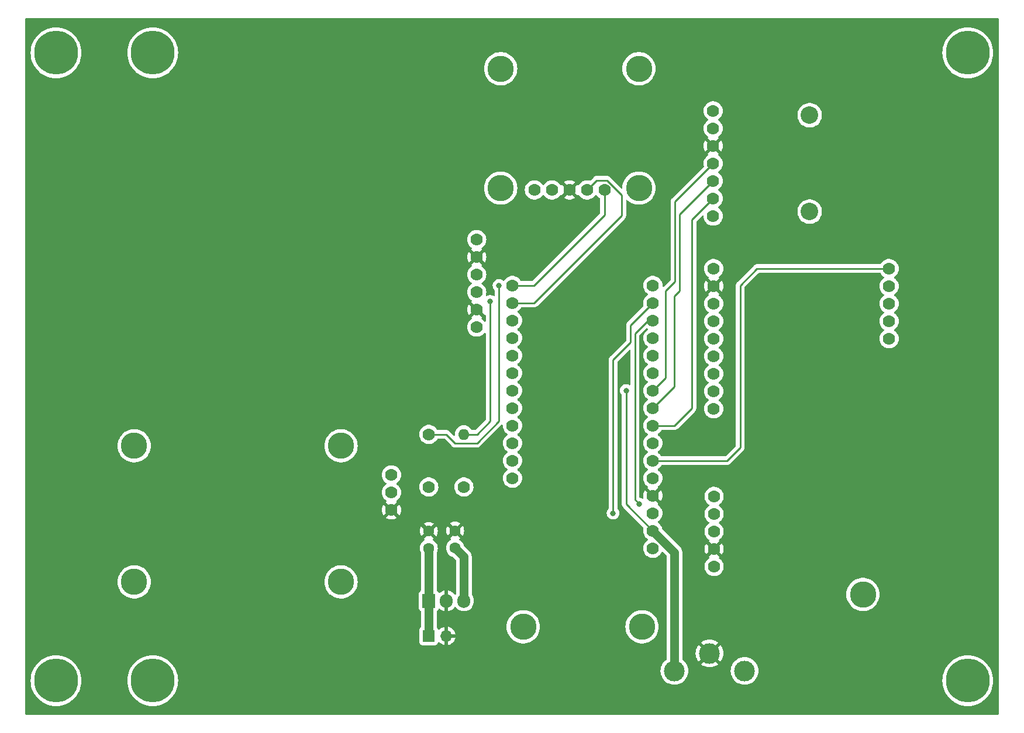
<source format=gbr>
%TF.GenerationSoftware,KiCad,Pcbnew,7.0.10*%
%TF.CreationDate,2024-03-23T17:35:10-04:00*%
%TF.ProjectId,blue-bike-air-pollution-monitor 3-23,626c7565-2d62-4696-9b65-2d6169722d70,rev?*%
%TF.SameCoordinates,Original*%
%TF.FileFunction,Copper,L1,Top*%
%TF.FilePolarity,Positive*%
%FSLAX46Y46*%
G04 Gerber Fmt 4.6, Leading zero omitted, Abs format (unit mm)*
G04 Created by KiCad (PCBNEW 7.0.10) date 2024-03-23 17:35:10*
%MOMM*%
%LPD*%
G01*
G04 APERTURE LIST*
%TA.AperFunction,ComponentPad*%
%ADD10C,2.540000*%
%TD*%
%TA.AperFunction,ComponentPad*%
%ADD11C,1.778000*%
%TD*%
%TA.AperFunction,ComponentPad*%
%ADD12C,6.350000*%
%TD*%
%TA.AperFunction,ComponentPad*%
%ADD13R,1.700000X1.700000*%
%TD*%
%TA.AperFunction,ComponentPad*%
%ADD14O,1.700000X1.700000*%
%TD*%
%TA.AperFunction,ComponentPad*%
%ADD15O,1.600000X1.600000*%
%TD*%
%TA.AperFunction,ComponentPad*%
%ADD16C,1.600000*%
%TD*%
%TA.AperFunction,ComponentPad*%
%ADD17C,3.810000*%
%TD*%
%TA.AperFunction,ComponentPad*%
%ADD18R,1.905000X2.000000*%
%TD*%
%TA.AperFunction,ComponentPad*%
%ADD19O,1.905000X2.000000*%
%TD*%
%TA.AperFunction,ComponentPad*%
%ADD20C,3.000000*%
%TD*%
%TA.AperFunction,ViaPad*%
%ADD21C,0.800000*%
%TD*%
%TA.AperFunction,Conductor*%
%ADD22C,0.250000*%
%TD*%
%TA.AperFunction,Conductor*%
%ADD23C,1.270000*%
%TD*%
G04 APERTURE END LIST*
D10*
%TO.P,Accelerometer1,9*%
%TO.N,N/C*%
X166905000Y-85825000D03*
%TO.P,Accelerometer1,8*%
X166905000Y-71855000D03*
D11*
%TO.P,Accelerometer1,7,Test*%
%TO.N,unconnected-(Accelerometer1-Test-Pad7)*%
X152935000Y-86460000D03*
%TO.P,Accelerometer1,6,Xout*%
%TO.N,Net-(Accelerometer1-Xout)*%
X152935000Y-83920000D03*
%TO.P,Accelerometer1,5,Yout*%
%TO.N,Net-(Accelerometer1-Yout)*%
X152935000Y-81380000D03*
%TO.P,Accelerometer1,4,Zout*%
%TO.N,Net-(Accelerometer1-Zout)*%
X152935000Y-78840000D03*
%TO.P,Accelerometer1,3,GND*%
%TO.N,GND*%
X152935000Y-76300000D03*
%TO.P,Accelerometer1,2,3Vo*%
%TO.N,unconnected-(Accelerometer1-3Vo-Pad2)*%
X152935000Y-73760000D03*
%TO.P,Accelerometer1,1,5V*%
%TO.N,+5V*%
X152935000Y-71220000D03*
%TD*%
D12*
%TO.P,H1,1*%
%TO.N,N/C*%
X57797700Y-62801500D03*
%TD*%
D11*
%TO.P,SEN55,1,VDD*%
%TO.N,+5V*%
X118695800Y-102566800D03*
%TO.P,SEN55,2,GND*%
%TO.N,GND*%
X118695800Y-100026800D03*
%TO.P,SEN55,3,SDA*%
%TO.N,Net-(CO2-SDA)*%
X118695800Y-97486800D03*
%TO.P,SEN55,4,SCL*%
%TO.N,Net-(CO2-SCL)*%
X118695800Y-94946800D03*
%TO.P,SEN55,5,SEL*%
%TO.N,GND*%
X118695800Y-92406800D03*
%TO.P,SEN55,6,NC*%
%TO.N,unconnected-(SEN55-NC-Pad6)*%
X118695800Y-89866800D03*
%TD*%
D13*
%TO.P,BT1,1,+*%
%TO.N,Net-(BT1-+)*%
X111760000Y-147320000D03*
D14*
%TO.P,BT1,2,-*%
%TO.N,GND*%
X114300000Y-147320000D03*
%TD*%
D12*
%TO.P,H6,6*%
%TO.N,N/C*%
X71793100Y-153809700D03*
%TD*%
D11*
%TO.P,R1,1*%
%TO.N,+5V*%
X116840000Y-125730000D03*
D15*
%TO.P,R1,2*%
%TO.N,Net-(CO2-SCL)*%
X116840000Y-118110000D03*
%TD*%
D16*
%TO.P,C2,1*%
%TO.N,+5V*%
X115570000Y-134580000D03*
%TO.P,C2,2*%
%TO.N,GND*%
X115570000Y-132080000D03*
%TD*%
D12*
%TO.P,H3,3*%
%TO.N,N/C*%
X57797700Y-153809700D03*
%TD*%
D11*
%TO.P,R2,1*%
%TO.N,+5V*%
X111760000Y-125730000D03*
%TO.P,R2,2*%
%TO.N,Net-(CO2-SDA)*%
X111760000Y-118110000D03*
%TD*%
D16*
%TO.P,C1,1*%
%TO.N,Net-(BT1-+)*%
X111760000Y-134620000D03*
%TO.P,C1,2*%
%TO.N,GND*%
X111760000Y-132120000D03*
%TD*%
D12*
%TO.P,H2,2*%
%TO.N,N/C*%
X189801500Y-62801500D03*
%TD*%
D11*
%TO.P,ESP32-WROOM-32E1,1,SDA*%
%TO.N,Net-(CO2-SDA)*%
X123875800Y-96520000D03*
%TO.P,ESP32-WROOM-32E1,2,SCL*%
%TO.N,Net-(CO2-SCL)*%
X123875800Y-99060000D03*
%TO.P,ESP32-WROOM-32E1,3,D04*%
%TO.N,Net-(ESP32-WROOM-32E1-D04)*%
X123875800Y-101600000D03*
%TO.P,ESP32-WROOM-32E1,4,D06*%
%TO.N,Net-(ESP32-WROOM-32E1-D06)*%
X123875800Y-104140000D03*
%TO.P,ESP32-WROOM-32E1,5,D08*%
%TO.N,unconnected-(ESP32-WROOM-32E1-D08-Pad5)*%
X123875800Y-106680000D03*
%TO.P,ESP32-WROOM-32E1,6,D10*%
%TO.N,unconnected-(ESP32-WROOM-32E1-D10-Pad6)*%
X123875800Y-109220000D03*
%TO.P,ESP32-WROOM-32E1,7,D11*%
%TO.N,unconnected-(ESP32-WROOM-32E1-D11-Pad7)*%
X123875800Y-111760000D03*
%TO.P,ESP32-WROOM-32E1,8,D12*%
%TO.N,unconnected-(ESP32-WROOM-32E1-D12-Pad8)*%
X123875800Y-114300000D03*
%TO.P,ESP32-WROOM-32E1,9,LED*%
%TO.N,unconnected-(ESP32-WROOM-32E1-LED-Pad9)*%
X123875800Y-116840000D03*
%TO.P,ESP32-WROOM-32E1,10,VBUS/LED*%
%TO.N,+5V*%
X123875800Y-119380000D03*
%TO.P,ESP32-WROOM-32E1,11,3.3V/EN*%
%TO.N,unconnected-(ESP32-WROOM-32E1-3.3V{slash}EN-Pad11)*%
X123875800Y-121920000D03*
%TO.P,ESP32-WROOM-32E1,12,VBAT*%
%TO.N,unconnected-(ESP32-WROOM-32E1-VBAT-Pad12)*%
X123875800Y-124460000D03*
%TO.P,ESP32-WROOM-32E1,13,RESET*%
%TO.N,unconnected-(ESP32-WROOM-32E1-RESET-Pad13)*%
X144195800Y-134620000D03*
%TO.P,ESP32-WROOM-32E1,14,Vin*%
%TO.N,+3.3V*%
X144195800Y-132080000D03*
%TO.P,ESP32-WROOM-32E1,15,NC*%
%TO.N,unconnected-(ESP32-WROOM-32E1-NC-Pad15)*%
X144195800Y-129540000D03*
%TO.P,ESP32-WROOM-32E1,16,GND*%
%TO.N,GND*%
X144195800Y-127000000D03*
%TO.P,ESP32-WROOM-32E1,17,A0*%
%TO.N,Net-(ESP32-WROOM-32E1-A0)*%
X144195800Y-124460000D03*
%TO.P,ESP32-WROOM-32E1,18,A1*%
%TO.N,Net-(ESP32-WROOM-32E1-A1)*%
X144195800Y-121920000D03*
%TO.P,ESP32-WROOM-32E1,19,A2*%
%TO.N,Net-(ESP32-WROOM-32E1-A2)*%
X144195800Y-119380000D03*
%TO.P,ESP32-WROOM-32E1,20,A3*%
%TO.N,Net-(Accelerometer1-Xout)*%
X144195800Y-116840000D03*
%TO.P,ESP32-WROOM-32E1,21,A4*%
%TO.N,Net-(Accelerometer1-Yout)*%
X144195800Y-114300000D03*
%TO.P,ESP32-WROOM-32E1,22,A5*%
%TO.N,Net-(Accelerometer1-Zout)*%
X144195800Y-111760000D03*
%TO.P,ESP32-WROOM-32E1,23,SCK*%
%TO.N,Net-(ESP32-WROOM-32E1-SCK)*%
X144195800Y-109220000D03*
%TO.P,ESP32-WROOM-32E1,24,MOSI*%
%TO.N,Net-(ESP32-WROOM-32E1-MOSI)*%
X144195800Y-106680000D03*
%TO.P,ESP32-WROOM-32E1,25,MISO*%
%TO.N,Net-(ESP32-WROOM-32E1-MISO)*%
X144195800Y-104140000D03*
%TO.P,ESP32-WROOM-32E1,26,RX*%
%TO.N,Net-(ESP32-WROOM-32E1-RX)*%
X144195800Y-101600000D03*
%TO.P,ESP32-WROOM-32E1,27,TX*%
%TO.N,Net-(ESP32-WROOM-32E1-TX)*%
X144195800Y-99060000D03*
%TO.P,ESP32-WROOM-32E1,28,FREE/ADC*%
%TO.N,unconnected-(ESP32-WROOM-32E1-FREE{slash}ADC-Pad28)*%
X144195800Y-96520000D03*
D17*
%TO.P,ESP32-WROOM-32E1,29*%
%TO.N,N/C*%
X125437900Y-146011900D03*
%TO.P,ESP32-WROOM-32E1,30*%
X142633700Y-146011900D03*
%TD*%
%TO.P,Methane1,7*%
%TO.N,N/C*%
X99060000Y-139507900D03*
%TO.P,Methane1,6*%
X69113400Y-139507900D03*
%TO.P,Methane1,5*%
X99060000Y-119772100D03*
%TO.P,Methane1,4*%
X69113400Y-119772100D03*
D11*
%TO.P,Methane1,3,GND*%
%TO.N,GND*%
X106349800Y-129068500D03*
%TO.P,Methane1,2,5V*%
%TO.N,+5V*%
X106349800Y-126528500D03*
%TO.P,Methane1,1,Out*%
%TO.N,Net-(ESP32-WROOM-32E1-A2)*%
X106349800Y-123988500D03*
%TD*%
D18*
%TO.P,U1,1,IN*%
%TO.N,Net-(BT1-+)*%
X111760000Y-142240000D03*
D19*
%TO.P,U1,2,GND*%
%TO.N,GND*%
X114300000Y-142240000D03*
%TO.P,U1,3,OUT*%
%TO.N,+5V*%
X116840000Y-142240000D03*
%TD*%
D20*
%TO.P,5V1,1,1*%
%TO.N,+5V*%
X157480000Y-152400000D03*
%TD*%
D12*
%TO.P,H5,5*%
%TO.N,N/C*%
X71793100Y-62801500D03*
%TD*%
D11*
%TO.P,GPS1,1,1PPS*%
%TO.N,unconnected-(GPS1-1PPS-Pad1)*%
X153062000Y-127100000D03*
%TO.P,GPS1,2,TX*%
%TO.N,Net-(ESP32-WROOM-32E1-RX)*%
X153062000Y-129640000D03*
%TO.P,GPS1,3,RX*%
%TO.N,Net-(ESP32-WROOM-32E1-TX)*%
X153062000Y-132180000D03*
%TO.P,GPS1,4,GND*%
%TO.N,GND*%
X153062000Y-134720000D03*
%TO.P,GPS1,5,Vin*%
%TO.N,+3.3V*%
X153062000Y-137260000D03*
D17*
%TO.P,GPS1,6*%
%TO.N,N/C*%
X174613900Y-141311300D03*
%TD*%
D11*
%TO.P,LoraWAN1,14,G1*%
%TO.N,Net-(ESP32-WROOM-32E1-A1)*%
X178408000Y-94080000D03*
%TO.P,LoraWAN1,13,G2*%
%TO.N,unconnected-(LoraWAN1-G2-Pad13)*%
X178408000Y-96620000D03*
%TO.P,LoraWAN1,12,G3*%
%TO.N,unconnected-(LoraWAN1-G3-Pad12)*%
X178408000Y-99160000D03*
%TO.P,LoraWAN1,11,G4*%
%TO.N,unconnected-(LoraWAN1-G4-Pad11)*%
X178408000Y-101700000D03*
%TO.P,LoraWAN1,10,G5*%
%TO.N,unconnected-(LoraWAN1-G5-Pad10)*%
X178408000Y-104240000D03*
%TO.P,LoraWAN1,9,RST*%
%TO.N,Net-(ESP32-WROOM-32E1-D06)*%
X153008000Y-114400000D03*
%TO.P,LoraWAN1,8,CS*%
%TO.N,Net-(ESP32-WROOM-32E1-D04)*%
X153008000Y-111860000D03*
%TO.P,LoraWAN1,7,MOSI*%
%TO.N,Net-(ESP32-WROOM-32E1-MOSI)*%
X153008000Y-109320000D03*
%TO.P,LoraWAN1,6,MISO*%
%TO.N,Net-(ESP32-WROOM-32E1-MISO)*%
X153008000Y-106780000D03*
%TO.P,LoraWAN1,5,SCK*%
%TO.N,Net-(ESP32-WROOM-32E1-SCK)*%
X153008000Y-104240000D03*
%TO.P,LoraWAN1,4,G0*%
%TO.N,Net-(ESP32-WROOM-32E1-A0)*%
X153008000Y-101700000D03*
%TO.P,LoraWAN1,3,EN*%
%TO.N,unconnected-(LoraWAN1-EN-Pad3)*%
X153008000Y-99160000D03*
%TO.P,LoraWAN1,2,GND*%
%TO.N,GND*%
X153008000Y-96620000D03*
%TO.P,LoraWAN1,1,Vin*%
%TO.N,+3.3V*%
X153008000Y-94080000D03*
%TD*%
D12*
%TO.P,H4,4*%
%TO.N,N/C*%
X189801500Y-153809700D03*
%TD*%
D20*
%TO.P,3.3V1,1,1*%
%TO.N,+3.3V*%
X147320000Y-152400000D03*
%TD*%
D11*
%TO.P,CO2,1,Vin*%
%TO.N,+5V*%
X127050000Y-82680000D03*
%TO.P,CO2,2,3Vo*%
%TO.N,unconnected-(CO2-3Vo-Pad2)*%
X129590000Y-82680000D03*
%TO.P,CO2,3,Ground*%
%TO.N,GND*%
X132130000Y-82680000D03*
%TO.P,CO2,4,SCL*%
%TO.N,Net-(CO2-SCL)*%
X134670000Y-82680000D03*
%TO.P,CO2,5,SDA*%
%TO.N,Net-(CO2-SDA)*%
X137210000Y-82680000D03*
D17*
%TO.P,CO2,6*%
%TO.N,N/C*%
X122173200Y-65103200D03*
%TO.P,CO2,7*%
X142185860Y-65103200D03*
%TO.P,CO2,8*%
X122173200Y-82415840D03*
%TO.P,CO2,9*%
X142185860Y-82415840D03*
%TD*%
D20*
%TO.P,GND1,1,1*%
%TO.N,GND*%
X152400000Y-149860000D03*
%TD*%
D21*
%TO.N,Net-(CO2-SDA)*%
X121920000Y-96520000D03*
%TO.N,Net-(CO2-SCL)*%
X120650000Y-98812800D03*
%TO.N,Net-(ESP32-WROOM-32E1-RX)*%
X142240000Y-128214000D03*
%TO.N,Net-(ESP32-WROOM-32E1-TX)*%
X138430000Y-129540000D03*
%TO.N,+3.3V*%
X140335000Y-111760000D03*
%TD*%
D22*
%TO.N,Net-(Accelerometer1-Xout)*%
X149860000Y-86995000D02*
X152935000Y-83920000D01*
X147320000Y-116840000D02*
X149860000Y-114300000D01*
X149860000Y-114300000D02*
X149860000Y-86995000D01*
X144195800Y-116840000D02*
X147320000Y-116840000D01*
%TO.N,Net-(Accelerometer1-Yout)*%
X148085572Y-86229428D02*
X148085572Y-97285572D01*
X152935000Y-81380000D02*
X148085572Y-86229428D01*
X147320000Y-98051144D02*
X148085572Y-97285572D01*
%TO.N,Net-(Accelerometer1-Zout)*%
X146050000Y-109905800D02*
X146050000Y-97355000D01*
X146050000Y-97355000D02*
X147430350Y-95974650D01*
X147430350Y-84344650D02*
X152935000Y-78840000D01*
X144195800Y-111760000D02*
X146050000Y-109905800D01*
X147430350Y-95974650D02*
X147430350Y-84344650D01*
%TO.N,Net-(Accelerometer1-Yout)*%
X147320000Y-111175800D02*
X147320000Y-98051144D01*
X144195800Y-114300000D02*
X147320000Y-111175800D01*
%TO.N,Net-(CO2-SCL)*%
X139700000Y-86360000D02*
X127000000Y-99060000D01*
X139700000Y-83453144D02*
X139700000Y-86360000D01*
X136070000Y-81280000D02*
X137526856Y-81280000D01*
X137526856Y-81280000D02*
X139700000Y-83453144D01*
X127000000Y-99060000D02*
X123875800Y-99060000D01*
X134670000Y-82680000D02*
X136070000Y-81280000D01*
%TO.N,Net-(CO2-SDA)*%
X127000000Y-96520000D02*
X123875800Y-96520000D01*
X137210000Y-86310000D02*
X127000000Y-96520000D01*
X137210000Y-82680000D02*
X137210000Y-86310000D01*
%TO.N,Net-(ESP32-WROOM-32E1-RX)*%
X143510000Y-101600000D02*
X144195800Y-101600000D01*
X141605000Y-103505000D02*
X143510000Y-101600000D01*
X142240000Y-128214000D02*
X141605000Y-127579000D01*
X141605000Y-127579000D02*
X141605000Y-103505000D01*
%TO.N,Net-(CO2-SDA)*%
X118745000Y-119380000D02*
X121920000Y-116205000D01*
X115570000Y-119380000D02*
X118745000Y-119380000D01*
X114300000Y-118110000D02*
X115570000Y-119380000D01*
X111760000Y-118110000D02*
X114300000Y-118110000D01*
X121920000Y-116205000D02*
X121920000Y-96520000D01*
%TO.N,Net-(CO2-SCL)*%
X120650000Y-116205000D02*
X120650000Y-98812800D01*
D23*
%TO.N,+5V*%
X115570000Y-134580000D02*
X116840000Y-135850000D01*
X116840000Y-135850000D02*
X116840000Y-142240000D01*
%TO.N,+3.3V*%
X147320000Y-135204200D02*
X147320000Y-152400000D01*
X144195800Y-132080000D02*
X147320000Y-135204200D01*
%TO.N,Net-(BT1-+)*%
X111760000Y-142240000D02*
X111760000Y-134620000D01*
X111760000Y-147320000D02*
X111760000Y-142240000D01*
D22*
%TO.N,Net-(CO2-SCL)*%
X118745000Y-118110000D02*
X116840000Y-118110000D01*
X120650000Y-116205000D02*
X118745000Y-118110000D01*
%TO.N,Net-(ESP32-WROOM-32E1-TX)*%
X140970000Y-102285800D02*
X144195800Y-99060000D01*
X140970000Y-104775000D02*
X140970000Y-102285800D01*
X138430000Y-107315000D02*
X140970000Y-104775000D01*
X138430000Y-129540000D02*
X138430000Y-107315000D01*
%TO.N,Net-(ESP32-WROOM-32E1-A1)*%
X154940000Y-121920000D02*
X144195800Y-121920000D01*
X156845000Y-96520000D02*
X156845000Y-120015000D01*
X159285000Y-94080000D02*
X156845000Y-96520000D01*
X156845000Y-120015000D02*
X154940000Y-121920000D01*
X178408000Y-94080000D02*
X159285000Y-94080000D01*
%TO.N,+3.3V*%
X140335000Y-128219200D02*
X144195800Y-132080000D01*
X140335000Y-111760000D02*
X140335000Y-128219200D01*
%TD*%
%TA.AperFunction,Conductor*%
%TO.N,GND*%
G36*
X143371039Y-102726063D02*
G01*
X143403868Y-102744391D01*
X143437258Y-102770379D01*
X143436275Y-102771640D01*
X143476983Y-102819349D01*
X143486400Y-102888581D01*
X143456892Y-102951914D01*
X143436936Y-102969205D01*
X143437259Y-102969620D01*
X143251494Y-103114206D01*
X143251489Y-103114211D01*
X143095528Y-103283629D01*
X142969582Y-103476405D01*
X142877082Y-103687285D01*
X142820553Y-103910515D01*
X142801538Y-104139994D01*
X142801538Y-104140005D01*
X142820553Y-104369484D01*
X142877082Y-104592714D01*
X142969582Y-104803594D01*
X143095528Y-104996370D01*
X143095531Y-104996373D01*
X143251492Y-105165792D01*
X143368391Y-105256778D01*
X143437259Y-105310380D01*
X143436276Y-105311641D01*
X143476983Y-105359349D01*
X143486400Y-105428581D01*
X143456892Y-105491914D01*
X143436936Y-105509205D01*
X143437259Y-105509620D01*
X143251494Y-105654206D01*
X143251489Y-105654211D01*
X143095528Y-105823629D01*
X142969582Y-106016405D01*
X142877082Y-106227285D01*
X142820553Y-106450515D01*
X142801538Y-106679994D01*
X142801538Y-106680005D01*
X142820553Y-106909484D01*
X142877082Y-107132714D01*
X142969582Y-107343594D01*
X143095528Y-107536370D01*
X143095531Y-107536373D01*
X143251492Y-107705792D01*
X143368391Y-107796778D01*
X143437259Y-107850380D01*
X143436276Y-107851641D01*
X143476983Y-107899349D01*
X143486400Y-107968581D01*
X143456892Y-108031914D01*
X143436936Y-108049205D01*
X143437259Y-108049620D01*
X143251494Y-108194206D01*
X143251489Y-108194211D01*
X143095528Y-108363629D01*
X142969582Y-108556405D01*
X142877082Y-108767285D01*
X142820553Y-108990515D01*
X142801538Y-109219994D01*
X142801538Y-109220005D01*
X142820553Y-109449484D01*
X142877082Y-109672714D01*
X142969582Y-109883594D01*
X143095528Y-110076370D01*
X143095531Y-110076373D01*
X143251492Y-110245792D01*
X143337178Y-110312484D01*
X143437259Y-110390380D01*
X143436276Y-110391641D01*
X143476983Y-110439349D01*
X143486400Y-110508581D01*
X143456892Y-110571914D01*
X143436936Y-110589205D01*
X143437259Y-110589620D01*
X143251494Y-110734206D01*
X143251489Y-110734211D01*
X143095528Y-110903629D01*
X142969582Y-111096405D01*
X142877082Y-111307285D01*
X142820553Y-111530515D01*
X142801538Y-111759994D01*
X142801538Y-111760005D01*
X142820553Y-111989484D01*
X142877082Y-112212714D01*
X142969582Y-112423594D01*
X143095528Y-112616370D01*
X143095531Y-112616373D01*
X143251492Y-112785792D01*
X143368391Y-112876778D01*
X143437259Y-112930380D01*
X143436276Y-112931641D01*
X143476983Y-112979349D01*
X143486400Y-113048581D01*
X143456892Y-113111914D01*
X143436936Y-113129205D01*
X143437259Y-113129620D01*
X143251494Y-113274206D01*
X143251489Y-113274211D01*
X143095528Y-113443629D01*
X142969582Y-113636405D01*
X142877082Y-113847285D01*
X142820553Y-114070515D01*
X142801538Y-114299994D01*
X142801538Y-114300005D01*
X142820553Y-114529484D01*
X142877082Y-114752714D01*
X142969582Y-114963594D01*
X143095528Y-115156370D01*
X143095531Y-115156373D01*
X143251492Y-115325792D01*
X143368391Y-115416778D01*
X143437259Y-115470380D01*
X143436276Y-115471641D01*
X143476983Y-115519349D01*
X143486400Y-115588581D01*
X143456892Y-115651914D01*
X143436936Y-115669205D01*
X143437259Y-115669620D01*
X143251494Y-115814206D01*
X143251489Y-115814211D01*
X143095528Y-115983629D01*
X142969582Y-116176405D01*
X142877082Y-116387285D01*
X142820553Y-116610515D01*
X142801538Y-116839994D01*
X142801538Y-116840005D01*
X142820553Y-117069484D01*
X142877082Y-117292714D01*
X142969582Y-117503594D01*
X143095528Y-117696370D01*
X143111712Y-117713950D01*
X143251492Y-117865792D01*
X143368391Y-117956778D01*
X143437259Y-118010380D01*
X143436276Y-118011641D01*
X143476983Y-118059349D01*
X143486400Y-118128581D01*
X143456892Y-118191914D01*
X143436936Y-118209205D01*
X143437259Y-118209620D01*
X143251494Y-118354206D01*
X143251489Y-118354211D01*
X143095528Y-118523629D01*
X142969582Y-118716405D01*
X142877082Y-118927285D01*
X142820553Y-119150515D01*
X142801538Y-119379994D01*
X142801538Y-119380005D01*
X142820553Y-119609484D01*
X142877082Y-119832714D01*
X142969582Y-120043594D01*
X143095528Y-120236370D01*
X143105399Y-120247093D01*
X143251492Y-120405792D01*
X143310596Y-120451794D01*
X143437259Y-120550380D01*
X143436276Y-120551641D01*
X143476983Y-120599349D01*
X143486400Y-120668581D01*
X143456892Y-120731914D01*
X143436936Y-120749205D01*
X143437259Y-120749620D01*
X143251494Y-120894206D01*
X143251489Y-120894211D01*
X143095528Y-121063629D01*
X142969582Y-121256405D01*
X142877082Y-121467285D01*
X142820553Y-121690515D01*
X142801538Y-121919994D01*
X142801538Y-121920005D01*
X142820553Y-122149484D01*
X142877082Y-122372714D01*
X142969582Y-122583594D01*
X143095528Y-122776370D01*
X143095531Y-122776373D01*
X143251492Y-122945792D01*
X143273226Y-122962708D01*
X143437259Y-123090380D01*
X143436276Y-123091641D01*
X143476983Y-123139349D01*
X143486400Y-123208581D01*
X143456892Y-123271914D01*
X143436936Y-123289205D01*
X143437259Y-123289620D01*
X143251494Y-123434206D01*
X143251489Y-123434211D01*
X143095528Y-123603629D01*
X142969582Y-123796405D01*
X142877082Y-124007285D01*
X142820553Y-124230515D01*
X142801538Y-124459994D01*
X142801538Y-124460005D01*
X142820553Y-124689484D01*
X142877082Y-124912714D01*
X142969582Y-125123594D01*
X143095528Y-125316370D01*
X143095531Y-125316373D01*
X143251492Y-125485792D01*
X143273226Y-125502708D01*
X143437259Y-125630380D01*
X143436370Y-125631521D01*
X143477432Y-125679624D01*
X143486863Y-125748855D01*
X143457368Y-125812194D01*
X143437229Y-125829651D01*
X143437533Y-125830041D01*
X143404840Y-125855485D01*
X143404840Y-125855487D01*
X144027196Y-126477843D01*
X143909388Y-126529015D01*
X143792938Y-126623754D01*
X143706367Y-126746397D01*
X143675498Y-126833252D01*
X143052559Y-126210313D01*
X142970024Y-126336644D01*
X142877557Y-126547446D01*
X142821049Y-126770591D01*
X142821047Y-126770603D01*
X142802040Y-126999994D01*
X142802040Y-127000005D01*
X142821047Y-127229396D01*
X142821050Y-127229412D01*
X142831860Y-127272101D01*
X142829234Y-127341922D01*
X142789277Y-127399239D01*
X142724676Y-127425854D01*
X142661218Y-127415819D01*
X142623979Y-127399239D01*
X142605624Y-127391066D01*
X142519806Y-127352857D01*
X142519802Y-127352855D01*
X142328719Y-127312240D01*
X142267237Y-127279048D01*
X142233461Y-127217885D01*
X142230500Y-127190950D01*
X142230500Y-103815452D01*
X142250185Y-103748413D01*
X142266819Y-103727771D01*
X142741347Y-103253243D01*
X143240027Y-102754562D01*
X143301348Y-102721079D01*
X143371039Y-102726063D01*
G37*
%TD.AperFunction*%
%TA.AperFunction,Conductor*%
G36*
X119839037Y-100816484D02*
G01*
X119887707Y-100811437D01*
X119956420Y-100824100D01*
X120007378Y-100871902D01*
X120024500Y-100934775D01*
X120024500Y-101643557D01*
X120004815Y-101710596D01*
X119952011Y-101756351D01*
X119882853Y-101766295D01*
X119819297Y-101737270D01*
X119799325Y-101714396D01*
X119799222Y-101714477D01*
X119797790Y-101712637D01*
X119796694Y-101711382D01*
X119796073Y-101710431D01*
X119734511Y-101643557D01*
X119640108Y-101541008D01*
X119458389Y-101399571D01*
X119458390Y-101399571D01*
X119454341Y-101396420D01*
X119455228Y-101395280D01*
X119414163Y-101347166D01*
X119404738Y-101277935D01*
X119434237Y-101214598D01*
X119454371Y-101197152D01*
X119454066Y-101196760D01*
X119486758Y-101171313D01*
X119486759Y-101171311D01*
X118864404Y-100548956D01*
X118982212Y-100497785D01*
X119098662Y-100403046D01*
X119185233Y-100280403D01*
X119216100Y-100193547D01*
X119839037Y-100816484D01*
G37*
%TD.AperFunction*%
%TA.AperFunction,Conductor*%
G36*
X194252539Y-57805185D02*
G01*
X194298294Y-57857989D01*
X194309500Y-57909500D01*
X194309500Y-158625500D01*
X194289815Y-158692539D01*
X194237011Y-158738294D01*
X194185500Y-158749500D01*
X53464500Y-158749500D01*
X53397461Y-158729815D01*
X53351706Y-158677011D01*
X53340500Y-158625500D01*
X53340500Y-153809700D01*
X54117156Y-153809700D01*
X54137318Y-154194423D01*
X54197584Y-154574922D01*
X54197584Y-154574924D01*
X54297297Y-154947058D01*
X54435357Y-155306715D01*
X54610257Y-155649976D01*
X54820071Y-155973062D01*
X54820073Y-155973064D01*
X54820076Y-155973068D01*
X54820077Y-155973069D01*
X55062523Y-156272465D01*
X55334935Y-156544877D01*
X55334939Y-156544880D01*
X55634335Y-156787326D01*
X55634337Y-156787328D01*
X55957423Y-156997142D01*
X55957428Y-156997145D01*
X56300688Y-157172044D01*
X56660349Y-157310105D01*
X57032472Y-157409815D01*
X57412978Y-157470082D01*
X57776421Y-157489128D01*
X57797699Y-157490244D01*
X57797700Y-157490244D01*
X57797701Y-157490244D01*
X57817863Y-157489187D01*
X58182422Y-157470082D01*
X58562928Y-157409815D01*
X58935051Y-157310105D01*
X59294712Y-157172044D01*
X59637972Y-156997145D01*
X59789754Y-156898576D01*
X59961062Y-156787328D01*
X59961064Y-156787326D01*
X59961069Y-156787323D01*
X60260465Y-156544877D01*
X60532877Y-156272465D01*
X60775323Y-155973069D01*
X60985145Y-155649972D01*
X61160044Y-155306712D01*
X61298105Y-154947051D01*
X61397815Y-154574928D01*
X61458082Y-154194422D01*
X61478244Y-153809700D01*
X68112556Y-153809700D01*
X68132718Y-154194423D01*
X68192984Y-154574922D01*
X68192984Y-154574924D01*
X68292697Y-154947058D01*
X68430757Y-155306715D01*
X68605657Y-155649976D01*
X68815471Y-155973062D01*
X68815473Y-155973064D01*
X68815476Y-155973068D01*
X68815477Y-155973069D01*
X69057923Y-156272465D01*
X69330335Y-156544877D01*
X69330339Y-156544880D01*
X69629735Y-156787326D01*
X69629737Y-156787328D01*
X69952823Y-156997142D01*
X69952828Y-156997145D01*
X70296088Y-157172044D01*
X70655749Y-157310105D01*
X71027872Y-157409815D01*
X71408378Y-157470082D01*
X71771821Y-157489128D01*
X71793099Y-157490244D01*
X71793100Y-157490244D01*
X71793101Y-157490244D01*
X71813263Y-157489187D01*
X72177822Y-157470082D01*
X72558328Y-157409815D01*
X72930451Y-157310105D01*
X73290112Y-157172044D01*
X73633372Y-156997145D01*
X73785154Y-156898576D01*
X73956462Y-156787328D01*
X73956464Y-156787326D01*
X73956469Y-156787323D01*
X74255865Y-156544877D01*
X74528277Y-156272465D01*
X74770723Y-155973069D01*
X74980545Y-155649972D01*
X75155444Y-155306712D01*
X75293505Y-154947051D01*
X75393215Y-154574928D01*
X75453482Y-154194422D01*
X75473644Y-153809700D01*
X75453482Y-153424978D01*
X75393215Y-153044472D01*
X75293505Y-152672349D01*
X75155444Y-152312688D01*
X74980545Y-151969428D01*
X74980542Y-151969423D01*
X74770728Y-151646337D01*
X74770726Y-151646335D01*
X74706352Y-151566839D01*
X74528277Y-151346935D01*
X74255865Y-151074523D01*
X73956469Y-150832077D01*
X73956468Y-150832076D01*
X73956464Y-150832073D01*
X73956462Y-150832071D01*
X73633376Y-150622257D01*
X73290115Y-150447357D01*
X72930458Y-150309297D01*
X72930451Y-150309295D01*
X72558328Y-150209585D01*
X72558324Y-150209584D01*
X72558323Y-150209584D01*
X72177823Y-150149318D01*
X71793101Y-150129156D01*
X71793099Y-150129156D01*
X71408376Y-150149318D01*
X71027877Y-150209584D01*
X71027875Y-150209584D01*
X70655741Y-150309297D01*
X70296084Y-150447357D01*
X69952823Y-150622257D01*
X69629737Y-150832071D01*
X69629735Y-150832073D01*
X69330339Y-151074519D01*
X69330331Y-151074526D01*
X69057926Y-151346931D01*
X69057919Y-151346939D01*
X68815473Y-151646335D01*
X68815471Y-151646337D01*
X68605657Y-151969423D01*
X68430757Y-152312684D01*
X68292697Y-152672341D01*
X68192984Y-153044475D01*
X68192984Y-153044477D01*
X68132718Y-153424976D01*
X68112556Y-153809699D01*
X68112556Y-153809700D01*
X61478244Y-153809700D01*
X61458082Y-153424978D01*
X61397815Y-153044472D01*
X61298105Y-152672349D01*
X61160044Y-152312688D01*
X60985145Y-151969428D01*
X60985142Y-151969423D01*
X60775328Y-151646337D01*
X60775326Y-151646335D01*
X60710952Y-151566839D01*
X60532877Y-151346935D01*
X60260465Y-151074523D01*
X59961069Y-150832077D01*
X59961068Y-150832076D01*
X59961064Y-150832073D01*
X59961062Y-150832071D01*
X59637976Y-150622257D01*
X59294715Y-150447357D01*
X58935058Y-150309297D01*
X58935051Y-150309295D01*
X58562928Y-150209585D01*
X58562924Y-150209584D01*
X58562923Y-150209584D01*
X58182423Y-150149318D01*
X57797701Y-150129156D01*
X57797699Y-150129156D01*
X57412976Y-150149318D01*
X57032477Y-150209584D01*
X57032475Y-150209584D01*
X56660341Y-150309297D01*
X56300684Y-150447357D01*
X55957423Y-150622257D01*
X55634337Y-150832071D01*
X55634335Y-150832073D01*
X55334939Y-151074519D01*
X55334931Y-151074526D01*
X55062526Y-151346931D01*
X55062519Y-151346939D01*
X54820073Y-151646335D01*
X54820071Y-151646337D01*
X54610257Y-151969423D01*
X54435357Y-152312684D01*
X54297297Y-152672341D01*
X54197584Y-153044475D01*
X54197584Y-153044477D01*
X54137318Y-153424976D01*
X54117156Y-153809699D01*
X54117156Y-153809700D01*
X53340500Y-153809700D01*
X53340500Y-143287870D01*
X110307000Y-143287870D01*
X110307001Y-143287876D01*
X110313408Y-143347483D01*
X110363702Y-143482328D01*
X110363706Y-143482335D01*
X110449952Y-143597544D01*
X110449955Y-143597547D01*
X110572269Y-143689112D01*
X110570486Y-143691493D01*
X110609332Y-143730338D01*
X110624500Y-143789766D01*
X110624500Y-145996450D01*
X110604815Y-146063489D01*
X110574812Y-146095716D01*
X110552457Y-146112450D01*
X110552451Y-146112457D01*
X110466206Y-146227664D01*
X110466202Y-146227671D01*
X110415908Y-146362517D01*
X110409501Y-146422116D01*
X110409500Y-146422135D01*
X110409500Y-148217870D01*
X110409501Y-148217876D01*
X110415908Y-148277483D01*
X110466202Y-148412328D01*
X110466206Y-148412335D01*
X110552452Y-148527544D01*
X110552455Y-148527547D01*
X110667664Y-148613793D01*
X110667671Y-148613797D01*
X110802517Y-148664091D01*
X110802516Y-148664091D01*
X110809444Y-148664835D01*
X110862127Y-148670500D01*
X112657872Y-148670499D01*
X112717483Y-148664091D01*
X112852331Y-148613796D01*
X112967546Y-148527546D01*
X113053796Y-148412331D01*
X113103002Y-148280401D01*
X113144872Y-148224468D01*
X113210337Y-148200050D01*
X113278610Y-148214901D01*
X113306865Y-148236053D01*
X113428917Y-148358105D01*
X113622421Y-148493600D01*
X113836507Y-148593429D01*
X113836516Y-148593433D01*
X114050000Y-148650634D01*
X114050000Y-147755501D01*
X114157685Y-147804680D01*
X114264237Y-147820000D01*
X114335763Y-147820000D01*
X114442315Y-147804680D01*
X114550000Y-147755501D01*
X114550000Y-148650633D01*
X114763483Y-148593433D01*
X114763492Y-148593429D01*
X114977578Y-148493600D01*
X115171082Y-148358105D01*
X115338105Y-148191082D01*
X115473600Y-147997578D01*
X115573429Y-147783492D01*
X115573432Y-147783486D01*
X115630636Y-147570000D01*
X114733686Y-147570000D01*
X114759493Y-147529844D01*
X114800000Y-147391889D01*
X114800000Y-147248111D01*
X114759493Y-147110156D01*
X114733686Y-147070000D01*
X115630636Y-147070000D01*
X115630635Y-147069999D01*
X115573432Y-146856513D01*
X115573429Y-146856507D01*
X115473600Y-146642422D01*
X115473599Y-146642420D01*
X115338113Y-146448926D01*
X115338108Y-146448920D01*
X115171082Y-146281894D01*
X114977578Y-146146399D01*
X114763492Y-146046570D01*
X114763486Y-146046567D01*
X114634125Y-146011905D01*
X123027644Y-146011905D01*
X123046648Y-146313974D01*
X123046649Y-146313981D01*
X123103368Y-146611310D01*
X123183038Y-146856507D01*
X123196901Y-146899174D01*
X123325777Y-147173050D01*
X123325779Y-147173053D01*
X123325780Y-147173055D01*
X123487958Y-147428608D01*
X123487961Y-147428612D01*
X123487962Y-147428613D01*
X123680899Y-147661834D01*
X123810452Y-147783492D01*
X123901543Y-147869032D01*
X123901553Y-147869040D01*
X124146408Y-148046938D01*
X124146413Y-148046940D01*
X124146420Y-148046946D01*
X124411663Y-148192765D01*
X124411668Y-148192767D01*
X124411670Y-148192768D01*
X124411671Y-148192769D01*
X124693086Y-148304189D01*
X124693089Y-148304190D01*
X124903075Y-148358105D01*
X124986263Y-148379464D01*
X125049260Y-148387422D01*
X125286547Y-148417399D01*
X125286556Y-148417399D01*
X125286559Y-148417400D01*
X125286561Y-148417400D01*
X125589239Y-148417400D01*
X125589241Y-148417400D01*
X125589244Y-148417399D01*
X125589252Y-148417399D01*
X125768439Y-148394762D01*
X125889537Y-148379464D01*
X126182710Y-148304190D01*
X126242792Y-148280402D01*
X126464128Y-148192769D01*
X126464129Y-148192768D01*
X126464127Y-148192768D01*
X126464137Y-148192765D01*
X126729380Y-148046946D01*
X126974255Y-147869034D01*
X127194901Y-147661834D01*
X127387838Y-147428613D01*
X127550023Y-147173050D01*
X127678899Y-146899174D01*
X127772433Y-146611306D01*
X127829150Y-146313985D01*
X127839694Y-146146399D01*
X127848156Y-146011905D01*
X140223444Y-146011905D01*
X140242448Y-146313974D01*
X140242449Y-146313981D01*
X140299168Y-146611310D01*
X140378838Y-146856507D01*
X140392701Y-146899174D01*
X140521577Y-147173050D01*
X140521579Y-147173053D01*
X140521580Y-147173055D01*
X140683758Y-147428608D01*
X140683761Y-147428612D01*
X140683762Y-147428613D01*
X140876699Y-147661834D01*
X141006252Y-147783492D01*
X141097343Y-147869032D01*
X141097353Y-147869040D01*
X141342208Y-148046938D01*
X141342213Y-148046940D01*
X141342220Y-148046946D01*
X141607463Y-148192765D01*
X141607468Y-148192767D01*
X141607470Y-148192768D01*
X141607471Y-148192769D01*
X141888886Y-148304189D01*
X141888889Y-148304190D01*
X142098875Y-148358105D01*
X142182063Y-148379464D01*
X142245060Y-148387422D01*
X142482347Y-148417399D01*
X142482356Y-148417399D01*
X142482359Y-148417400D01*
X142482361Y-148417400D01*
X142785039Y-148417400D01*
X142785041Y-148417400D01*
X142785044Y-148417399D01*
X142785052Y-148417399D01*
X142964239Y-148394762D01*
X143085337Y-148379464D01*
X143378510Y-148304190D01*
X143438592Y-148280402D01*
X143659928Y-148192769D01*
X143659929Y-148192768D01*
X143659927Y-148192768D01*
X143659937Y-148192765D01*
X143925180Y-148046946D01*
X144170055Y-147869034D01*
X144390701Y-147661834D01*
X144583638Y-147428613D01*
X144745823Y-147173050D01*
X144874699Y-146899174D01*
X144968233Y-146611306D01*
X145024950Y-146313985D01*
X145035494Y-146146399D01*
X145043956Y-146011905D01*
X145043956Y-146011894D01*
X145024951Y-145709825D01*
X145024950Y-145709818D01*
X145024950Y-145709815D01*
X144968233Y-145412494D01*
X144874699Y-145124626D01*
X144745823Y-144850750D01*
X144583638Y-144595187D01*
X144390701Y-144361966D01*
X144170055Y-144154766D01*
X144170052Y-144154764D01*
X144170046Y-144154759D01*
X143925191Y-143976861D01*
X143925184Y-143976856D01*
X143925180Y-143976854D01*
X143659937Y-143831035D01*
X143659934Y-143831033D01*
X143659929Y-143831031D01*
X143659928Y-143831030D01*
X143378513Y-143719610D01*
X143378510Y-143719609D01*
X143085340Y-143644336D01*
X143085327Y-143644334D01*
X142785052Y-143606400D01*
X142785041Y-143606400D01*
X142482359Y-143606400D01*
X142482347Y-143606400D01*
X142182072Y-143644334D01*
X142182059Y-143644336D01*
X141888889Y-143719609D01*
X141888886Y-143719610D01*
X141607471Y-143831030D01*
X141607470Y-143831031D01*
X141342220Y-143976854D01*
X141342208Y-143976861D01*
X141097353Y-144154759D01*
X141097343Y-144154767D01*
X140876701Y-144361964D01*
X140683758Y-144595191D01*
X140521580Y-144850744D01*
X140392700Y-145124628D01*
X140299168Y-145412489D01*
X140242449Y-145709818D01*
X140242448Y-145709825D01*
X140223444Y-146011894D01*
X140223444Y-146011905D01*
X127848156Y-146011905D01*
X127848156Y-146011894D01*
X127829151Y-145709825D01*
X127829150Y-145709818D01*
X127829150Y-145709815D01*
X127772433Y-145412494D01*
X127678899Y-145124626D01*
X127550023Y-144850750D01*
X127387838Y-144595187D01*
X127194901Y-144361966D01*
X126974255Y-144154766D01*
X126974252Y-144154764D01*
X126974246Y-144154759D01*
X126729391Y-143976861D01*
X126729384Y-143976856D01*
X126729380Y-143976854D01*
X126464137Y-143831035D01*
X126464134Y-143831033D01*
X126464129Y-143831031D01*
X126464128Y-143831030D01*
X126182713Y-143719610D01*
X126182710Y-143719609D01*
X125889540Y-143644336D01*
X125889527Y-143644334D01*
X125589252Y-143606400D01*
X125589241Y-143606400D01*
X125286559Y-143606400D01*
X125286547Y-143606400D01*
X124986272Y-143644334D01*
X124986259Y-143644336D01*
X124693089Y-143719609D01*
X124693086Y-143719610D01*
X124411671Y-143831030D01*
X124411670Y-143831031D01*
X124146420Y-143976854D01*
X124146408Y-143976861D01*
X123901553Y-144154759D01*
X123901543Y-144154767D01*
X123680901Y-144361964D01*
X123487958Y-144595191D01*
X123325780Y-144850744D01*
X123196900Y-145124628D01*
X123103368Y-145412489D01*
X123046649Y-145709818D01*
X123046648Y-145709825D01*
X123027644Y-146011894D01*
X123027644Y-146011905D01*
X114634125Y-146011905D01*
X114550000Y-145989364D01*
X114550000Y-146884498D01*
X114442315Y-146835320D01*
X114335763Y-146820000D01*
X114264237Y-146820000D01*
X114157685Y-146835320D01*
X114050000Y-146884498D01*
X114050000Y-145989364D01*
X114049999Y-145989364D01*
X113836513Y-146046567D01*
X113836507Y-146046570D01*
X113622422Y-146146399D01*
X113622420Y-146146400D01*
X113428926Y-146281886D01*
X113306865Y-146403947D01*
X113245542Y-146437431D01*
X113175850Y-146432447D01*
X113119917Y-146390575D01*
X113103002Y-146359598D01*
X113053797Y-146227671D01*
X113053793Y-146227664D01*
X112967548Y-146112457D01*
X112967546Y-146112454D01*
X112967544Y-146112452D01*
X112967542Y-146112450D01*
X112945188Y-146095716D01*
X112903318Y-146039782D01*
X112895500Y-145996450D01*
X112895500Y-143789766D01*
X112915185Y-143722727D01*
X112949192Y-143691064D01*
X112947731Y-143689112D01*
X113037084Y-143622221D01*
X113070046Y-143597546D01*
X113156296Y-143482331D01*
X113156297Y-143482328D01*
X113156298Y-143482327D01*
X113167907Y-143451199D01*
X113209776Y-143395264D01*
X113275240Y-143370844D01*
X113343513Y-143385694D01*
X113360252Y-143396675D01*
X113502831Y-143507649D01*
X113502840Y-143507655D01*
X113714531Y-143622215D01*
X113714545Y-143622221D01*
X113942207Y-143700379D01*
X114050000Y-143718366D01*
X114050000Y-142731683D01*
X114078819Y-142749209D01*
X114224404Y-142790000D01*
X114337622Y-142790000D01*
X114449783Y-142774584D01*
X114550000Y-142731053D01*
X114550000Y-143718365D01*
X114657792Y-143700379D01*
X114885454Y-143622221D01*
X114885468Y-143622215D01*
X115097159Y-143507655D01*
X115097168Y-143507649D01*
X115287116Y-143359806D01*
X115287126Y-143359797D01*
X115450154Y-143182702D01*
X115450155Y-143182701D01*
X115465891Y-143158616D01*
X115519036Y-143113258D01*
X115588267Y-143103833D01*
X115651604Y-143133333D01*
X115673510Y-143158614D01*
X115689446Y-143183007D01*
X115689448Y-143183009D01*
X115689449Y-143183010D01*
X115852537Y-143360171D01*
X116008908Y-143481879D01*
X116042017Y-143507649D01*
X116042561Y-143508072D01*
X116207891Y-143597544D01*
X116253478Y-143622215D01*
X116254336Y-143622679D01*
X116317415Y-143644334D01*
X116482083Y-143700865D01*
X116482085Y-143700865D01*
X116482087Y-143700866D01*
X116719601Y-143740500D01*
X116719602Y-143740500D01*
X116960398Y-143740500D01*
X116960399Y-143740500D01*
X117197913Y-143700866D01*
X117425664Y-143622679D01*
X117637439Y-143508072D01*
X117827463Y-143360171D01*
X117990551Y-143183010D01*
X118122255Y-142981422D01*
X118218983Y-142760905D01*
X118278095Y-142527476D01*
X118293000Y-142347600D01*
X118293000Y-142132400D01*
X118278095Y-141952524D01*
X118218983Y-141719095D01*
X118122255Y-141498578D01*
X117995691Y-141304856D01*
X117975504Y-141237967D01*
X117975500Y-141237035D01*
X117975500Y-135955162D01*
X117977218Y-135934595D01*
X117977757Y-135931385D01*
X117977759Y-135931374D01*
X117975535Y-135837951D01*
X117975500Y-135835001D01*
X117975500Y-135795917D01*
X117975500Y-135795909D01*
X117974631Y-135786820D01*
X117974108Y-135778024D01*
X117972598Y-135714581D01*
X117965499Y-135681948D01*
X117963228Y-135667382D01*
X117960053Y-135634138D01*
X117960052Y-135634137D01*
X117960052Y-135634128D01*
X117942172Y-135573237D01*
X117939992Y-135564696D01*
X117926502Y-135502683D01*
X117913353Y-135471979D01*
X117908368Y-135458112D01*
X117898957Y-135426058D01*
X117869871Y-135369640D01*
X117866120Y-135361680D01*
X117841137Y-135303337D01*
X117822409Y-135275668D01*
X117814892Y-135262996D01*
X117808601Y-135250793D01*
X117799592Y-135233316D01*
X117799584Y-135233304D01*
X117760371Y-135183442D01*
X117755149Y-135176291D01*
X117735729Y-135147598D01*
X117719589Y-135123750D01*
X117695974Y-135100135D01*
X117686183Y-135089104D01*
X117670200Y-135068780D01*
X117665538Y-135062851D01*
X117617580Y-135021295D01*
X117611102Y-135015263D01*
X116844901Y-134249061D01*
X116812807Y-134193472D01*
X116796742Y-134133513D01*
X116796738Y-134133502D01*
X116719220Y-133967265D01*
X116700568Y-133927266D01*
X116570047Y-133740861D01*
X116570045Y-133740858D01*
X116409141Y-133579954D01*
X116222734Y-133449432D01*
X116222730Y-133449430D01*
X116207022Y-133442105D01*
X116154583Y-133395931D01*
X116135433Y-133328737D01*
X116155650Y-133261857D01*
X116207028Y-133217340D01*
X116222481Y-133210134D01*
X116295471Y-133159024D01*
X115614400Y-132477953D01*
X115695148Y-132465165D01*
X115808045Y-132407641D01*
X115897641Y-132318045D01*
X115955165Y-132205148D01*
X115967953Y-132124400D01*
X116649024Y-132805471D01*
X116700136Y-132732478D01*
X116796264Y-132526331D01*
X116796269Y-132526317D01*
X116855139Y-132306610D01*
X116855141Y-132306599D01*
X116874966Y-132080002D01*
X116874966Y-132079997D01*
X116855141Y-131853400D01*
X116855139Y-131853389D01*
X116796269Y-131633682D01*
X116796264Y-131633668D01*
X116700136Y-131427521D01*
X116700132Y-131427513D01*
X116649025Y-131354526D01*
X115967953Y-132035598D01*
X115955165Y-131954852D01*
X115897641Y-131841955D01*
X115808045Y-131752359D01*
X115695148Y-131694835D01*
X115614401Y-131682046D01*
X116295472Y-131000974D01*
X116222478Y-130949863D01*
X116016331Y-130853735D01*
X116016317Y-130853730D01*
X115796610Y-130794860D01*
X115796599Y-130794858D01*
X115570002Y-130775034D01*
X115569998Y-130775034D01*
X115343400Y-130794858D01*
X115343389Y-130794860D01*
X115123682Y-130853730D01*
X115123673Y-130853734D01*
X114917516Y-130949866D01*
X114917512Y-130949868D01*
X114844526Y-131000973D01*
X114844526Y-131000974D01*
X115525599Y-131682046D01*
X115444852Y-131694835D01*
X115331955Y-131752359D01*
X115242359Y-131841955D01*
X115184835Y-131954852D01*
X115172046Y-132035598D01*
X114490974Y-131354526D01*
X114490973Y-131354526D01*
X114439868Y-131427512D01*
X114439866Y-131427516D01*
X114343734Y-131633673D01*
X114343730Y-131633682D01*
X114284860Y-131853389D01*
X114284858Y-131853400D01*
X114265034Y-132079997D01*
X114265034Y-132080002D01*
X114284858Y-132306599D01*
X114284860Y-132306610D01*
X114343730Y-132526317D01*
X114343735Y-132526331D01*
X114439863Y-132732478D01*
X114490974Y-132805472D01*
X115172046Y-132124400D01*
X115184835Y-132205148D01*
X115242359Y-132318045D01*
X115331955Y-132407641D01*
X115444852Y-132465165D01*
X115525599Y-132477953D01*
X114844526Y-133159025D01*
X114917513Y-133210132D01*
X114917515Y-133210133D01*
X114932973Y-133217341D01*
X114985413Y-133263513D01*
X115004566Y-133330706D01*
X114984351Y-133397587D01*
X114932979Y-133442104D01*
X114917270Y-133449429D01*
X114917265Y-133449432D01*
X114730858Y-133579954D01*
X114569954Y-133740858D01*
X114439432Y-133927265D01*
X114439431Y-133927267D01*
X114343261Y-134133502D01*
X114343258Y-134133511D01*
X114284366Y-134353302D01*
X114284364Y-134353313D01*
X114264532Y-134579998D01*
X114264532Y-134580001D01*
X114284364Y-134806686D01*
X114284366Y-134806697D01*
X114343258Y-135026488D01*
X114343261Y-135026497D01*
X114439431Y-135232732D01*
X114439432Y-135232734D01*
X114569954Y-135419141D01*
X114730858Y-135580045D01*
X114730861Y-135580047D01*
X114917266Y-135710568D01*
X115123504Y-135806739D01*
X115123506Y-135806739D01*
X115123513Y-135806742D01*
X115165966Y-135818116D01*
X115183472Y-135822807D01*
X115239061Y-135854901D01*
X115455769Y-136071609D01*
X115668181Y-136284020D01*
X115701666Y-136345343D01*
X115704500Y-136371701D01*
X115704500Y-141237035D01*
X115684815Y-141304074D01*
X115684308Y-141304857D01*
X115673509Y-141321386D01*
X115620363Y-141366742D01*
X115551132Y-141376166D01*
X115487796Y-141346664D01*
X115465892Y-141321385D01*
X115450154Y-141297296D01*
X115287126Y-141120202D01*
X115287116Y-141120193D01*
X115097168Y-140972350D01*
X115097159Y-140972344D01*
X114885468Y-140857784D01*
X114885454Y-140857778D01*
X114657791Y-140779619D01*
X114550000Y-140761633D01*
X114550000Y-141748316D01*
X114521181Y-141730791D01*
X114375596Y-141690000D01*
X114262378Y-141690000D01*
X114150217Y-141705416D01*
X114050000Y-141748946D01*
X114050000Y-140761633D01*
X114049999Y-140761633D01*
X113942208Y-140779619D01*
X113714545Y-140857778D01*
X113714531Y-140857784D01*
X113502840Y-140972344D01*
X113502838Y-140972345D01*
X113360252Y-141083325D01*
X113295258Y-141108967D01*
X113226718Y-141095400D01*
X113176393Y-141046932D01*
X113167907Y-141028801D01*
X113156297Y-140997671D01*
X113156293Y-140997664D01*
X113101606Y-140924613D01*
X113070046Y-140882454D01*
X112954831Y-140796204D01*
X112954828Y-140796202D01*
X112947731Y-140790890D01*
X112949510Y-140788512D01*
X112910650Y-140749629D01*
X112895500Y-140690234D01*
X112895500Y-135289647D01*
X112907118Y-135237242D01*
X112912548Y-135225598D01*
X112986739Y-135066496D01*
X113045635Y-134846692D01*
X113065468Y-134620000D01*
X113065467Y-134619994D01*
X113045635Y-134393313D01*
X113045635Y-134393308D01*
X112986739Y-134173504D01*
X112890568Y-133967266D01*
X112760047Y-133780861D01*
X112760045Y-133780858D01*
X112599141Y-133619954D01*
X112412734Y-133489432D01*
X112412730Y-133489430D01*
X112397022Y-133482105D01*
X112344583Y-133435931D01*
X112325433Y-133368737D01*
X112345650Y-133301857D01*
X112397028Y-133257340D01*
X112412481Y-133250134D01*
X112485471Y-133199024D01*
X111804400Y-132517953D01*
X111885148Y-132505165D01*
X111998045Y-132447641D01*
X112087641Y-132358045D01*
X112145165Y-132245148D01*
X112157953Y-132164400D01*
X112839024Y-132845471D01*
X112890136Y-132772478D01*
X112986264Y-132566331D01*
X112986269Y-132566317D01*
X113045139Y-132346610D01*
X113045141Y-132346599D01*
X113064966Y-132120002D01*
X113064966Y-132119997D01*
X113045141Y-131893400D01*
X113045139Y-131893389D01*
X112986269Y-131673682D01*
X112986264Y-131673668D01*
X112890136Y-131467521D01*
X112890132Y-131467513D01*
X112839025Y-131394526D01*
X112157953Y-132075598D01*
X112145165Y-131994852D01*
X112087641Y-131881955D01*
X111998045Y-131792359D01*
X111885148Y-131734835D01*
X111804401Y-131722046D01*
X112485472Y-131040974D01*
X112412478Y-130989863D01*
X112206331Y-130893735D01*
X112206317Y-130893730D01*
X111986610Y-130834860D01*
X111986599Y-130834858D01*
X111760002Y-130815034D01*
X111759998Y-130815034D01*
X111533400Y-130834858D01*
X111533389Y-130834860D01*
X111313682Y-130893730D01*
X111313673Y-130893734D01*
X111107516Y-130989866D01*
X111107512Y-130989868D01*
X111034526Y-131040973D01*
X111034526Y-131040974D01*
X111715599Y-131722046D01*
X111634852Y-131734835D01*
X111521955Y-131792359D01*
X111432359Y-131881955D01*
X111374835Y-131994852D01*
X111362046Y-132075598D01*
X110680974Y-131394526D01*
X110680973Y-131394526D01*
X110629868Y-131467512D01*
X110629866Y-131467516D01*
X110533734Y-131673673D01*
X110533730Y-131673682D01*
X110474860Y-131893389D01*
X110474858Y-131893400D01*
X110455034Y-132119997D01*
X110455034Y-132120002D01*
X110474858Y-132346599D01*
X110474860Y-132346610D01*
X110533730Y-132566317D01*
X110533735Y-132566331D01*
X110629863Y-132772478D01*
X110680974Y-132845472D01*
X111362046Y-132164400D01*
X111374835Y-132245148D01*
X111432359Y-132358045D01*
X111521955Y-132447641D01*
X111634852Y-132505165D01*
X111715599Y-132517953D01*
X111034526Y-133199025D01*
X111107513Y-133250132D01*
X111107515Y-133250133D01*
X111122973Y-133257341D01*
X111175413Y-133303513D01*
X111194566Y-133370706D01*
X111174351Y-133437587D01*
X111122979Y-133482104D01*
X111107270Y-133489429D01*
X111107265Y-133489432D01*
X110920858Y-133619954D01*
X110759954Y-133780858D01*
X110629432Y-133967265D01*
X110629431Y-133967267D01*
X110533261Y-134173502D01*
X110533258Y-134173511D01*
X110474366Y-134393302D01*
X110474364Y-134393313D01*
X110454532Y-134619998D01*
X110454532Y-134620001D01*
X110474364Y-134846686D01*
X110474366Y-134846697D01*
X110533258Y-135066488D01*
X110533261Y-135066497D01*
X110612882Y-135237242D01*
X110624500Y-135289647D01*
X110624500Y-140690234D01*
X110604815Y-140757273D01*
X110570810Y-140788942D01*
X110572269Y-140790890D01*
X110565171Y-140796202D01*
X110565169Y-140796204D01*
X110449954Y-140882454D01*
X110449953Y-140882455D01*
X110449952Y-140882456D01*
X110363706Y-140997664D01*
X110363702Y-140997671D01*
X110313408Y-141132517D01*
X110307001Y-141192116D01*
X110307000Y-141192135D01*
X110307000Y-143287870D01*
X53340500Y-143287870D01*
X53340500Y-139507905D01*
X66703144Y-139507905D01*
X66722148Y-139809974D01*
X66722149Y-139809981D01*
X66722150Y-139809985D01*
X66778867Y-140107306D01*
X66872401Y-140395174D01*
X67001277Y-140669050D01*
X67001279Y-140669053D01*
X67001280Y-140669055D01*
X67163458Y-140924608D01*
X67163461Y-140924612D01*
X67163462Y-140924613D01*
X67356399Y-141157834D01*
X67530565Y-141321386D01*
X67577043Y-141365032D01*
X67577053Y-141365040D01*
X67821908Y-141542938D01*
X67821913Y-141542940D01*
X67821920Y-141542946D01*
X68087163Y-141688765D01*
X68087168Y-141688767D01*
X68087170Y-141688768D01*
X68087171Y-141688769D01*
X68368586Y-141800189D01*
X68368589Y-141800190D01*
X68605686Y-141861066D01*
X68661763Y-141875464D01*
X68724760Y-141883422D01*
X68962047Y-141913399D01*
X68962056Y-141913399D01*
X68962059Y-141913400D01*
X68962061Y-141913400D01*
X69264739Y-141913400D01*
X69264741Y-141913400D01*
X69264744Y-141913399D01*
X69264752Y-141913399D01*
X69443939Y-141890762D01*
X69565037Y-141875464D01*
X69858210Y-141800190D01*
X69858213Y-141800189D01*
X70139628Y-141688769D01*
X70139629Y-141688768D01*
X70139627Y-141688768D01*
X70139637Y-141688765D01*
X70404880Y-141542946D01*
X70649755Y-141365034D01*
X70870401Y-141157834D01*
X71063338Y-140924613D01*
X71225523Y-140669050D01*
X71354399Y-140395174D01*
X71447933Y-140107306D01*
X71504650Y-139809985D01*
X71523656Y-139507905D01*
X96649744Y-139507905D01*
X96668748Y-139809974D01*
X96668749Y-139809981D01*
X96668750Y-139809985D01*
X96725467Y-140107306D01*
X96819001Y-140395174D01*
X96947877Y-140669050D01*
X96947879Y-140669053D01*
X96947880Y-140669055D01*
X97110058Y-140924608D01*
X97110061Y-140924612D01*
X97110062Y-140924613D01*
X97302999Y-141157834D01*
X97477165Y-141321386D01*
X97523643Y-141365032D01*
X97523653Y-141365040D01*
X97768508Y-141542938D01*
X97768513Y-141542940D01*
X97768520Y-141542946D01*
X98033763Y-141688765D01*
X98033768Y-141688767D01*
X98033770Y-141688768D01*
X98033771Y-141688769D01*
X98315186Y-141800189D01*
X98315189Y-141800190D01*
X98552286Y-141861066D01*
X98608363Y-141875464D01*
X98671360Y-141883422D01*
X98908647Y-141913399D01*
X98908656Y-141913399D01*
X98908659Y-141913400D01*
X98908661Y-141913400D01*
X99211339Y-141913400D01*
X99211341Y-141913400D01*
X99211344Y-141913399D01*
X99211352Y-141913399D01*
X99390539Y-141890762D01*
X99511637Y-141875464D01*
X99804810Y-141800190D01*
X99804813Y-141800189D01*
X100086228Y-141688769D01*
X100086229Y-141688768D01*
X100086227Y-141688768D01*
X100086237Y-141688765D01*
X100351480Y-141542946D01*
X100596355Y-141365034D01*
X100817001Y-141157834D01*
X101009938Y-140924613D01*
X101172123Y-140669050D01*
X101300999Y-140395174D01*
X101394533Y-140107306D01*
X101451250Y-139809985D01*
X101470256Y-139507900D01*
X101466875Y-139454167D01*
X101451251Y-139205825D01*
X101451250Y-139205818D01*
X101451250Y-139205815D01*
X101394533Y-138908494D01*
X101300999Y-138620626D01*
X101172123Y-138346750D01*
X101009938Y-138091187D01*
X100817001Y-137857966D01*
X100596355Y-137650766D01*
X100596352Y-137650764D01*
X100596346Y-137650759D01*
X100351491Y-137472861D01*
X100351484Y-137472856D01*
X100351480Y-137472854D01*
X100086237Y-137327035D01*
X100086234Y-137327033D01*
X100086229Y-137327031D01*
X100086228Y-137327030D01*
X99804813Y-137215610D01*
X99804810Y-137215609D01*
X99511640Y-137140336D01*
X99511627Y-137140334D01*
X99211352Y-137102400D01*
X99211341Y-137102400D01*
X98908659Y-137102400D01*
X98908647Y-137102400D01*
X98608372Y-137140334D01*
X98608359Y-137140336D01*
X98315189Y-137215609D01*
X98315186Y-137215610D01*
X98033771Y-137327030D01*
X98033770Y-137327031D01*
X97768520Y-137472854D01*
X97768508Y-137472861D01*
X97523653Y-137650759D01*
X97523643Y-137650767D01*
X97303001Y-137857964D01*
X97110058Y-138091191D01*
X96947880Y-138346744D01*
X96947877Y-138346748D01*
X96947877Y-138346750D01*
X96910007Y-138427229D01*
X96819000Y-138620628D01*
X96725468Y-138908489D01*
X96668749Y-139205818D01*
X96668748Y-139205825D01*
X96649744Y-139507894D01*
X96649744Y-139507905D01*
X71523656Y-139507905D01*
X71523656Y-139507900D01*
X71520275Y-139454167D01*
X71504651Y-139205825D01*
X71504650Y-139205818D01*
X71504650Y-139205815D01*
X71447933Y-138908494D01*
X71354399Y-138620626D01*
X71225523Y-138346750D01*
X71063338Y-138091187D01*
X70870401Y-137857966D01*
X70649755Y-137650766D01*
X70649752Y-137650764D01*
X70649746Y-137650759D01*
X70404891Y-137472861D01*
X70404884Y-137472856D01*
X70404880Y-137472854D01*
X70139637Y-137327035D01*
X70139634Y-137327033D01*
X70139629Y-137327031D01*
X70139628Y-137327030D01*
X69858213Y-137215610D01*
X69858210Y-137215609D01*
X69565040Y-137140336D01*
X69565027Y-137140334D01*
X69264752Y-137102400D01*
X69264741Y-137102400D01*
X68962059Y-137102400D01*
X68962047Y-137102400D01*
X68661772Y-137140334D01*
X68661759Y-137140336D01*
X68368589Y-137215609D01*
X68368586Y-137215610D01*
X68087171Y-137327030D01*
X68087170Y-137327031D01*
X67821920Y-137472854D01*
X67821908Y-137472861D01*
X67577053Y-137650759D01*
X67577043Y-137650767D01*
X67356401Y-137857964D01*
X67163458Y-138091191D01*
X67001280Y-138346744D01*
X67001277Y-138346748D01*
X67001277Y-138346750D01*
X66963407Y-138427229D01*
X66872400Y-138620628D01*
X66778868Y-138908489D01*
X66722149Y-139205818D01*
X66722148Y-139205825D01*
X66703144Y-139507894D01*
X66703144Y-139507905D01*
X53340500Y-139507905D01*
X53340500Y-126528505D01*
X104955538Y-126528505D01*
X104974553Y-126757984D01*
X105031082Y-126981214D01*
X105123582Y-127192094D01*
X105249528Y-127384870D01*
X105249531Y-127384873D01*
X105405492Y-127554292D01*
X105522391Y-127645278D01*
X105591259Y-127698880D01*
X105590370Y-127700021D01*
X105631432Y-127748124D01*
X105640863Y-127817355D01*
X105611368Y-127880694D01*
X105591229Y-127898151D01*
X105591533Y-127898541D01*
X105558840Y-127923985D01*
X105558840Y-127923987D01*
X106181196Y-128546343D01*
X106063388Y-128597515D01*
X105946938Y-128692254D01*
X105860367Y-128814897D01*
X105829498Y-128901752D01*
X105206559Y-128278813D01*
X105124024Y-128405144D01*
X105031557Y-128615946D01*
X104975049Y-128839091D01*
X104975047Y-128839103D01*
X104956040Y-129068494D01*
X104956040Y-129068505D01*
X104975047Y-129297896D01*
X104975049Y-129297908D01*
X105031557Y-129521053D01*
X105124023Y-129731852D01*
X105206560Y-129858185D01*
X105827168Y-129237576D01*
X105830394Y-129253097D01*
X105899458Y-129386386D01*
X106001923Y-129496098D01*
X106130188Y-129574098D01*
X106182966Y-129588886D01*
X105558840Y-130213012D01*
X105558840Y-130213014D01*
X105587477Y-130235303D01*
X105587483Y-130235307D01*
X105789931Y-130344867D01*
X105789940Y-130344870D01*
X106007649Y-130419610D01*
X106234705Y-130457500D01*
X106464895Y-130457500D01*
X106691950Y-130419610D01*
X106909659Y-130344870D01*
X106909668Y-130344867D01*
X107112115Y-130235307D01*
X107112116Y-130235306D01*
X107140758Y-130213013D01*
X107140759Y-130213011D01*
X106518404Y-129590656D01*
X106636212Y-129539485D01*
X106752662Y-129444746D01*
X106839233Y-129322103D01*
X106870100Y-129235247D01*
X107493038Y-129858185D01*
X107575572Y-129731859D01*
X107575577Y-129731851D01*
X107659731Y-129540000D01*
X137524540Y-129540000D01*
X137544326Y-129728256D01*
X137544327Y-129728259D01*
X137602818Y-129908277D01*
X137602821Y-129908284D01*
X137697467Y-130072216D01*
X137815761Y-130203594D01*
X137824129Y-130212888D01*
X137977265Y-130324148D01*
X137977270Y-130324151D01*
X138150192Y-130401142D01*
X138150197Y-130401144D01*
X138335354Y-130440500D01*
X138335355Y-130440500D01*
X138524644Y-130440500D01*
X138524646Y-130440500D01*
X138709803Y-130401144D01*
X138882730Y-130324151D01*
X139035871Y-130212888D01*
X139162533Y-130072216D01*
X139257179Y-129908284D01*
X139315674Y-129728256D01*
X139335460Y-129540000D01*
X139315674Y-129351744D01*
X139257179Y-129171716D01*
X139162533Y-129007784D01*
X139116220Y-128956348D01*
X139087350Y-128924284D01*
X139057120Y-128861292D01*
X139055500Y-128841312D01*
X139055500Y-107625452D01*
X139075185Y-107558413D01*
X139091819Y-107537771D01*
X140767819Y-105861771D01*
X140829142Y-105828286D01*
X140898834Y-105833270D01*
X140954767Y-105875142D01*
X140979184Y-105940606D01*
X140979500Y-105949452D01*
X140979500Y-110871814D01*
X140959815Y-110938853D01*
X140907011Y-110984608D01*
X140837853Y-110994552D01*
X140794572Y-110977005D01*
X140793363Y-110979101D01*
X140787729Y-110975848D01*
X140614807Y-110898857D01*
X140614802Y-110898855D01*
X140457154Y-110865347D01*
X140429646Y-110859500D01*
X140240354Y-110859500D01*
X140212846Y-110865347D01*
X140055197Y-110898855D01*
X140055192Y-110898857D01*
X139882270Y-110975848D01*
X139882265Y-110975851D01*
X139729129Y-111087111D01*
X139602466Y-111227785D01*
X139507821Y-111391715D01*
X139507818Y-111391722D01*
X139457566Y-111546383D01*
X139449326Y-111571744D01*
X139429540Y-111760000D01*
X139449326Y-111948256D01*
X139449327Y-111948259D01*
X139507818Y-112128277D01*
X139507821Y-112128284D01*
X139602467Y-112292216D01*
X139645772Y-112340310D01*
X139677650Y-112375715D01*
X139707880Y-112438706D01*
X139709500Y-112458687D01*
X139709500Y-128136455D01*
X139707775Y-128152072D01*
X139708061Y-128152099D01*
X139707326Y-128159865D01*
X139709439Y-128227072D01*
X139709500Y-128230967D01*
X139709500Y-128258557D01*
X139710003Y-128262535D01*
X139710918Y-128274167D01*
X139712290Y-128317824D01*
X139712291Y-128317827D01*
X139717880Y-128337067D01*
X139721824Y-128356111D01*
X139723387Y-128368480D01*
X139724336Y-128375992D01*
X139740414Y-128416603D01*
X139744197Y-128427652D01*
X139756022Y-128468354D01*
X139756382Y-128469590D01*
X139761064Y-128477508D01*
X139766580Y-128486834D01*
X139775138Y-128504303D01*
X139782514Y-128522932D01*
X139808181Y-128558260D01*
X139814593Y-128568021D01*
X139836828Y-128605617D01*
X139836833Y-128605624D01*
X139850990Y-128619780D01*
X139863628Y-128634576D01*
X139875405Y-128650786D01*
X139875406Y-128650787D01*
X139909057Y-128678625D01*
X139917698Y-128686488D01*
X142823505Y-131592295D01*
X142856990Y-131653618D01*
X142856030Y-131710415D01*
X142820553Y-131850513D01*
X142801538Y-132079994D01*
X142801538Y-132080005D01*
X142820553Y-132309484D01*
X142877082Y-132532714D01*
X142969582Y-132743594D01*
X143095528Y-132936370D01*
X143095531Y-132936373D01*
X143251492Y-133105792D01*
X143319885Y-133159024D01*
X143437259Y-133250380D01*
X143436276Y-133251641D01*
X143476983Y-133299349D01*
X143486400Y-133368581D01*
X143456892Y-133431914D01*
X143436936Y-133449205D01*
X143437259Y-133449620D01*
X143251494Y-133594206D01*
X143251489Y-133594211D01*
X143095528Y-133763629D01*
X142969582Y-133956405D01*
X142877082Y-134167285D01*
X142820553Y-134390515D01*
X142801538Y-134619994D01*
X142801538Y-134620005D01*
X142820553Y-134849484D01*
X142877082Y-135072714D01*
X142969582Y-135283594D01*
X143095528Y-135476370D01*
X143095531Y-135476373D01*
X143251492Y-135645792D01*
X143364939Y-135734091D01*
X143421362Y-135778007D01*
X143433211Y-135787229D01*
X143635731Y-135896828D01*
X143736360Y-135931374D01*
X143853525Y-135971597D01*
X143853527Y-135971597D01*
X143853529Y-135971598D01*
X144080663Y-136009500D01*
X144080664Y-136009500D01*
X144310936Y-136009500D01*
X144310937Y-136009500D01*
X144538071Y-135971598D01*
X144755869Y-135896828D01*
X144958389Y-135787229D01*
X145140108Y-135645792D01*
X145296069Y-135476373D01*
X145422017Y-135283595D01*
X145462396Y-135191538D01*
X145507349Y-135138057D01*
X145574085Y-135117366D01*
X145641413Y-135136040D01*
X145663631Y-135153671D01*
X146148181Y-135638220D01*
X146181666Y-135699543D01*
X146184500Y-135725901D01*
X146184500Y-150689019D01*
X146164815Y-150756058D01*
X146134811Y-150788286D01*
X146006606Y-150884259D01*
X146006594Y-150884270D01*
X145804270Y-151086594D01*
X145804254Y-151086612D01*
X145632775Y-151315682D01*
X145632770Y-151315690D01*
X145495635Y-151566833D01*
X145395628Y-151834962D01*
X145334804Y-152114566D01*
X145314390Y-152399998D01*
X145314390Y-152400001D01*
X145334804Y-152685433D01*
X145395628Y-152965037D01*
X145395630Y-152965043D01*
X145395631Y-152965046D01*
X145495633Y-153233161D01*
X145495635Y-153233166D01*
X145632770Y-153484309D01*
X145632775Y-153484317D01*
X145804254Y-153713387D01*
X145804270Y-153713405D01*
X146006594Y-153915729D01*
X146006612Y-153915745D01*
X146235682Y-154087224D01*
X146235690Y-154087229D01*
X146486833Y-154224364D01*
X146486832Y-154224364D01*
X146486836Y-154224365D01*
X146486839Y-154224367D01*
X146754954Y-154324369D01*
X146754960Y-154324370D01*
X146754962Y-154324371D01*
X147034566Y-154385195D01*
X147034568Y-154385195D01*
X147034572Y-154385196D01*
X147288220Y-154403337D01*
X147319999Y-154405610D01*
X147320000Y-154405610D01*
X147320001Y-154405610D01*
X147348595Y-154403564D01*
X147605428Y-154385196D01*
X147885046Y-154324369D01*
X148153161Y-154224367D01*
X148404315Y-154087226D01*
X148633395Y-153915739D01*
X148835739Y-153713395D01*
X149007226Y-153484315D01*
X149144367Y-153233161D01*
X149244369Y-152965046D01*
X149305196Y-152685428D01*
X149325610Y-152400001D01*
X155474390Y-152400001D01*
X155494804Y-152685433D01*
X155555628Y-152965037D01*
X155555630Y-152965043D01*
X155555631Y-152965046D01*
X155655633Y-153233161D01*
X155655635Y-153233166D01*
X155792770Y-153484309D01*
X155792775Y-153484317D01*
X155964254Y-153713387D01*
X155964270Y-153713405D01*
X156166594Y-153915729D01*
X156166612Y-153915745D01*
X156395682Y-154087224D01*
X156395690Y-154087229D01*
X156646833Y-154224364D01*
X156646832Y-154224364D01*
X156646836Y-154224365D01*
X156646839Y-154224367D01*
X156914954Y-154324369D01*
X156914960Y-154324370D01*
X156914962Y-154324371D01*
X157194566Y-154385195D01*
X157194568Y-154385195D01*
X157194572Y-154385196D01*
X157448220Y-154403337D01*
X157479999Y-154405610D01*
X157480000Y-154405610D01*
X157480001Y-154405610D01*
X157508595Y-154403564D01*
X157765428Y-154385196D01*
X158045046Y-154324369D01*
X158313161Y-154224367D01*
X158564315Y-154087226D01*
X158793395Y-153915739D01*
X158899434Y-153809700D01*
X186120956Y-153809700D01*
X186141118Y-154194423D01*
X186201384Y-154574922D01*
X186201384Y-154574924D01*
X186301097Y-154947058D01*
X186439157Y-155306715D01*
X186614057Y-155649976D01*
X186823871Y-155973062D01*
X186823873Y-155973064D01*
X186823876Y-155973068D01*
X186823877Y-155973069D01*
X187066323Y-156272465D01*
X187338735Y-156544877D01*
X187338739Y-156544880D01*
X187638135Y-156787326D01*
X187638137Y-156787328D01*
X187961223Y-156997142D01*
X187961228Y-156997145D01*
X188304488Y-157172044D01*
X188664149Y-157310105D01*
X189036272Y-157409815D01*
X189416778Y-157470082D01*
X189780221Y-157489128D01*
X189801499Y-157490244D01*
X189801500Y-157490244D01*
X189801501Y-157490244D01*
X189821663Y-157489187D01*
X190186222Y-157470082D01*
X190566728Y-157409815D01*
X190938851Y-157310105D01*
X191298512Y-157172044D01*
X191641772Y-156997145D01*
X191793554Y-156898576D01*
X191964862Y-156787328D01*
X191964864Y-156787326D01*
X191964869Y-156787323D01*
X192264265Y-156544877D01*
X192536677Y-156272465D01*
X192779123Y-155973069D01*
X192988945Y-155649972D01*
X193163844Y-155306712D01*
X193301905Y-154947051D01*
X193401615Y-154574928D01*
X193461882Y-154194422D01*
X193482044Y-153809700D01*
X193461882Y-153424978D01*
X193401615Y-153044472D01*
X193301905Y-152672349D01*
X193163844Y-152312688D01*
X192988945Y-151969428D01*
X192988942Y-151969423D01*
X192779128Y-151646337D01*
X192779126Y-151646335D01*
X192714752Y-151566839D01*
X192536677Y-151346935D01*
X192264265Y-151074523D01*
X191964869Y-150832077D01*
X191964868Y-150832076D01*
X191964864Y-150832073D01*
X191964862Y-150832071D01*
X191641776Y-150622257D01*
X191298515Y-150447357D01*
X190938858Y-150309297D01*
X190938851Y-150309295D01*
X190566728Y-150209585D01*
X190566724Y-150209584D01*
X190566723Y-150209584D01*
X190186223Y-150149318D01*
X189801501Y-150129156D01*
X189801499Y-150129156D01*
X189416776Y-150149318D01*
X189036277Y-150209584D01*
X189036275Y-150209584D01*
X188664141Y-150309297D01*
X188304484Y-150447357D01*
X187961223Y-150622257D01*
X187638137Y-150832071D01*
X187638135Y-150832073D01*
X187338739Y-151074519D01*
X187338731Y-151074526D01*
X187066326Y-151346931D01*
X187066319Y-151346939D01*
X186823873Y-151646335D01*
X186823871Y-151646337D01*
X186614057Y-151969423D01*
X186439157Y-152312684D01*
X186301097Y-152672341D01*
X186201384Y-153044475D01*
X186201384Y-153044477D01*
X186141118Y-153424976D01*
X186120956Y-153809699D01*
X186120956Y-153809700D01*
X158899434Y-153809700D01*
X158995739Y-153713395D01*
X159167226Y-153484315D01*
X159304367Y-153233161D01*
X159404369Y-152965046D01*
X159465196Y-152685428D01*
X159485610Y-152400000D01*
X159465196Y-152114572D01*
X159404369Y-151834954D01*
X159304367Y-151566839D01*
X159293426Y-151546803D01*
X159167229Y-151315690D01*
X159167224Y-151315682D01*
X158995745Y-151086612D01*
X158995729Y-151086594D01*
X158793405Y-150884270D01*
X158793387Y-150884254D01*
X158564317Y-150712775D01*
X158564309Y-150712770D01*
X158313166Y-150575635D01*
X158313167Y-150575635D01*
X158085935Y-150490882D01*
X158045046Y-150475631D01*
X158045043Y-150475630D01*
X158045037Y-150475628D01*
X157765433Y-150414804D01*
X157480001Y-150394390D01*
X157479999Y-150394390D01*
X157194566Y-150414804D01*
X156914962Y-150475628D01*
X156646833Y-150575635D01*
X156395690Y-150712770D01*
X156395682Y-150712775D01*
X156166612Y-150884254D01*
X156166594Y-150884270D01*
X155964270Y-151086594D01*
X155964254Y-151086612D01*
X155792775Y-151315682D01*
X155792770Y-151315690D01*
X155655635Y-151566833D01*
X155555628Y-151834962D01*
X155494804Y-152114566D01*
X155474390Y-152399998D01*
X155474390Y-152400001D01*
X149325610Y-152400001D01*
X149325610Y-152400000D01*
X149305196Y-152114572D01*
X149244369Y-151834954D01*
X149144367Y-151566839D01*
X149133426Y-151546803D01*
X149007229Y-151315690D01*
X149007224Y-151315682D01*
X148835745Y-151086612D01*
X148835729Y-151086594D01*
X148633405Y-150884270D01*
X148633393Y-150884259D01*
X148505189Y-150788286D01*
X148463318Y-150732352D01*
X148455500Y-150689019D01*
X148455500Y-149860001D01*
X150394891Y-149860001D01*
X150415300Y-150145362D01*
X150476109Y-150424895D01*
X150576091Y-150692958D01*
X150713191Y-150944038D01*
X150713196Y-150944046D01*
X150819882Y-151086561D01*
X150819883Y-151086562D01*
X151722803Y-150183641D01*
X151746059Y-150237553D01*
X151850756Y-150378185D01*
X151985062Y-150490882D01*
X152076665Y-150536886D01*
X151173436Y-151440115D01*
X151315960Y-151546807D01*
X151315961Y-151546808D01*
X151567042Y-151683908D01*
X151567041Y-151683908D01*
X151835104Y-151783890D01*
X152114637Y-151844699D01*
X152399999Y-151865109D01*
X152400001Y-151865109D01*
X152685362Y-151844699D01*
X152964895Y-151783890D01*
X153232958Y-151683908D01*
X153484047Y-151546803D01*
X153626561Y-151440116D01*
X153626562Y-151440115D01*
X152725946Y-150539498D01*
X152738891Y-150534787D01*
X152885373Y-150438445D01*
X153005688Y-150310918D01*
X153078447Y-150184894D01*
X153980115Y-151086562D01*
X153980116Y-151086561D01*
X154086803Y-150944047D01*
X154223908Y-150692958D01*
X154323890Y-150424895D01*
X154384699Y-150145362D01*
X154405109Y-149860001D01*
X154405109Y-149859998D01*
X154384699Y-149574637D01*
X154323890Y-149295104D01*
X154223908Y-149027041D01*
X154086808Y-148775961D01*
X154086807Y-148775960D01*
X153980115Y-148633436D01*
X153077195Y-149536356D01*
X153053941Y-149482447D01*
X152949244Y-149341815D01*
X152814938Y-149229118D01*
X152723333Y-149183112D01*
X153626562Y-148279883D01*
X153626561Y-148279882D01*
X153484046Y-148173196D01*
X153484038Y-148173191D01*
X153232957Y-148036091D01*
X153232958Y-148036091D01*
X152964895Y-147936109D01*
X152685362Y-147875300D01*
X152400001Y-147854891D01*
X152399999Y-147854891D01*
X152114637Y-147875300D01*
X151835104Y-147936109D01*
X151567041Y-148036091D01*
X151315961Y-148173191D01*
X151315953Y-148173196D01*
X151173437Y-148279882D01*
X151173436Y-148279883D01*
X152074054Y-149180501D01*
X152061109Y-149185213D01*
X151914627Y-149281555D01*
X151794312Y-149409082D01*
X151721552Y-149535105D01*
X150819883Y-148633436D01*
X150819882Y-148633437D01*
X150713196Y-148775953D01*
X150713191Y-148775961D01*
X150576091Y-149027041D01*
X150476109Y-149295104D01*
X150415300Y-149574637D01*
X150394891Y-149859998D01*
X150394891Y-149860001D01*
X148455500Y-149860001D01*
X148455500Y-141311305D01*
X172203644Y-141311305D01*
X172222648Y-141613374D01*
X172222649Y-141613381D01*
X172237030Y-141688768D01*
X172279367Y-141910706D01*
X172372901Y-142198574D01*
X172501777Y-142472450D01*
X172501779Y-142472453D01*
X172501780Y-142472455D01*
X172663958Y-142728008D01*
X172663961Y-142728012D01*
X172663962Y-142728013D01*
X172856899Y-142961234D01*
X173040166Y-143133333D01*
X173077543Y-143168432D01*
X173077553Y-143168440D01*
X173322408Y-143346338D01*
X173322413Y-143346340D01*
X173322420Y-143346346D01*
X173587663Y-143492165D01*
X173587668Y-143492167D01*
X173587670Y-143492168D01*
X173587671Y-143492169D01*
X173869086Y-143603589D01*
X173869089Y-143603590D01*
X174027777Y-143644334D01*
X174162263Y-143678864D01*
X174201304Y-143683796D01*
X174462547Y-143716799D01*
X174462556Y-143716799D01*
X174462559Y-143716800D01*
X174462561Y-143716800D01*
X174765239Y-143716800D01*
X174765241Y-143716800D01*
X174765244Y-143716799D01*
X174765252Y-143716799D01*
X174944439Y-143694162D01*
X175065537Y-143678864D01*
X175358710Y-143603590D01*
X175373973Y-143597547D01*
X175640128Y-143492169D01*
X175640129Y-143492168D01*
X175640127Y-143492168D01*
X175640137Y-143492165D01*
X175905380Y-143346346D01*
X176150255Y-143168434D01*
X176370901Y-142961234D01*
X176563838Y-142728013D01*
X176726023Y-142472450D01*
X176854899Y-142198574D01*
X176948433Y-141910706D01*
X177005150Y-141613385D01*
X177009582Y-141542945D01*
X177024156Y-141311305D01*
X177024156Y-141311294D01*
X177005151Y-141009225D01*
X177005150Y-141009218D01*
X177005150Y-141009215D01*
X176948433Y-140711894D01*
X176854899Y-140424026D01*
X176726023Y-140150150D01*
X176563838Y-139894587D01*
X176370901Y-139661366D01*
X176150255Y-139454166D01*
X176150252Y-139454164D01*
X176150246Y-139454159D01*
X175905391Y-139276261D01*
X175905384Y-139276256D01*
X175905380Y-139276254D01*
X175640137Y-139130435D01*
X175640134Y-139130433D01*
X175640129Y-139130431D01*
X175640128Y-139130430D01*
X175358713Y-139019010D01*
X175358710Y-139019009D01*
X175065540Y-138943736D01*
X175065527Y-138943734D01*
X174765252Y-138905800D01*
X174765241Y-138905800D01*
X174462559Y-138905800D01*
X174462547Y-138905800D01*
X174162272Y-138943734D01*
X174162259Y-138943736D01*
X173869089Y-139019009D01*
X173869086Y-139019010D01*
X173587671Y-139130430D01*
X173587670Y-139130431D01*
X173322420Y-139276254D01*
X173322408Y-139276261D01*
X173077553Y-139454159D01*
X173077543Y-139454167D01*
X172856901Y-139661364D01*
X172663958Y-139894591D01*
X172501780Y-140150144D01*
X172372900Y-140424028D01*
X172279368Y-140711889D01*
X172222649Y-141009218D01*
X172222648Y-141009225D01*
X172203644Y-141311294D01*
X172203644Y-141311305D01*
X148455500Y-141311305D01*
X148455500Y-137260005D01*
X151667738Y-137260005D01*
X151686753Y-137489484D01*
X151743282Y-137712714D01*
X151835782Y-137923594D01*
X151961728Y-138116370D01*
X151961731Y-138116373D01*
X152117692Y-138285792D01*
X152299411Y-138427229D01*
X152501931Y-138536828D01*
X152615025Y-138575653D01*
X152719725Y-138611597D01*
X152719727Y-138611597D01*
X152719729Y-138611598D01*
X152946863Y-138649500D01*
X152946864Y-138649500D01*
X153177136Y-138649500D01*
X153177137Y-138649500D01*
X153404271Y-138611598D01*
X153622069Y-138536828D01*
X153824589Y-138427229D01*
X154006308Y-138285792D01*
X154162269Y-138116373D01*
X154288217Y-137923595D01*
X154380717Y-137712716D01*
X154437246Y-137489488D01*
X154456262Y-137260000D01*
X154437246Y-137030512D01*
X154380717Y-136807284D01*
X154288217Y-136596405D01*
X154162271Y-136403629D01*
X154052163Y-136284020D01*
X154006308Y-136234208D01*
X153824589Y-136092771D01*
X153824590Y-136092771D01*
X153820541Y-136089620D01*
X153821428Y-136088480D01*
X153780363Y-136040366D01*
X153770938Y-135971135D01*
X153800437Y-135907798D01*
X153820571Y-135890352D01*
X153820266Y-135889960D01*
X153852958Y-135864513D01*
X153852959Y-135864511D01*
X153230604Y-135242156D01*
X153348412Y-135190985D01*
X153464862Y-135096246D01*
X153551433Y-134973603D01*
X153582300Y-134886747D01*
X154205238Y-135509685D01*
X154287772Y-135383359D01*
X154287777Y-135383351D01*
X154380242Y-135172553D01*
X154436750Y-134949408D01*
X154436752Y-134949396D01*
X154455760Y-134720005D01*
X154455760Y-134719994D01*
X154436752Y-134490603D01*
X154436750Y-134490591D01*
X154380242Y-134267446D01*
X154287774Y-134056642D01*
X154205238Y-133930313D01*
X153584630Y-134550921D01*
X153581406Y-134535403D01*
X153512342Y-134402114D01*
X153409877Y-134292402D01*
X153281612Y-134214402D01*
X153228832Y-134199613D01*
X153852958Y-133575486D01*
X153852958Y-133575484D01*
X153820267Y-133550040D01*
X153821209Y-133548829D01*
X153780355Y-133500947D01*
X153770941Y-133431714D01*
X153800450Y-133368382D01*
X153820820Y-133350738D01*
X153820541Y-133350380D01*
X153866598Y-133314532D01*
X154006308Y-133205792D01*
X154162269Y-133036373D01*
X154288217Y-132843595D01*
X154380717Y-132632716D01*
X154437246Y-132409488D01*
X154450864Y-132245148D01*
X154456262Y-132180005D01*
X154456262Y-132179994D01*
X154440920Y-131994852D01*
X154437246Y-131950512D01*
X154380717Y-131727284D01*
X154288217Y-131516405D01*
X154256274Y-131467512D01*
X154162271Y-131323629D01*
X154070214Y-131223629D01*
X154006308Y-131154208D01*
X153877831Y-131054211D01*
X153820541Y-131009620D01*
X153821525Y-131008354D01*
X153780824Y-130960670D01*
X153771396Y-130891439D01*
X153800893Y-130828102D01*
X153820865Y-130810796D01*
X153820541Y-130810380D01*
X153865953Y-130775034D01*
X154006308Y-130665792D01*
X154162269Y-130496373D01*
X154288217Y-130303595D01*
X154380717Y-130092716D01*
X154437246Y-129869488D01*
X154456262Y-129640000D01*
X154454157Y-129614600D01*
X154437246Y-129410515D01*
X154437246Y-129410512D01*
X154380717Y-129187284D01*
X154288217Y-128976405D01*
X154213010Y-128861292D01*
X154162271Y-128783629D01*
X154070214Y-128683629D01*
X154006308Y-128614208D01*
X153877831Y-128514211D01*
X153820541Y-128469620D01*
X153821525Y-128468354D01*
X153780824Y-128420670D01*
X153771396Y-128351439D01*
X153800893Y-128288102D01*
X153820865Y-128270796D01*
X153820541Y-128270380D01*
X153857174Y-128241866D01*
X154006308Y-128125792D01*
X154162269Y-127956373D01*
X154288217Y-127763595D01*
X154380717Y-127552716D01*
X154437246Y-127329488D01*
X154449252Y-127184597D01*
X154456262Y-127100005D01*
X154456262Y-127099994D01*
X154439460Y-126897227D01*
X154437246Y-126870512D01*
X154380717Y-126647284D01*
X154288217Y-126436405D01*
X154198454Y-126299012D01*
X154162271Y-126243629D01*
X154131601Y-126210313D01*
X154006308Y-126074208D01*
X153938036Y-126021070D01*
X153824591Y-125932772D01*
X153622069Y-125823172D01*
X153622061Y-125823169D01*
X153404274Y-125748402D01*
X153233920Y-125719975D01*
X153177137Y-125710500D01*
X152946863Y-125710500D01*
X152901436Y-125718080D01*
X152719725Y-125748402D01*
X152501938Y-125823169D01*
X152501930Y-125823172D01*
X152299408Y-125932772D01*
X152117694Y-126074206D01*
X152117689Y-126074211D01*
X151961728Y-126243629D01*
X151835782Y-126436405D01*
X151743282Y-126647285D01*
X151686753Y-126870515D01*
X151667738Y-127099994D01*
X151667738Y-127100005D01*
X151686753Y-127329484D01*
X151743282Y-127552714D01*
X151835782Y-127763594D01*
X151961728Y-127956370D01*
X151961731Y-127956373D01*
X152117692Y-128125792D01*
X152197358Y-128187798D01*
X152303459Y-128270380D01*
X152302476Y-128271641D01*
X152343183Y-128319349D01*
X152352600Y-128388581D01*
X152323092Y-128451914D01*
X152303136Y-128469205D01*
X152303459Y-128469620D01*
X152117694Y-128614206D01*
X152117689Y-128614211D01*
X151961728Y-128783629D01*
X151835782Y-128976405D01*
X151743282Y-129187285D01*
X151686753Y-129410515D01*
X151667738Y-129639994D01*
X151667738Y-129640005D01*
X151686753Y-129869484D01*
X151743282Y-130092714D01*
X151835782Y-130303594D01*
X151961728Y-130496370D01*
X151961731Y-130496373D01*
X152117692Y-130665792D01*
X152197748Y-130728102D01*
X152303459Y-130810380D01*
X152302476Y-130811641D01*
X152343183Y-130859349D01*
X152352600Y-130928581D01*
X152323092Y-130991914D01*
X152303136Y-131009205D01*
X152303459Y-131009620D01*
X152117694Y-131154206D01*
X152117689Y-131154211D01*
X151961728Y-131323629D01*
X151835782Y-131516405D01*
X151743282Y-131727285D01*
X151686753Y-131950515D01*
X151667738Y-132179994D01*
X151667738Y-132180005D01*
X151686753Y-132409484D01*
X151743282Y-132632714D01*
X151835782Y-132843594D01*
X151961728Y-133036370D01*
X151961731Y-133036373D01*
X152117692Y-133205792D01*
X152206010Y-133274532D01*
X152303459Y-133350380D01*
X152302570Y-133351521D01*
X152343632Y-133399624D01*
X152353063Y-133468855D01*
X152323568Y-133532194D01*
X152303429Y-133549651D01*
X152303733Y-133550041D01*
X152271040Y-133575485D01*
X152271040Y-133575487D01*
X152893396Y-134197843D01*
X152775588Y-134249015D01*
X152659138Y-134343754D01*
X152572567Y-134466397D01*
X152541698Y-134553252D01*
X151918759Y-133930313D01*
X151836224Y-134056644D01*
X151743757Y-134267446D01*
X151687249Y-134490591D01*
X151687247Y-134490603D01*
X151668240Y-134719994D01*
X151668240Y-134720005D01*
X151687247Y-134949396D01*
X151687249Y-134949408D01*
X151743757Y-135172553D01*
X151836223Y-135383352D01*
X151918760Y-135509685D01*
X152539368Y-134889076D01*
X152542594Y-134904597D01*
X152611658Y-135037886D01*
X152714123Y-135147598D01*
X152842388Y-135225598D01*
X152895166Y-135240386D01*
X152271040Y-135864512D01*
X152271040Y-135864514D01*
X152303733Y-135889960D01*
X152302789Y-135891172D01*
X152343639Y-135939043D01*
X152353060Y-136008274D01*
X152323556Y-136071609D01*
X152303181Y-136089263D01*
X152303459Y-136089620D01*
X152117694Y-136234206D01*
X152117689Y-136234211D01*
X151961728Y-136403629D01*
X151835782Y-136596405D01*
X151743282Y-136807285D01*
X151686753Y-137030515D01*
X151667738Y-137259994D01*
X151667738Y-137260005D01*
X148455500Y-137260005D01*
X148455500Y-135309362D01*
X148457218Y-135288795D01*
X148457757Y-135285585D01*
X148457759Y-135285574D01*
X148455535Y-135192151D01*
X148455500Y-135189201D01*
X148455500Y-135150117D01*
X148455500Y-135150109D01*
X148454631Y-135141020D01*
X148454108Y-135132224D01*
X148452598Y-135068781D01*
X148445499Y-135036148D01*
X148443228Y-135021582D01*
X148440053Y-134988338D01*
X148440052Y-134988337D01*
X148440052Y-134988328D01*
X148422172Y-134927437D01*
X148419992Y-134918896D01*
X148406502Y-134856883D01*
X148393353Y-134826179D01*
X148388368Y-134812312D01*
X148378957Y-134780258D01*
X148349871Y-134723840D01*
X148346120Y-134715880D01*
X148321137Y-134657537D01*
X148302409Y-134629868D01*
X148294892Y-134617196D01*
X148289185Y-134606127D01*
X148279592Y-134587516D01*
X148279584Y-134587504D01*
X148240371Y-134537642D01*
X148235149Y-134530491D01*
X148208144Y-134490591D01*
X148199589Y-134477950D01*
X148175974Y-134454335D01*
X148166183Y-134443304D01*
X148145538Y-134417051D01*
X148145537Y-134417050D01*
X148097580Y-134375495D01*
X148091102Y-134369463D01*
X145594814Y-131873174D01*
X145562289Y-131815933D01*
X145556319Y-131792359D01*
X145514517Y-131627284D01*
X145422017Y-131416405D01*
X145407723Y-131394526D01*
X145296071Y-131223629D01*
X145232164Y-131154208D01*
X145140108Y-131054208D01*
X145019930Y-130960670D01*
X144954341Y-130909620D01*
X144955325Y-130908354D01*
X144914624Y-130860670D01*
X144905196Y-130791439D01*
X144934693Y-130728102D01*
X144954665Y-130710796D01*
X144954341Y-130710380D01*
X145011627Y-130665792D01*
X145140108Y-130565792D01*
X145296069Y-130396373D01*
X145422017Y-130203595D01*
X145514517Y-129992716D01*
X145571046Y-129769488D01*
X145583352Y-129620980D01*
X145590062Y-129540005D01*
X145590062Y-129539994D01*
X145577333Y-129386386D01*
X145571046Y-129310512D01*
X145514517Y-129087284D01*
X145422017Y-128876405D01*
X145399090Y-128841312D01*
X145296071Y-128683629D01*
X145232164Y-128614208D01*
X145140108Y-128514208D01*
X144999982Y-128405144D01*
X144954341Y-128369620D01*
X144955228Y-128368480D01*
X144914163Y-128320366D01*
X144904738Y-128251135D01*
X144934237Y-128187798D01*
X144954371Y-128170352D01*
X144954066Y-128169960D01*
X144986758Y-128144513D01*
X144986759Y-128144512D01*
X144364403Y-127522156D01*
X144482212Y-127470985D01*
X144598662Y-127376246D01*
X144685233Y-127253603D01*
X144716100Y-127166747D01*
X145339038Y-127789685D01*
X145421572Y-127663359D01*
X145421577Y-127663351D01*
X145514042Y-127452553D01*
X145570550Y-127229408D01*
X145570552Y-127229396D01*
X145589560Y-127000005D01*
X145589560Y-126999994D01*
X145570552Y-126770603D01*
X145570550Y-126770591D01*
X145514042Y-126547446D01*
X145421574Y-126336642D01*
X145339038Y-126210313D01*
X144718430Y-126830921D01*
X144715206Y-126815403D01*
X144646142Y-126682114D01*
X144543677Y-126572402D01*
X144415412Y-126494402D01*
X144362632Y-126479613D01*
X144986758Y-125855486D01*
X144986758Y-125855484D01*
X144954067Y-125830040D01*
X144955009Y-125828829D01*
X144914155Y-125780947D01*
X144904741Y-125711714D01*
X144934250Y-125648382D01*
X144954620Y-125630738D01*
X144954341Y-125630380D01*
X144990974Y-125601866D01*
X145140108Y-125485792D01*
X145296069Y-125316373D01*
X145422017Y-125123595D01*
X145514517Y-124912716D01*
X145571046Y-124689488D01*
X145590062Y-124460000D01*
X145589496Y-124453172D01*
X145571046Y-124230515D01*
X145571046Y-124230512D01*
X145514517Y-124007284D01*
X145422017Y-123796405D01*
X145397587Y-123759012D01*
X145296071Y-123603629D01*
X145233615Y-123535784D01*
X145140108Y-123434208D01*
X144958389Y-123292771D01*
X144958390Y-123292771D01*
X144954341Y-123289620D01*
X144955325Y-123288354D01*
X144914624Y-123240670D01*
X144905196Y-123171439D01*
X144934693Y-123108102D01*
X144954665Y-123090796D01*
X144954341Y-123090380D01*
X144990974Y-123061866D01*
X145140108Y-122945792D01*
X145296069Y-122776373D01*
X145410202Y-122601678D01*
X145463348Y-122556322D01*
X145514011Y-122545500D01*
X154857257Y-122545500D01*
X154872877Y-122547224D01*
X154872904Y-122546939D01*
X154880660Y-122547671D01*
X154880667Y-122547673D01*
X154947873Y-122545561D01*
X154951768Y-122545500D01*
X154979346Y-122545500D01*
X154979350Y-122545500D01*
X154983324Y-122544997D01*
X154994963Y-122544080D01*
X155038627Y-122542709D01*
X155057869Y-122537117D01*
X155076912Y-122533174D01*
X155096792Y-122530664D01*
X155137401Y-122514585D01*
X155148444Y-122510803D01*
X155190390Y-122498618D01*
X155207629Y-122488422D01*
X155225103Y-122479862D01*
X155243727Y-122472488D01*
X155243727Y-122472487D01*
X155243732Y-122472486D01*
X155279083Y-122446800D01*
X155288814Y-122440408D01*
X155326420Y-122418170D01*
X155340589Y-122403999D01*
X155355379Y-122391368D01*
X155371587Y-122379594D01*
X155399438Y-122345926D01*
X155407279Y-122337309D01*
X157228787Y-120515801D01*
X157241042Y-120505986D01*
X157240859Y-120505764D01*
X157246868Y-120500791D01*
X157246877Y-120500786D01*
X157292949Y-120451722D01*
X157295566Y-120449023D01*
X157315120Y-120429471D01*
X157317576Y-120426303D01*
X157325156Y-120417427D01*
X157355062Y-120385582D01*
X157364715Y-120368020D01*
X157375389Y-120351770D01*
X157387673Y-120335936D01*
X157405019Y-120295850D01*
X157410157Y-120285362D01*
X157431196Y-120247093D01*
X157431197Y-120247092D01*
X157436177Y-120227691D01*
X157442478Y-120209288D01*
X157450438Y-120190896D01*
X157457272Y-120147741D01*
X157459635Y-120136331D01*
X157470500Y-120094019D01*
X157470500Y-120073983D01*
X157472027Y-120054582D01*
X157475160Y-120034804D01*
X157471050Y-119991324D01*
X157470500Y-119979655D01*
X157470500Y-96830452D01*
X157490185Y-96763413D01*
X157506819Y-96742771D01*
X159507772Y-94741819D01*
X159569095Y-94708334D01*
X159595453Y-94705500D01*
X177089789Y-94705500D01*
X177156828Y-94725185D01*
X177193598Y-94761679D01*
X177307728Y-94936370D01*
X177307731Y-94936373D01*
X177463692Y-95105792D01*
X177554266Y-95176288D01*
X177649459Y-95250380D01*
X177648476Y-95251641D01*
X177689183Y-95299349D01*
X177698600Y-95368581D01*
X177669092Y-95431914D01*
X177649136Y-95449205D01*
X177649459Y-95449620D01*
X177463694Y-95594206D01*
X177463689Y-95594211D01*
X177307728Y-95763629D01*
X177181782Y-95956405D01*
X177089282Y-96167285D01*
X177032753Y-96390515D01*
X177013738Y-96619994D01*
X177013738Y-96620005D01*
X177032753Y-96849484D01*
X177089282Y-97072714D01*
X177181782Y-97283594D01*
X177307728Y-97476370D01*
X177307731Y-97476373D01*
X177463692Y-97645792D01*
X177562075Y-97722366D01*
X177649459Y-97790380D01*
X177648476Y-97791641D01*
X177689183Y-97839349D01*
X177698600Y-97908581D01*
X177669092Y-97971914D01*
X177649136Y-97989205D01*
X177649459Y-97989620D01*
X177463694Y-98134206D01*
X177463689Y-98134211D01*
X177307728Y-98303629D01*
X177181782Y-98496405D01*
X177089282Y-98707285D01*
X177032753Y-98930515D01*
X177013738Y-99159994D01*
X177013738Y-99160005D01*
X177032753Y-99389484D01*
X177089282Y-99612714D01*
X177181782Y-99823594D01*
X177307728Y-100016370D01*
X177307731Y-100016373D01*
X177463692Y-100185792D01*
X177554163Y-100256208D01*
X177649459Y-100330380D01*
X177648476Y-100331641D01*
X177689183Y-100379349D01*
X177698600Y-100448581D01*
X177669092Y-100511914D01*
X177649136Y-100529205D01*
X177649459Y-100529620D01*
X177463694Y-100674206D01*
X177463689Y-100674211D01*
X177307728Y-100843629D01*
X177181782Y-101036405D01*
X177089282Y-101247285D01*
X177032753Y-101470515D01*
X177013738Y-101699994D01*
X177013738Y-101700005D01*
X177032753Y-101929484D01*
X177089282Y-102152714D01*
X177181782Y-102363594D01*
X177307728Y-102556370D01*
X177307731Y-102556373D01*
X177463692Y-102725792D01*
X177554266Y-102796288D01*
X177649459Y-102870380D01*
X177648476Y-102871641D01*
X177689183Y-102919349D01*
X177698600Y-102988581D01*
X177669092Y-103051914D01*
X177649136Y-103069205D01*
X177649459Y-103069620D01*
X177463694Y-103214206D01*
X177463689Y-103214211D01*
X177307728Y-103383629D01*
X177181782Y-103576405D01*
X177089282Y-103787285D01*
X177032753Y-104010515D01*
X177013738Y-104239994D01*
X177013738Y-104240005D01*
X177032753Y-104469484D01*
X177089282Y-104692714D01*
X177181782Y-104903594D01*
X177307728Y-105096370D01*
X177307731Y-105096373D01*
X177463692Y-105265792D01*
X177522599Y-105311641D01*
X177583894Y-105359349D01*
X177645411Y-105407229D01*
X177847931Y-105516828D01*
X177961025Y-105555653D01*
X178065725Y-105591597D01*
X178065727Y-105591597D01*
X178065729Y-105591598D01*
X178292863Y-105629500D01*
X178292864Y-105629500D01*
X178523136Y-105629500D01*
X178523137Y-105629500D01*
X178750271Y-105591598D01*
X178968069Y-105516828D01*
X179170589Y-105407229D01*
X179352308Y-105265792D01*
X179508269Y-105096373D01*
X179634217Y-104903595D01*
X179726717Y-104692716D01*
X179783246Y-104469488D01*
X179802262Y-104240000D01*
X179783246Y-104010512D01*
X179726717Y-103787284D01*
X179634217Y-103576405D01*
X179508271Y-103383629D01*
X179461098Y-103332386D01*
X179352308Y-103214208D01*
X179223831Y-103114211D01*
X179166541Y-103069620D01*
X179167525Y-103068354D01*
X179126824Y-103020670D01*
X179117396Y-102951439D01*
X179146893Y-102888102D01*
X179166865Y-102870796D01*
X179166541Y-102870380D01*
X179261734Y-102796288D01*
X179352308Y-102725792D01*
X179508269Y-102556373D01*
X179634217Y-102363595D01*
X179726717Y-102152716D01*
X179783246Y-101929488D01*
X179799174Y-101737270D01*
X179802262Y-101700005D01*
X179802262Y-101699994D01*
X179783246Y-101470515D01*
X179783246Y-101470512D01*
X179726717Y-101247284D01*
X179634217Y-101036405D01*
X179567819Y-100934775D01*
X179508271Y-100843629D01*
X179461098Y-100792386D01*
X179352308Y-100674208D01*
X179223831Y-100574211D01*
X179166541Y-100529620D01*
X179167525Y-100528354D01*
X179126824Y-100480670D01*
X179117396Y-100411439D01*
X179146893Y-100348102D01*
X179166865Y-100330796D01*
X179166541Y-100330380D01*
X179232105Y-100279349D01*
X179352308Y-100185792D01*
X179508269Y-100016373D01*
X179634217Y-99823595D01*
X179726717Y-99612716D01*
X179783246Y-99389488D01*
X179802262Y-99160000D01*
X179783246Y-98930512D01*
X179726717Y-98707284D01*
X179634217Y-98496405D01*
X179600316Y-98444516D01*
X179508271Y-98303629D01*
X179461098Y-98252386D01*
X179352308Y-98134208D01*
X179223831Y-98034211D01*
X179166541Y-97989620D01*
X179167525Y-97988354D01*
X179126824Y-97940670D01*
X179117396Y-97871439D01*
X179146893Y-97808102D01*
X179166865Y-97790796D01*
X179166541Y-97790380D01*
X179232105Y-97739349D01*
X179352308Y-97645792D01*
X179508269Y-97476373D01*
X179634217Y-97283595D01*
X179726717Y-97072716D01*
X179783246Y-96849488D01*
X179799145Y-96657618D01*
X179802262Y-96620005D01*
X179802262Y-96619994D01*
X179783922Y-96398674D01*
X179783246Y-96390512D01*
X179726717Y-96167284D01*
X179634217Y-95956405D01*
X179625161Y-95942544D01*
X179508271Y-95763629D01*
X179416214Y-95663629D01*
X179352308Y-95594208D01*
X179223831Y-95494211D01*
X179166541Y-95449620D01*
X179167525Y-95448354D01*
X179126824Y-95400670D01*
X179117396Y-95331439D01*
X179146893Y-95268102D01*
X179166865Y-95250796D01*
X179166541Y-95250380D01*
X179261734Y-95176288D01*
X179352308Y-95105792D01*
X179508269Y-94936373D01*
X179634217Y-94743595D01*
X179726717Y-94532716D01*
X179783246Y-94309488D01*
X179802262Y-94080000D01*
X179783246Y-93850512D01*
X179726717Y-93627284D01*
X179634217Y-93416405D01*
X179622402Y-93398321D01*
X179508271Y-93223629D01*
X179481355Y-93194390D01*
X179352308Y-93054208D01*
X179222147Y-92952900D01*
X179170591Y-92912772D01*
X178968069Y-92803172D01*
X178968061Y-92803169D01*
X178750274Y-92728402D01*
X178579920Y-92699975D01*
X178523137Y-92690500D01*
X178292863Y-92690500D01*
X178247436Y-92698080D01*
X178065725Y-92728402D01*
X177847938Y-92803169D01*
X177847930Y-92803172D01*
X177645408Y-92912772D01*
X177463694Y-93054206D01*
X177463689Y-93054211D01*
X177307728Y-93223629D01*
X177193598Y-93398321D01*
X177140452Y-93443678D01*
X177089789Y-93454500D01*
X159367738Y-93454500D01*
X159352121Y-93452776D01*
X159352094Y-93453062D01*
X159344332Y-93452327D01*
X159277145Y-93454439D01*
X159273251Y-93454500D01*
X159245650Y-93454500D01*
X159241962Y-93454965D01*
X159241649Y-93455005D01*
X159230031Y-93455918D01*
X159186373Y-93457290D01*
X159186372Y-93457290D01*
X159167129Y-93462881D01*
X159148079Y-93466825D01*
X159128211Y-93469334D01*
X159128210Y-93469334D01*
X159087599Y-93485413D01*
X159076554Y-93489194D01*
X159034614Y-93501379D01*
X159034610Y-93501381D01*
X159017366Y-93511579D01*
X158999905Y-93520133D01*
X158981274Y-93527510D01*
X158981262Y-93527517D01*
X158945933Y-93553185D01*
X158936173Y-93559596D01*
X158898580Y-93581829D01*
X158884414Y-93595995D01*
X158869624Y-93608627D01*
X158853414Y-93620404D01*
X158853411Y-93620407D01*
X158825573Y-93654058D01*
X158817711Y-93662697D01*
X156461208Y-96019199D01*
X156448951Y-96029020D01*
X156449134Y-96029241D01*
X156443122Y-96034214D01*
X156397098Y-96083223D01*
X156394391Y-96086016D01*
X156374889Y-96105517D01*
X156374875Y-96105534D01*
X156372407Y-96108715D01*
X156364843Y-96117570D01*
X156334937Y-96149418D01*
X156334936Y-96149420D01*
X156325284Y-96166976D01*
X156314610Y-96183226D01*
X156302329Y-96199061D01*
X156302324Y-96199068D01*
X156284975Y-96239158D01*
X156279838Y-96249644D01*
X156258803Y-96287906D01*
X156253822Y-96307307D01*
X156247521Y-96325710D01*
X156239562Y-96344102D01*
X156239561Y-96344105D01*
X156232728Y-96387243D01*
X156230360Y-96398674D01*
X156219501Y-96440971D01*
X156219500Y-96440982D01*
X156219500Y-96461016D01*
X156217973Y-96480415D01*
X156214840Y-96500194D01*
X156214840Y-96500195D01*
X156218950Y-96543674D01*
X156219500Y-96555343D01*
X156219500Y-119704547D01*
X156199815Y-119771586D01*
X156183181Y-119792228D01*
X154717228Y-121258181D01*
X154655905Y-121291666D01*
X154629547Y-121294500D01*
X145514011Y-121294500D01*
X145446972Y-121274815D01*
X145410202Y-121238321D01*
X145296071Y-121063629D01*
X145176053Y-120933255D01*
X145140108Y-120894208D01*
X144958389Y-120752771D01*
X144958390Y-120752771D01*
X144954341Y-120749620D01*
X144955325Y-120748354D01*
X144914624Y-120700670D01*
X144905196Y-120631439D01*
X144934693Y-120568102D01*
X144954665Y-120550796D01*
X144954341Y-120550380D01*
X145018059Y-120500786D01*
X145140108Y-120405792D01*
X145296069Y-120236373D01*
X145422017Y-120043595D01*
X145514517Y-119832716D01*
X145571046Y-119609488D01*
X145589496Y-119386830D01*
X145590062Y-119380005D01*
X145590062Y-119379994D01*
X145572884Y-119172694D01*
X145571046Y-119150512D01*
X145514517Y-118927284D01*
X145422017Y-118716405D01*
X145353116Y-118610944D01*
X145296071Y-118523629D01*
X145269155Y-118494390D01*
X145140108Y-118354208D01*
X145035495Y-118272785D01*
X144954341Y-118209620D01*
X144955325Y-118208354D01*
X144914624Y-118160670D01*
X144905196Y-118091439D01*
X144934693Y-118028102D01*
X144954665Y-118010796D01*
X144954341Y-118010380D01*
X144990974Y-117981866D01*
X145140108Y-117865792D01*
X145296069Y-117696373D01*
X145410202Y-117521678D01*
X145463348Y-117476322D01*
X145514011Y-117465500D01*
X147237257Y-117465500D01*
X147252877Y-117467224D01*
X147252904Y-117466939D01*
X147260660Y-117467671D01*
X147260667Y-117467673D01*
X147327873Y-117465561D01*
X147331768Y-117465500D01*
X147359346Y-117465500D01*
X147359350Y-117465500D01*
X147363324Y-117464997D01*
X147374963Y-117464080D01*
X147418627Y-117462709D01*
X147437869Y-117457117D01*
X147456912Y-117453174D01*
X147476792Y-117450664D01*
X147517401Y-117434585D01*
X147528444Y-117430803D01*
X147570390Y-117418618D01*
X147587629Y-117408422D01*
X147605103Y-117399862D01*
X147623727Y-117392488D01*
X147623727Y-117392487D01*
X147623732Y-117392486D01*
X147659083Y-117366800D01*
X147668814Y-117360408D01*
X147706420Y-117338170D01*
X147720589Y-117323999D01*
X147735379Y-117311368D01*
X147751587Y-117299594D01*
X147779438Y-117265926D01*
X147787279Y-117257309D01*
X150243788Y-114800801D01*
X150256042Y-114790986D01*
X150255859Y-114790764D01*
X150261868Y-114785791D01*
X150261877Y-114785786D01*
X150307949Y-114736722D01*
X150310566Y-114734023D01*
X150330120Y-114714471D01*
X150332576Y-114711303D01*
X150340156Y-114702427D01*
X150370062Y-114670582D01*
X150379713Y-114653024D01*
X150390396Y-114636761D01*
X150402673Y-114620936D01*
X150420021Y-114580844D01*
X150425151Y-114570371D01*
X150446197Y-114532092D01*
X150451180Y-114512680D01*
X150457481Y-114494280D01*
X150465437Y-114475896D01*
X150472270Y-114432748D01*
X150474633Y-114421338D01*
X150480111Y-114400005D01*
X151613738Y-114400005D01*
X151632753Y-114629484D01*
X151689282Y-114852714D01*
X151781782Y-115063594D01*
X151907728Y-115256370D01*
X151907731Y-115256373D01*
X152063692Y-115425792D01*
X152122599Y-115471641D01*
X152183894Y-115519349D01*
X152245411Y-115567229D01*
X152447931Y-115676828D01*
X152561025Y-115715653D01*
X152665725Y-115751597D01*
X152665727Y-115751597D01*
X152665729Y-115751598D01*
X152892863Y-115789500D01*
X152892864Y-115789500D01*
X153123136Y-115789500D01*
X153123137Y-115789500D01*
X153350271Y-115751598D01*
X153568069Y-115676828D01*
X153770589Y-115567229D01*
X153952308Y-115425792D01*
X154108269Y-115256373D01*
X154234217Y-115063595D01*
X154326717Y-114852716D01*
X154383246Y-114629488D01*
X154402262Y-114400000D01*
X154400523Y-114379019D01*
X154383246Y-114170515D01*
X154383246Y-114170512D01*
X154326717Y-113947284D01*
X154234217Y-113736405D01*
X154168884Y-113636405D01*
X154108271Y-113543629D01*
X154061098Y-113492386D01*
X153952308Y-113374208D01*
X153823831Y-113274211D01*
X153766541Y-113229620D01*
X153767525Y-113228354D01*
X153726824Y-113180670D01*
X153717396Y-113111439D01*
X153746893Y-113048102D01*
X153766865Y-113030796D01*
X153766541Y-113030380D01*
X153832105Y-112979349D01*
X153952308Y-112885792D01*
X154108269Y-112716373D01*
X154234217Y-112523595D01*
X154326717Y-112312716D01*
X154383246Y-112089488D01*
X154402262Y-111860000D01*
X154398284Y-111811997D01*
X154383246Y-111630515D01*
X154383246Y-111630512D01*
X154326717Y-111407284D01*
X154234217Y-111196405D01*
X154205287Y-111152124D01*
X154108271Y-111003629D01*
X154042687Y-110932386D01*
X153952308Y-110834208D01*
X153823831Y-110734211D01*
X153766541Y-110689620D01*
X153767525Y-110688354D01*
X153726824Y-110640670D01*
X153717396Y-110571439D01*
X153746893Y-110508102D01*
X153766865Y-110490796D01*
X153766541Y-110490380D01*
X153803174Y-110461866D01*
X153952308Y-110345792D01*
X154108269Y-110176373D01*
X154234217Y-109983595D01*
X154326717Y-109772716D01*
X154383246Y-109549488D01*
X154402262Y-109320000D01*
X154383246Y-109090512D01*
X154326717Y-108867284D01*
X154234217Y-108656405D01*
X154168884Y-108556405D01*
X154108271Y-108463629D01*
X154061098Y-108412386D01*
X153952308Y-108294208D01*
X153823831Y-108194211D01*
X153766541Y-108149620D01*
X153767525Y-108148354D01*
X153726824Y-108100670D01*
X153717396Y-108031439D01*
X153746893Y-107968102D01*
X153766865Y-107950796D01*
X153766541Y-107950380D01*
X153832105Y-107899349D01*
X153952308Y-107805792D01*
X154108269Y-107636373D01*
X154234217Y-107443595D01*
X154326717Y-107232716D01*
X154383246Y-107009488D01*
X154398596Y-106824241D01*
X154402262Y-106780005D01*
X154402262Y-106779994D01*
X154383246Y-106550515D01*
X154383246Y-106550512D01*
X154326717Y-106327284D01*
X154234217Y-106116405D01*
X154168884Y-106016405D01*
X154108271Y-105923629D01*
X154061098Y-105872386D01*
X153952308Y-105754208D01*
X153823831Y-105654211D01*
X153766541Y-105609620D01*
X153767525Y-105608354D01*
X153726824Y-105560670D01*
X153717396Y-105491439D01*
X153746893Y-105428102D01*
X153766865Y-105410796D01*
X153766541Y-105410380D01*
X153832105Y-105359349D01*
X153952308Y-105265792D01*
X154108269Y-105096373D01*
X154234217Y-104903595D01*
X154326717Y-104692716D01*
X154383246Y-104469488D01*
X154402262Y-104240000D01*
X154383246Y-104010512D01*
X154326717Y-103787284D01*
X154234217Y-103576405D01*
X154108271Y-103383629D01*
X154061098Y-103332386D01*
X153952308Y-103214208D01*
X153823831Y-103114211D01*
X153766541Y-103069620D01*
X153767525Y-103068354D01*
X153726824Y-103020670D01*
X153717396Y-102951439D01*
X153746893Y-102888102D01*
X153766865Y-102870796D01*
X153766541Y-102870380D01*
X153861734Y-102796288D01*
X153952308Y-102725792D01*
X154108269Y-102556373D01*
X154234217Y-102363595D01*
X154326717Y-102152716D01*
X154383246Y-101929488D01*
X154399174Y-101737270D01*
X154402262Y-101700005D01*
X154402262Y-101699994D01*
X154383246Y-101470515D01*
X154383246Y-101470512D01*
X154326717Y-101247284D01*
X154234217Y-101036405D01*
X154167819Y-100934775D01*
X154108271Y-100843629D01*
X154061098Y-100792386D01*
X153952308Y-100674208D01*
X153823831Y-100574211D01*
X153766541Y-100529620D01*
X153767525Y-100528354D01*
X153726824Y-100480670D01*
X153717396Y-100411439D01*
X153746893Y-100348102D01*
X153766865Y-100330796D01*
X153766541Y-100330380D01*
X153832105Y-100279349D01*
X153952308Y-100185792D01*
X154108269Y-100016373D01*
X154234217Y-99823595D01*
X154326717Y-99612716D01*
X154383246Y-99389488D01*
X154402262Y-99160000D01*
X154383246Y-98930512D01*
X154326717Y-98707284D01*
X154234217Y-98496405D01*
X154200316Y-98444516D01*
X154108271Y-98303629D01*
X154061098Y-98252386D01*
X153952308Y-98134208D01*
X153823831Y-98034211D01*
X153766541Y-97989620D01*
X153767428Y-97988480D01*
X153726363Y-97940366D01*
X153716938Y-97871135D01*
X153746437Y-97807798D01*
X153766571Y-97790352D01*
X153766266Y-97789960D01*
X153798958Y-97764513D01*
X153798959Y-97764511D01*
X153176604Y-97142156D01*
X153294412Y-97090985D01*
X153410862Y-96996246D01*
X153497433Y-96873603D01*
X153528300Y-96786747D01*
X154151238Y-97409685D01*
X154233772Y-97283359D01*
X154233777Y-97283351D01*
X154326242Y-97072553D01*
X154382750Y-96849408D01*
X154382752Y-96849396D01*
X154401760Y-96620005D01*
X154401760Y-96619994D01*
X154382752Y-96390603D01*
X154382750Y-96390591D01*
X154326242Y-96167446D01*
X154233774Y-95956642D01*
X154151238Y-95830313D01*
X153530630Y-96450921D01*
X153527406Y-96435403D01*
X153458342Y-96302114D01*
X153355877Y-96192402D01*
X153227612Y-96114402D01*
X153174832Y-96099613D01*
X153798958Y-95475486D01*
X153798958Y-95475484D01*
X153766267Y-95450040D01*
X153767209Y-95448829D01*
X153726355Y-95400947D01*
X153716941Y-95331714D01*
X153746450Y-95268382D01*
X153766820Y-95250738D01*
X153766541Y-95250380D01*
X153861734Y-95176288D01*
X153952308Y-95105792D01*
X154108269Y-94936373D01*
X154234217Y-94743595D01*
X154326717Y-94532716D01*
X154383246Y-94309488D01*
X154402262Y-94080000D01*
X154383246Y-93850512D01*
X154326717Y-93627284D01*
X154234217Y-93416405D01*
X154222402Y-93398321D01*
X154108271Y-93223629D01*
X154081355Y-93194390D01*
X153952308Y-93054208D01*
X153822147Y-92952900D01*
X153770591Y-92912772D01*
X153568069Y-92803172D01*
X153568061Y-92803169D01*
X153350274Y-92728402D01*
X153179920Y-92699975D01*
X153123137Y-92690500D01*
X152892863Y-92690500D01*
X152847436Y-92698080D01*
X152665725Y-92728402D01*
X152447938Y-92803169D01*
X152447930Y-92803172D01*
X152245408Y-92912772D01*
X152063694Y-93054206D01*
X152063689Y-93054211D01*
X151907728Y-93223629D01*
X151781782Y-93416405D01*
X151689282Y-93627285D01*
X151632753Y-93850515D01*
X151613738Y-94079994D01*
X151613738Y-94080005D01*
X151632753Y-94309484D01*
X151689282Y-94532714D01*
X151781782Y-94743594D01*
X151907728Y-94936370D01*
X151907731Y-94936373D01*
X152063692Y-95105792D01*
X152154266Y-95176288D01*
X152249459Y-95250380D01*
X152248570Y-95251521D01*
X152289632Y-95299624D01*
X152299063Y-95368855D01*
X152269568Y-95432194D01*
X152249429Y-95449651D01*
X152249733Y-95450041D01*
X152217040Y-95475485D01*
X152217040Y-95475487D01*
X152839396Y-96097843D01*
X152721588Y-96149015D01*
X152605138Y-96243754D01*
X152518567Y-96366397D01*
X152487698Y-96453252D01*
X151864759Y-95830313D01*
X151782224Y-95956644D01*
X151689757Y-96167446D01*
X151633249Y-96390591D01*
X151633247Y-96390603D01*
X151614240Y-96619994D01*
X151614240Y-96620005D01*
X151633247Y-96849396D01*
X151633249Y-96849408D01*
X151689757Y-97072553D01*
X151782223Y-97283352D01*
X151864760Y-97409685D01*
X152485368Y-96789076D01*
X152488594Y-96804597D01*
X152557658Y-96937886D01*
X152660123Y-97047598D01*
X152788388Y-97125598D01*
X152841166Y-97140386D01*
X152217040Y-97764512D01*
X152217040Y-97764514D01*
X152249733Y-97789960D01*
X152248789Y-97791172D01*
X152289639Y-97839043D01*
X152299060Y-97908274D01*
X152269556Y-97971609D01*
X152249181Y-97989263D01*
X152249459Y-97989620D01*
X152063694Y-98134206D01*
X152063689Y-98134211D01*
X151907728Y-98303629D01*
X151781782Y-98496405D01*
X151689282Y-98707285D01*
X151632753Y-98930515D01*
X151613738Y-99159994D01*
X151613738Y-99160005D01*
X151632753Y-99389484D01*
X151689282Y-99612714D01*
X151781782Y-99823594D01*
X151907728Y-100016370D01*
X151907731Y-100016373D01*
X152063692Y-100185792D01*
X152154163Y-100256208D01*
X152249459Y-100330380D01*
X152248476Y-100331641D01*
X152289183Y-100379349D01*
X152298600Y-100448581D01*
X152269092Y-100511914D01*
X152249136Y-100529205D01*
X152249459Y-100529620D01*
X152063694Y-100674206D01*
X152063689Y-100674211D01*
X151907728Y-100843629D01*
X151781782Y-101036405D01*
X151689282Y-101247285D01*
X151632753Y-101470515D01*
X151613738Y-101699994D01*
X151613738Y-101700005D01*
X151632753Y-101929484D01*
X151689282Y-102152714D01*
X151781782Y-102363594D01*
X151907728Y-102556370D01*
X151907731Y-102556373D01*
X152063692Y-102725792D01*
X152154266Y-102796288D01*
X152249459Y-102870380D01*
X152248476Y-102871641D01*
X152289183Y-102919349D01*
X152298600Y-102988581D01*
X152269092Y-103051914D01*
X152249136Y-103069205D01*
X152249459Y-103069620D01*
X152063694Y-103214206D01*
X152063689Y-103214211D01*
X151907728Y-103383629D01*
X151781782Y-103576405D01*
X151689282Y-103787285D01*
X151632753Y-104010515D01*
X151613738Y-104239994D01*
X151613738Y-104240005D01*
X151632753Y-104469484D01*
X151689282Y-104692714D01*
X151781782Y-104903594D01*
X151907728Y-105096370D01*
X151907731Y-105096373D01*
X152063692Y-105265792D01*
X152122599Y-105311641D01*
X152249459Y-105410380D01*
X152248476Y-105411641D01*
X152289183Y-105459349D01*
X152298600Y-105528581D01*
X152269092Y-105591914D01*
X152249136Y-105609205D01*
X152249459Y-105609620D01*
X152063694Y-105754206D01*
X152063689Y-105754211D01*
X151907728Y-105923629D01*
X151781782Y-106116405D01*
X151689282Y-106327285D01*
X151632753Y-106550515D01*
X151613738Y-106779994D01*
X151613738Y-106780005D01*
X151632753Y-107009484D01*
X151689282Y-107232714D01*
X151781782Y-107443594D01*
X151907728Y-107636370D01*
X151907731Y-107636373D01*
X152063692Y-107805792D01*
X152122599Y-107851641D01*
X152249459Y-107950380D01*
X152248476Y-107951641D01*
X152289183Y-107999349D01*
X152298600Y-108068581D01*
X152269092Y-108131914D01*
X152249136Y-108149205D01*
X152249459Y-108149620D01*
X152063694Y-108294206D01*
X152063689Y-108294211D01*
X151907728Y-108463629D01*
X151781782Y-108656405D01*
X151689282Y-108867285D01*
X151632753Y-109090515D01*
X151613738Y-109319994D01*
X151613738Y-109320005D01*
X151632753Y-109549484D01*
X151689282Y-109772714D01*
X151781782Y-109983594D01*
X151907728Y-110176370D01*
X151907731Y-110176373D01*
X152063692Y-110345792D01*
X152143748Y-110408102D01*
X152249459Y-110490380D01*
X152248476Y-110491641D01*
X152289183Y-110539349D01*
X152298600Y-110608581D01*
X152269092Y-110671914D01*
X152249136Y-110689205D01*
X152249459Y-110689620D01*
X152063694Y-110834206D01*
X152063689Y-110834211D01*
X151907728Y-111003629D01*
X151781782Y-111196405D01*
X151689282Y-111407285D01*
X151632753Y-111630515D01*
X151613738Y-111859994D01*
X151613738Y-111860005D01*
X151632753Y-112089484D01*
X151689282Y-112312714D01*
X151781782Y-112523594D01*
X151907728Y-112716370D01*
X151907731Y-112716373D01*
X152063692Y-112885792D01*
X152122599Y-112931641D01*
X152249459Y-113030380D01*
X152248476Y-113031641D01*
X152289183Y-113079349D01*
X152298600Y-113148581D01*
X152269092Y-113211914D01*
X152249136Y-113229205D01*
X152249459Y-113229620D01*
X152063694Y-113374206D01*
X152063689Y-113374211D01*
X151907728Y-113543629D01*
X151781782Y-113736405D01*
X151689282Y-113947285D01*
X151632753Y-114170515D01*
X151613738Y-114399994D01*
X151613738Y-114400005D01*
X150480111Y-114400005D01*
X150485500Y-114379019D01*
X150485500Y-114358983D01*
X150487027Y-114339582D01*
X150490160Y-114319804D01*
X150486050Y-114276324D01*
X150485500Y-114264655D01*
X150485500Y-87305451D01*
X150505185Y-87238412D01*
X150521814Y-87217774D01*
X151331590Y-86407998D01*
X151392911Y-86374515D01*
X151462602Y-86379499D01*
X151518536Y-86421371D01*
X151542845Y-86485441D01*
X151559753Y-86689484D01*
X151616282Y-86912714D01*
X151708782Y-87123594D01*
X151834728Y-87316370D01*
X151834731Y-87316373D01*
X151990692Y-87485792D01*
X152172411Y-87627229D01*
X152374931Y-87736828D01*
X152488025Y-87775653D01*
X152592725Y-87811597D01*
X152592727Y-87811597D01*
X152592729Y-87811598D01*
X152819863Y-87849500D01*
X152819864Y-87849500D01*
X153050136Y-87849500D01*
X153050137Y-87849500D01*
X153277271Y-87811598D01*
X153495069Y-87736828D01*
X153697589Y-87627229D01*
X153879308Y-87485792D01*
X154035269Y-87316373D01*
X154161217Y-87123595D01*
X154253717Y-86912716D01*
X154310246Y-86689488D01*
X154321450Y-86554272D01*
X154329262Y-86460005D01*
X154329262Y-86459994D01*
X154310246Y-86230515D01*
X154310246Y-86230512D01*
X154253717Y-86007284D01*
X154173762Y-85825004D01*
X165129535Y-85825004D01*
X165149363Y-86089609D01*
X165149364Y-86089614D01*
X165208410Y-86348313D01*
X165208412Y-86348322D01*
X165208414Y-86348327D01*
X165305361Y-86595345D01*
X165438042Y-86825155D01*
X165603492Y-87032623D01*
X165798016Y-87213114D01*
X166017268Y-87362598D01*
X166256350Y-87477734D01*
X166509922Y-87555950D01*
X166509923Y-87555950D01*
X166509926Y-87555951D01*
X166772311Y-87595499D01*
X166772316Y-87595499D01*
X166772319Y-87595500D01*
X166772320Y-87595500D01*
X167037680Y-87595500D01*
X167037681Y-87595500D01*
X167037688Y-87595499D01*
X167300073Y-87555951D01*
X167300074Y-87555950D01*
X167300078Y-87555950D01*
X167553650Y-87477734D01*
X167792733Y-87362598D01*
X168011984Y-87213114D01*
X168206508Y-87032623D01*
X168371958Y-86825155D01*
X168504639Y-86595345D01*
X168601586Y-86348327D01*
X168660635Y-86089619D01*
X168680465Y-85825000D01*
X168678322Y-85796405D01*
X168660636Y-85560390D01*
X168660635Y-85560385D01*
X168660635Y-85560381D01*
X168601586Y-85301673D01*
X168504639Y-85054655D01*
X168371958Y-84824845D01*
X168206508Y-84617377D01*
X168011984Y-84436886D01*
X167969179Y-84407702D01*
X167792736Y-84287404D01*
X167792725Y-84287397D01*
X167553655Y-84172268D01*
X167553636Y-84172261D01*
X167300083Y-84094051D01*
X167300073Y-84094048D01*
X167037688Y-84054500D01*
X167037681Y-84054500D01*
X166772319Y-84054500D01*
X166772311Y-84054500D01*
X166509926Y-84094048D01*
X166509916Y-84094051D01*
X166256363Y-84172261D01*
X166256344Y-84172268D01*
X166017276Y-84287397D01*
X166017274Y-84287398D01*
X165798015Y-84436886D01*
X165603494Y-84617375D01*
X165603492Y-84617377D01*
X165438042Y-84824845D01*
X165305361Y-85054654D01*
X165208416Y-85301667D01*
X165208410Y-85301686D01*
X165149364Y-85560385D01*
X165149363Y-85560390D01*
X165129535Y-85824995D01*
X165129535Y-85825004D01*
X154173762Y-85825004D01*
X154161217Y-85796405D01*
X154035271Y-85603629D01*
X153995458Y-85560381D01*
X153879308Y-85434208D01*
X153709043Y-85301686D01*
X153693541Y-85289620D01*
X153694525Y-85288354D01*
X153653824Y-85240670D01*
X153644396Y-85171439D01*
X153673893Y-85108102D01*
X153693865Y-85090796D01*
X153693541Y-85090380D01*
X153739440Y-85054655D01*
X153879308Y-84945792D01*
X154035269Y-84776373D01*
X154161217Y-84583595D01*
X154253717Y-84372716D01*
X154310246Y-84149488D01*
X154321980Y-84007876D01*
X154329262Y-83920005D01*
X154329262Y-83919994D01*
X154310246Y-83690515D01*
X154310246Y-83690512D01*
X154253717Y-83467284D01*
X154161217Y-83256405D01*
X154063997Y-83107598D01*
X154035271Y-83063629D01*
X153974750Y-82997886D01*
X153879308Y-82894208D01*
X153697589Y-82752771D01*
X153697590Y-82752771D01*
X153693541Y-82749620D01*
X153694525Y-82748354D01*
X153653824Y-82700670D01*
X153644396Y-82631439D01*
X153673893Y-82568102D01*
X153693865Y-82550796D01*
X153693541Y-82550380D01*
X153764175Y-82495403D01*
X153879308Y-82405792D01*
X154035269Y-82236373D01*
X154161217Y-82043595D01*
X154253717Y-81832716D01*
X154310246Y-81609488D01*
X154329262Y-81380000D01*
X154325867Y-81339031D01*
X154310246Y-81150515D01*
X154310246Y-81150512D01*
X154253717Y-80927284D01*
X154161217Y-80716405D01*
X154130464Y-80669334D01*
X154035271Y-80523629D01*
X154008355Y-80494390D01*
X153879308Y-80354208D01*
X153726112Y-80234971D01*
X153693541Y-80209620D01*
X153694525Y-80208354D01*
X153653824Y-80160670D01*
X153644396Y-80091439D01*
X153673893Y-80028102D01*
X153693865Y-80010796D01*
X153693541Y-80010380D01*
X153730174Y-79981866D01*
X153879308Y-79865792D01*
X154035269Y-79696373D01*
X154161217Y-79503595D01*
X154253717Y-79292716D01*
X154310246Y-79069488D01*
X154329262Y-78840000D01*
X154310246Y-78610512D01*
X154253717Y-78387284D01*
X154161217Y-78176405D01*
X154035271Y-77983629D01*
X154008355Y-77954390D01*
X153879308Y-77814208D01*
X153697589Y-77672771D01*
X153697590Y-77672771D01*
X153693541Y-77669620D01*
X153694428Y-77668480D01*
X153653363Y-77620366D01*
X153643938Y-77551135D01*
X153673437Y-77487798D01*
X153693571Y-77470352D01*
X153693266Y-77469960D01*
X153725958Y-77444513D01*
X153725959Y-77444511D01*
X153103604Y-76822156D01*
X153221412Y-76770985D01*
X153337862Y-76676246D01*
X153424433Y-76553603D01*
X153455300Y-76466747D01*
X154078238Y-77089685D01*
X154160772Y-76963359D01*
X154160777Y-76963351D01*
X154253242Y-76752553D01*
X154309750Y-76529408D01*
X154309752Y-76529396D01*
X154328760Y-76300005D01*
X154328760Y-76299994D01*
X154309752Y-76070603D01*
X154309750Y-76070591D01*
X154253242Y-75847446D01*
X154160774Y-75636642D01*
X154078238Y-75510313D01*
X153457630Y-76130921D01*
X153454406Y-76115403D01*
X153385342Y-75982114D01*
X153282877Y-75872402D01*
X153154612Y-75794402D01*
X153101832Y-75779613D01*
X153725958Y-75155486D01*
X153725958Y-75155484D01*
X153693267Y-75130040D01*
X153694209Y-75128829D01*
X153653355Y-75080947D01*
X153643941Y-75011714D01*
X153673450Y-74948382D01*
X153693820Y-74930738D01*
X153693541Y-74930380D01*
X153730174Y-74901866D01*
X153879308Y-74785792D01*
X154035269Y-74616373D01*
X154161217Y-74423595D01*
X154253717Y-74212716D01*
X154310246Y-73989488D01*
X154329262Y-73760000D01*
X154310246Y-73530512D01*
X154253717Y-73307284D01*
X154161217Y-73096405D01*
X154139146Y-73062623D01*
X154035271Y-72903629D01*
X153990647Y-72855155D01*
X153879308Y-72734208D01*
X153697589Y-72592771D01*
X153697590Y-72592771D01*
X153693541Y-72589620D01*
X153694525Y-72588354D01*
X153653824Y-72540670D01*
X153644396Y-72471439D01*
X153673893Y-72408102D01*
X153693865Y-72390796D01*
X153693541Y-72390380D01*
X153730174Y-72361866D01*
X153879308Y-72245792D01*
X154035269Y-72076373D01*
X154161217Y-71883595D01*
X154173758Y-71855004D01*
X165129535Y-71855004D01*
X165149363Y-72119609D01*
X165149364Y-72119614D01*
X165208410Y-72378313D01*
X165208412Y-72378322D01*
X165208414Y-72378327D01*
X165305361Y-72625345D01*
X165438042Y-72855155D01*
X165603492Y-73062623D01*
X165798016Y-73243114D01*
X166017268Y-73392598D01*
X166256350Y-73507734D01*
X166509922Y-73585950D01*
X166509923Y-73585950D01*
X166509926Y-73585951D01*
X166772311Y-73625499D01*
X166772316Y-73625499D01*
X166772319Y-73625500D01*
X166772320Y-73625500D01*
X167037680Y-73625500D01*
X167037681Y-73625500D01*
X167037688Y-73625499D01*
X167300073Y-73585951D01*
X167300074Y-73585950D01*
X167300078Y-73585950D01*
X167553650Y-73507734D01*
X167792733Y-73392598D01*
X168011984Y-73243114D01*
X168206508Y-73062623D01*
X168371958Y-72855155D01*
X168504639Y-72625345D01*
X168601586Y-72378327D01*
X168660635Y-72119619D01*
X168678322Y-71883595D01*
X168680465Y-71855004D01*
X168680465Y-71854995D01*
X168660636Y-71590390D01*
X168660635Y-71590385D01*
X168660635Y-71590381D01*
X168601586Y-71331673D01*
X168504639Y-71084655D01*
X168371958Y-70854845D01*
X168206508Y-70647377D01*
X168011984Y-70466886D01*
X167792733Y-70317402D01*
X167792732Y-70317401D01*
X167792725Y-70317397D01*
X167553655Y-70202268D01*
X167553636Y-70202261D01*
X167300083Y-70124051D01*
X167300073Y-70124048D01*
X167037688Y-70084500D01*
X167037681Y-70084500D01*
X166772319Y-70084500D01*
X166772311Y-70084500D01*
X166509926Y-70124048D01*
X166509916Y-70124051D01*
X166256363Y-70202261D01*
X166256344Y-70202268D01*
X166017276Y-70317397D01*
X166017274Y-70317398D01*
X165798015Y-70466886D01*
X165603494Y-70647375D01*
X165603492Y-70647377D01*
X165438042Y-70854845D01*
X165305361Y-71084654D01*
X165208416Y-71331667D01*
X165208410Y-71331686D01*
X165149364Y-71590385D01*
X165149363Y-71590390D01*
X165129535Y-71854995D01*
X165129535Y-71855004D01*
X154173758Y-71855004D01*
X154253717Y-71672716D01*
X154310246Y-71449488D01*
X154320007Y-71331686D01*
X154329262Y-71220005D01*
X154329262Y-71219994D01*
X154310246Y-70990515D01*
X154310246Y-70990512D01*
X154253717Y-70767284D01*
X154161217Y-70556405D01*
X154035271Y-70363629D01*
X153992711Y-70317397D01*
X153879308Y-70194208D01*
X153738355Y-70084500D01*
X153697591Y-70052772D01*
X153495069Y-69943172D01*
X153495061Y-69943169D01*
X153277274Y-69868402D01*
X153106920Y-69839975D01*
X153050137Y-69830500D01*
X152819863Y-69830500D01*
X152774436Y-69838080D01*
X152592725Y-69868402D01*
X152374938Y-69943169D01*
X152374930Y-69943172D01*
X152172408Y-70052772D01*
X151990694Y-70194206D01*
X151990689Y-70194211D01*
X151834728Y-70363629D01*
X151708782Y-70556405D01*
X151616282Y-70767285D01*
X151559753Y-70990515D01*
X151540738Y-71219994D01*
X151540738Y-71220005D01*
X151559753Y-71449484D01*
X151616282Y-71672714D01*
X151708782Y-71883594D01*
X151834728Y-72076370D01*
X151834731Y-72076373D01*
X151990692Y-72245792D01*
X152107591Y-72336778D01*
X152176459Y-72390380D01*
X152175476Y-72391641D01*
X152216183Y-72439349D01*
X152225600Y-72508581D01*
X152196092Y-72571914D01*
X152176136Y-72589205D01*
X152176459Y-72589620D01*
X151990694Y-72734206D01*
X151990689Y-72734211D01*
X151834728Y-72903629D01*
X151708782Y-73096405D01*
X151616282Y-73307285D01*
X151559753Y-73530515D01*
X151540738Y-73759994D01*
X151540738Y-73760005D01*
X151559753Y-73989484D01*
X151616282Y-74212714D01*
X151708782Y-74423594D01*
X151834728Y-74616370D01*
X151834731Y-74616373D01*
X151990692Y-74785792D01*
X152107591Y-74876778D01*
X152176459Y-74930380D01*
X152175570Y-74931521D01*
X152216632Y-74979624D01*
X152226063Y-75048855D01*
X152196568Y-75112194D01*
X152176429Y-75129651D01*
X152176733Y-75130041D01*
X152144040Y-75155485D01*
X152144040Y-75155487D01*
X152766396Y-75777843D01*
X152648588Y-75829015D01*
X152532138Y-75923754D01*
X152445567Y-76046397D01*
X152414698Y-76133252D01*
X151791759Y-75510313D01*
X151709224Y-75636644D01*
X151616757Y-75847446D01*
X151560249Y-76070591D01*
X151560247Y-76070603D01*
X151541240Y-76299994D01*
X151541240Y-76300005D01*
X151560247Y-76529396D01*
X151560249Y-76529408D01*
X151616757Y-76752553D01*
X151709223Y-76963352D01*
X151791760Y-77089685D01*
X152412368Y-76469076D01*
X152415594Y-76484597D01*
X152484658Y-76617886D01*
X152587123Y-76727598D01*
X152715388Y-76805598D01*
X152768166Y-76820386D01*
X152144040Y-77444512D01*
X152144040Y-77444514D01*
X152176733Y-77469960D01*
X152175789Y-77471172D01*
X152216639Y-77519043D01*
X152226060Y-77588274D01*
X152196556Y-77651609D01*
X152176181Y-77669263D01*
X152176459Y-77669620D01*
X151990694Y-77814206D01*
X151990689Y-77814211D01*
X151834728Y-77983629D01*
X151708782Y-78176405D01*
X151616282Y-78387285D01*
X151559753Y-78610515D01*
X151540738Y-78839994D01*
X151540738Y-78840005D01*
X151559753Y-79069484D01*
X151595230Y-79209582D01*
X151592604Y-79279403D01*
X151562705Y-79327703D01*
X147046558Y-83843849D01*
X147034301Y-83853670D01*
X147034484Y-83853891D01*
X147028472Y-83858864D01*
X146982448Y-83907873D01*
X146979741Y-83910666D01*
X146960239Y-83930167D01*
X146960225Y-83930184D01*
X146957757Y-83933365D01*
X146950193Y-83942220D01*
X146920287Y-83974068D01*
X146920286Y-83974070D01*
X146910634Y-83991626D01*
X146899960Y-84007876D01*
X146887679Y-84023711D01*
X146887674Y-84023718D01*
X146870325Y-84063808D01*
X146865188Y-84074294D01*
X146844153Y-84112556D01*
X146839172Y-84131957D01*
X146832871Y-84150360D01*
X146824912Y-84168752D01*
X146824911Y-84168755D01*
X146818078Y-84211893D01*
X146815710Y-84223324D01*
X146804851Y-84265621D01*
X146804850Y-84265632D01*
X146804850Y-84285666D01*
X146803323Y-84305065D01*
X146800190Y-84324844D01*
X146800190Y-84324845D01*
X146804300Y-84368324D01*
X146804850Y-84379993D01*
X146804850Y-95664196D01*
X146785165Y-95731235D01*
X146768531Y-95751877D01*
X145792179Y-96728229D01*
X145730856Y-96761714D01*
X145661164Y-96756730D01*
X145605231Y-96714858D01*
X145580814Y-96649394D01*
X145580922Y-96630308D01*
X145590062Y-96520005D01*
X145590062Y-96519994D01*
X145575487Y-96344102D01*
X145571046Y-96290512D01*
X145514517Y-96067284D01*
X145422017Y-95856405D01*
X145296071Y-95663629D01*
X145255447Y-95619500D01*
X145140108Y-95494208D01*
X145019930Y-95400670D01*
X144958391Y-95352772D01*
X144755869Y-95243172D01*
X144755861Y-95243169D01*
X144538074Y-95168402D01*
X144367720Y-95139975D01*
X144310937Y-95130500D01*
X144080663Y-95130500D01*
X144035236Y-95138080D01*
X143853525Y-95168402D01*
X143635738Y-95243169D01*
X143635730Y-95243172D01*
X143433208Y-95352772D01*
X143251494Y-95494206D01*
X143251489Y-95494211D01*
X143095528Y-95663629D01*
X142969582Y-95856405D01*
X142877082Y-96067285D01*
X142820553Y-96290515D01*
X142801538Y-96519994D01*
X142801538Y-96520005D01*
X142820553Y-96749484D01*
X142877082Y-96972714D01*
X142969582Y-97183594D01*
X143095528Y-97376370D01*
X143095531Y-97376373D01*
X143251492Y-97545792D01*
X143329499Y-97606507D01*
X143437259Y-97690380D01*
X143436276Y-97691641D01*
X143476983Y-97739349D01*
X143486400Y-97808581D01*
X143456892Y-97871914D01*
X143436936Y-97889205D01*
X143437259Y-97889620D01*
X143251494Y-98034206D01*
X143251489Y-98034211D01*
X143095528Y-98203629D01*
X142969582Y-98396405D01*
X142877082Y-98607285D01*
X142820553Y-98830515D01*
X142801538Y-99059994D01*
X142801538Y-99060005D01*
X142820553Y-99289484D01*
X142856030Y-99429581D01*
X142853405Y-99499401D01*
X142823505Y-99547702D01*
X140586208Y-101784999D01*
X140573951Y-101794820D01*
X140574134Y-101795041D01*
X140568122Y-101800014D01*
X140522098Y-101849023D01*
X140519391Y-101851816D01*
X140499889Y-101871317D01*
X140499875Y-101871334D01*
X140497407Y-101874515D01*
X140489843Y-101883370D01*
X140459937Y-101915218D01*
X140459936Y-101915220D01*
X140450284Y-101932776D01*
X140439610Y-101949026D01*
X140427329Y-101964861D01*
X140427324Y-101964868D01*
X140409975Y-102004958D01*
X140404838Y-102015444D01*
X140383803Y-102053706D01*
X140378822Y-102073107D01*
X140372521Y-102091510D01*
X140364562Y-102109902D01*
X140364561Y-102109905D01*
X140357728Y-102153043D01*
X140355360Y-102164474D01*
X140344501Y-102206771D01*
X140344500Y-102206782D01*
X140344500Y-102226816D01*
X140342973Y-102246215D01*
X140339840Y-102265994D01*
X140339840Y-102265995D01*
X140343950Y-102309474D01*
X140344500Y-102321143D01*
X140344500Y-104464546D01*
X140324815Y-104531585D01*
X140308181Y-104552227D01*
X138046208Y-106814199D01*
X138033951Y-106824020D01*
X138034134Y-106824241D01*
X138028122Y-106829214D01*
X137982098Y-106878223D01*
X137979391Y-106881016D01*
X137959889Y-106900517D01*
X137959875Y-106900534D01*
X137957407Y-106903715D01*
X137949843Y-106912570D01*
X137919937Y-106944418D01*
X137919936Y-106944420D01*
X137910284Y-106961976D01*
X137899610Y-106978226D01*
X137887329Y-106994061D01*
X137887324Y-106994068D01*
X137869975Y-107034158D01*
X137864838Y-107044644D01*
X137843803Y-107082906D01*
X137838822Y-107102307D01*
X137832521Y-107120710D01*
X137824562Y-107139102D01*
X137824561Y-107139105D01*
X137817728Y-107182243D01*
X137815360Y-107193674D01*
X137804501Y-107235971D01*
X137804500Y-107235982D01*
X137804500Y-107256016D01*
X137802973Y-107275415D01*
X137799840Y-107295194D01*
X137799840Y-107295195D01*
X137803950Y-107338674D01*
X137804500Y-107350343D01*
X137804500Y-128841312D01*
X137784815Y-128908351D01*
X137772650Y-128924284D01*
X137697466Y-129007784D01*
X137602821Y-129171715D01*
X137602818Y-129171722D01*
X137576349Y-129253187D01*
X137544326Y-129351744D01*
X137524540Y-129540000D01*
X107659731Y-129540000D01*
X107668042Y-129521053D01*
X107724550Y-129297908D01*
X107724552Y-129297896D01*
X107743560Y-129068505D01*
X107743560Y-129068494D01*
X107724552Y-128839103D01*
X107724550Y-128839091D01*
X107668042Y-128615946D01*
X107575574Y-128405142D01*
X107493038Y-128278813D01*
X106872430Y-128899421D01*
X106869206Y-128883903D01*
X106800142Y-128750614D01*
X106697677Y-128640902D01*
X106569412Y-128562902D01*
X106516632Y-128548113D01*
X107140758Y-127923986D01*
X107140758Y-127923984D01*
X107108067Y-127898540D01*
X107109009Y-127897329D01*
X107068155Y-127849447D01*
X107058741Y-127780214D01*
X107088250Y-127716882D01*
X107108620Y-127699238D01*
X107108341Y-127698880D01*
X107153988Y-127663351D01*
X107294108Y-127554292D01*
X107450069Y-127384873D01*
X107576017Y-127192095D01*
X107668517Y-126981216D01*
X107725046Y-126757988D01*
X107736169Y-126623754D01*
X107744062Y-126528505D01*
X107744062Y-126528494D01*
X107725046Y-126299015D01*
X107725046Y-126299012D01*
X107668517Y-126075784D01*
X107576017Y-125864905D01*
X107553239Y-125830040D01*
X107487883Y-125730005D01*
X110365738Y-125730005D01*
X110384753Y-125959484D01*
X110441282Y-126182714D01*
X110533782Y-126393594D01*
X110659728Y-126586370D01*
X110659731Y-126586373D01*
X110815692Y-126755792D01*
X110892281Y-126815403D01*
X110963088Y-126870515D01*
X110997411Y-126897229D01*
X111199931Y-127006828D01*
X111313025Y-127045653D01*
X111417725Y-127081597D01*
X111417727Y-127081597D01*
X111417729Y-127081598D01*
X111644863Y-127119500D01*
X111644864Y-127119500D01*
X111875136Y-127119500D01*
X111875137Y-127119500D01*
X112102271Y-127081598D01*
X112320069Y-127006828D01*
X112522589Y-126897229D01*
X112704308Y-126755792D01*
X112860269Y-126586373D01*
X112986217Y-126393595D01*
X113078717Y-126182716D01*
X113135246Y-125959488D01*
X113145972Y-125830041D01*
X113154262Y-125730005D01*
X115445738Y-125730005D01*
X115464753Y-125959484D01*
X115521282Y-126182714D01*
X115613782Y-126393594D01*
X115739728Y-126586370D01*
X115739731Y-126586373D01*
X115895692Y-126755792D01*
X115972281Y-126815403D01*
X116043088Y-126870515D01*
X116077411Y-126897229D01*
X116279931Y-127006828D01*
X116393025Y-127045653D01*
X116497725Y-127081597D01*
X116497727Y-127081597D01*
X116497729Y-127081598D01*
X116724863Y-127119500D01*
X116724864Y-127119500D01*
X116955136Y-127119500D01*
X116955137Y-127119500D01*
X117182271Y-127081598D01*
X117400069Y-127006828D01*
X117602589Y-126897229D01*
X117784308Y-126755792D01*
X117940269Y-126586373D01*
X118066217Y-126393595D01*
X118158717Y-126182716D01*
X118215246Y-125959488D01*
X118225972Y-125830041D01*
X118234262Y-125730005D01*
X118234262Y-125729994D01*
X118215246Y-125500515D01*
X118215246Y-125500512D01*
X118158717Y-125277284D01*
X118066217Y-125066405D01*
X118032167Y-125014288D01*
X117940271Y-124873629D01*
X117913355Y-124844390D01*
X117784308Y-124704208D01*
X117716036Y-124651070D01*
X117602591Y-124562772D01*
X117400069Y-124453172D01*
X117400061Y-124453169D01*
X117182274Y-124378402D01*
X117011920Y-124349975D01*
X116955137Y-124340500D01*
X116724863Y-124340500D01*
X116679436Y-124348080D01*
X116497725Y-124378402D01*
X116279938Y-124453169D01*
X116279930Y-124453172D01*
X116077408Y-124562772D01*
X115895694Y-124704206D01*
X115895689Y-124704211D01*
X115739728Y-124873629D01*
X115613782Y-125066405D01*
X115521282Y-125277285D01*
X115464753Y-125500515D01*
X115445738Y-125729994D01*
X115445738Y-125730005D01*
X113154262Y-125730005D01*
X113154262Y-125729994D01*
X113135246Y-125500515D01*
X113135246Y-125500512D01*
X113078717Y-125277284D01*
X112986217Y-125066405D01*
X112952167Y-125014288D01*
X112860271Y-124873629D01*
X112833355Y-124844390D01*
X112704308Y-124704208D01*
X112636036Y-124651070D01*
X112522591Y-124562772D01*
X112320069Y-124453172D01*
X112320061Y-124453169D01*
X112102274Y-124378402D01*
X111931920Y-124349975D01*
X111875137Y-124340500D01*
X111644863Y-124340500D01*
X111599436Y-124348080D01*
X111417725Y-124378402D01*
X111199938Y-124453169D01*
X111199930Y-124453172D01*
X110997408Y-124562772D01*
X110815694Y-124704206D01*
X110815689Y-124704211D01*
X110659728Y-124873629D01*
X110533782Y-125066405D01*
X110441282Y-125277285D01*
X110384753Y-125500515D01*
X110365738Y-125729994D01*
X110365738Y-125730005D01*
X107487883Y-125730005D01*
X107450071Y-125672129D01*
X107411638Y-125630380D01*
X107294108Y-125502708D01*
X107112389Y-125361271D01*
X107112390Y-125361271D01*
X107108341Y-125358120D01*
X107109325Y-125356854D01*
X107068624Y-125309170D01*
X107059196Y-125239939D01*
X107088693Y-125176602D01*
X107108665Y-125159296D01*
X107108341Y-125158880D01*
X107153676Y-125123594D01*
X107294108Y-125014292D01*
X107450069Y-124844873D01*
X107576017Y-124652095D01*
X107668517Y-124441216D01*
X107725046Y-124217988D01*
X107733497Y-124115993D01*
X107744062Y-123988505D01*
X107744062Y-123988494D01*
X107725046Y-123759015D01*
X107725046Y-123759012D01*
X107668517Y-123535784D01*
X107576017Y-123324905D01*
X107500019Y-123208581D01*
X107450071Y-123132129D01*
X107411638Y-123090380D01*
X107294108Y-122962708D01*
X107225836Y-122909570D01*
X107112391Y-122821272D01*
X106909869Y-122711672D01*
X106909861Y-122711669D01*
X106692074Y-122636902D01*
X106480991Y-122601679D01*
X106464937Y-122599000D01*
X106234663Y-122599000D01*
X106218609Y-122601679D01*
X106007525Y-122636902D01*
X105789738Y-122711669D01*
X105789730Y-122711672D01*
X105587208Y-122821272D01*
X105405494Y-122962706D01*
X105405489Y-122962711D01*
X105249528Y-123132129D01*
X105123582Y-123324905D01*
X105031082Y-123535785D01*
X104974553Y-123759015D01*
X104955538Y-123988494D01*
X104955538Y-123988505D01*
X104974553Y-124217984D01*
X105031082Y-124441214D01*
X105123582Y-124652094D01*
X105249528Y-124844870D01*
X105249531Y-124844873D01*
X105405492Y-125014292D01*
X105472447Y-125066405D01*
X105591259Y-125158880D01*
X105590276Y-125160141D01*
X105630983Y-125207849D01*
X105640400Y-125277081D01*
X105610892Y-125340414D01*
X105590936Y-125357705D01*
X105591259Y-125358120D01*
X105405494Y-125502706D01*
X105405489Y-125502711D01*
X105249528Y-125672129D01*
X105123582Y-125864905D01*
X105031082Y-126075785D01*
X104974553Y-126299015D01*
X104955538Y-126528494D01*
X104955538Y-126528505D01*
X53340500Y-126528505D01*
X53340500Y-119772105D01*
X66703144Y-119772105D01*
X66722148Y-120074174D01*
X66722149Y-120074181D01*
X66734003Y-120136320D01*
X66775099Y-120351755D01*
X66778868Y-120371510D01*
X66822490Y-120505764D01*
X66872401Y-120659374D01*
X67001277Y-120933250D01*
X67001279Y-120933253D01*
X67001280Y-120933255D01*
X67163458Y-121188808D01*
X67163461Y-121188812D01*
X67163462Y-121188813D01*
X67356399Y-121422034D01*
X67404587Y-121467285D01*
X67577043Y-121629232D01*
X67577053Y-121629240D01*
X67821908Y-121807138D01*
X67821913Y-121807140D01*
X67821920Y-121807146D01*
X68087163Y-121952965D01*
X68087168Y-121952967D01*
X68087170Y-121952968D01*
X68087171Y-121952969D01*
X68368586Y-122064389D01*
X68368589Y-122064390D01*
X68661759Y-122139663D01*
X68661763Y-122139664D01*
X68724760Y-122147622D01*
X68962047Y-122177599D01*
X68962056Y-122177599D01*
X68962059Y-122177600D01*
X68962061Y-122177600D01*
X69264739Y-122177600D01*
X69264741Y-122177600D01*
X69264744Y-122177599D01*
X69264752Y-122177599D01*
X69443939Y-122154962D01*
X69565037Y-122139664D01*
X69858210Y-122064390D01*
X69858213Y-122064389D01*
X70139628Y-121952969D01*
X70139629Y-121952968D01*
X70139627Y-121952968D01*
X70139637Y-121952965D01*
X70404880Y-121807146D01*
X70649755Y-121629234D01*
X70870401Y-121422034D01*
X71063338Y-121188813D01*
X71225523Y-120933250D01*
X71354399Y-120659374D01*
X71447933Y-120371506D01*
X71504650Y-120074185D01*
X71505277Y-120064226D01*
X71523656Y-119772105D01*
X96649744Y-119772105D01*
X96668748Y-120074174D01*
X96668749Y-120074181D01*
X96680603Y-120136320D01*
X96721699Y-120351755D01*
X96725468Y-120371510D01*
X96769090Y-120505764D01*
X96819001Y-120659374D01*
X96947877Y-120933250D01*
X96947879Y-120933253D01*
X96947880Y-120933255D01*
X97110058Y-121188808D01*
X97110061Y-121188812D01*
X97110062Y-121188813D01*
X97302999Y-121422034D01*
X97351187Y-121467285D01*
X97523643Y-121629232D01*
X97523653Y-121629240D01*
X97768508Y-121807138D01*
X97768513Y-121807140D01*
X97768520Y-121807146D01*
X98033763Y-121952965D01*
X98033768Y-121952967D01*
X98033770Y-121952968D01*
X98033771Y-121952969D01*
X98315186Y-122064389D01*
X98315189Y-122064390D01*
X98608359Y-122139663D01*
X98608363Y-122139664D01*
X98671360Y-122147622D01*
X98908647Y-122177599D01*
X98908656Y-122177599D01*
X98908659Y-122177600D01*
X98908661Y-122177600D01*
X99211339Y-122177600D01*
X99211341Y-122177600D01*
X99211344Y-122177599D01*
X99211352Y-122177599D01*
X99390539Y-122154962D01*
X99511637Y-122139664D01*
X99804810Y-122064390D01*
X99804813Y-122064389D01*
X100086228Y-121952969D01*
X100086229Y-121952968D01*
X100086227Y-121952968D01*
X100086237Y-121952965D01*
X100351480Y-121807146D01*
X100596355Y-121629234D01*
X100817001Y-121422034D01*
X101009938Y-121188813D01*
X101172123Y-120933250D01*
X101300999Y-120659374D01*
X101394533Y-120371506D01*
X101451250Y-120074185D01*
X101451877Y-120064226D01*
X101470256Y-119772105D01*
X101470256Y-119772094D01*
X101451251Y-119470025D01*
X101451250Y-119470018D01*
X101451250Y-119470015D01*
X101394533Y-119172694D01*
X101300999Y-118884826D01*
X101172123Y-118610950D01*
X101122112Y-118532145D01*
X101009941Y-118355391D01*
X101008965Y-118354211D01*
X100817001Y-118122166D01*
X100804051Y-118110005D01*
X110365738Y-118110005D01*
X110384753Y-118339484D01*
X110441282Y-118562714D01*
X110533782Y-118773594D01*
X110659728Y-118966370D01*
X110659731Y-118966373D01*
X110815692Y-119135792D01*
X110997411Y-119277229D01*
X111199931Y-119386828D01*
X111313025Y-119425653D01*
X111417725Y-119461597D01*
X111417727Y-119461597D01*
X111417729Y-119461598D01*
X111644863Y-119499500D01*
X111644864Y-119499500D01*
X111875136Y-119499500D01*
X111875137Y-119499500D01*
X112102271Y-119461598D01*
X112320069Y-119386828D01*
X112522589Y-119277229D01*
X112704308Y-119135792D01*
X112860269Y-118966373D01*
X112974402Y-118791678D01*
X113027548Y-118746322D01*
X113078211Y-118735500D01*
X113989548Y-118735500D01*
X114056587Y-118755185D01*
X114077229Y-118771819D01*
X115069197Y-119763788D01*
X115079022Y-119776051D01*
X115079243Y-119775869D01*
X115084211Y-119781874D01*
X115133222Y-119827899D01*
X115136021Y-119830612D01*
X115155522Y-119850114D01*
X115155526Y-119850117D01*
X115155529Y-119850120D01*
X115158702Y-119852581D01*
X115167574Y-119860159D01*
X115199418Y-119890062D01*
X115216976Y-119899714D01*
X115233235Y-119910395D01*
X115249064Y-119922673D01*
X115289155Y-119940021D01*
X115299626Y-119945151D01*
X115322180Y-119957550D01*
X115337902Y-119966194D01*
X115337904Y-119966195D01*
X115337908Y-119966197D01*
X115357316Y-119971180D01*
X115375719Y-119977481D01*
X115394101Y-119985436D01*
X115394102Y-119985436D01*
X115394104Y-119985437D01*
X115437250Y-119992270D01*
X115448672Y-119994636D01*
X115490981Y-120005500D01*
X115511016Y-120005500D01*
X115530414Y-120007026D01*
X115550194Y-120010159D01*
X115550195Y-120010160D01*
X115550195Y-120010159D01*
X115550196Y-120010160D01*
X115593675Y-120006050D01*
X115605344Y-120005500D01*
X118662257Y-120005500D01*
X118677877Y-120007224D01*
X118677904Y-120006939D01*
X118685660Y-120007671D01*
X118685667Y-120007673D01*
X118752873Y-120005561D01*
X118756768Y-120005500D01*
X118784346Y-120005500D01*
X118784350Y-120005500D01*
X118788324Y-120004997D01*
X118799963Y-120004080D01*
X118843627Y-120002709D01*
X118862869Y-119997117D01*
X118881912Y-119993174D01*
X118901792Y-119990664D01*
X118942401Y-119974585D01*
X118953444Y-119970803D01*
X118995390Y-119958618D01*
X119012629Y-119948422D01*
X119030103Y-119939862D01*
X119048727Y-119932488D01*
X119048727Y-119932487D01*
X119048732Y-119932486D01*
X119084083Y-119906800D01*
X119093814Y-119900408D01*
X119131420Y-119878170D01*
X119145589Y-119863999D01*
X119160379Y-119851368D01*
X119176587Y-119839594D01*
X119204438Y-119805926D01*
X119212279Y-119797309D01*
X122270532Y-116739057D01*
X122331853Y-116705574D01*
X122401545Y-116710558D01*
X122457478Y-116752430D01*
X122481895Y-116817894D01*
X122481788Y-116836968D01*
X122481538Y-116839988D01*
X122481538Y-116840005D01*
X122500553Y-117069484D01*
X122557082Y-117292714D01*
X122649582Y-117503594D01*
X122775528Y-117696370D01*
X122791712Y-117713950D01*
X122931492Y-117865792D01*
X123048391Y-117956778D01*
X123117259Y-118010380D01*
X123116276Y-118011641D01*
X123156983Y-118059349D01*
X123166400Y-118128581D01*
X123136892Y-118191914D01*
X123116936Y-118209205D01*
X123117259Y-118209620D01*
X122931494Y-118354206D01*
X122931489Y-118354211D01*
X122775528Y-118523629D01*
X122649582Y-118716405D01*
X122557082Y-118927285D01*
X122500553Y-119150515D01*
X122481538Y-119379994D01*
X122481538Y-119380005D01*
X122500553Y-119609484D01*
X122557082Y-119832714D01*
X122649582Y-120043594D01*
X122775528Y-120236370D01*
X122785399Y-120247093D01*
X122931492Y-120405792D01*
X122990596Y-120451794D01*
X123117259Y-120550380D01*
X123116276Y-120551641D01*
X123156983Y-120599349D01*
X123166400Y-120668581D01*
X123136892Y-120731914D01*
X123116936Y-120749205D01*
X123117259Y-120749620D01*
X122931494Y-120894206D01*
X122931489Y-120894211D01*
X122775528Y-121063629D01*
X122649582Y-121256405D01*
X122557082Y-121467285D01*
X122500553Y-121690515D01*
X122481538Y-121919994D01*
X122481538Y-121920005D01*
X122500553Y-122149484D01*
X122557082Y-122372714D01*
X122649582Y-122583594D01*
X122775528Y-122776370D01*
X122775531Y-122776373D01*
X122931492Y-122945792D01*
X122953226Y-122962708D01*
X123117259Y-123090380D01*
X123116276Y-123091641D01*
X123156983Y-123139349D01*
X123166400Y-123208581D01*
X123136892Y-123271914D01*
X123116936Y-123289205D01*
X123117259Y-123289620D01*
X122931494Y-123434206D01*
X122931489Y-123434211D01*
X122775528Y-123603629D01*
X122649582Y-123796405D01*
X122557082Y-124007285D01*
X122500553Y-124230515D01*
X122481538Y-124459994D01*
X122481538Y-124460005D01*
X122500553Y-124689484D01*
X122557082Y-124912714D01*
X122649582Y-125123594D01*
X122775528Y-125316370D01*
X122775531Y-125316373D01*
X122931492Y-125485792D01*
X123113211Y-125627229D01*
X123315731Y-125736828D01*
X123350765Y-125748855D01*
X123533525Y-125811597D01*
X123533527Y-125811597D01*
X123533529Y-125811598D01*
X123760663Y-125849500D01*
X123760664Y-125849500D01*
X123990936Y-125849500D01*
X123990937Y-125849500D01*
X124218071Y-125811598D01*
X124435869Y-125736828D01*
X124638389Y-125627229D01*
X124820108Y-125485792D01*
X124976069Y-125316373D01*
X125102017Y-125123595D01*
X125194517Y-124912716D01*
X125251046Y-124689488D01*
X125270062Y-124460000D01*
X125269496Y-124453172D01*
X125251046Y-124230515D01*
X125251046Y-124230512D01*
X125194517Y-124007284D01*
X125102017Y-123796405D01*
X125077587Y-123759012D01*
X124976071Y-123603629D01*
X124913615Y-123535784D01*
X124820108Y-123434208D01*
X124638389Y-123292771D01*
X124638390Y-123292771D01*
X124634341Y-123289620D01*
X124635325Y-123288354D01*
X124594624Y-123240670D01*
X124585196Y-123171439D01*
X124614693Y-123108102D01*
X124634665Y-123090796D01*
X124634341Y-123090380D01*
X124670974Y-123061866D01*
X124820108Y-122945792D01*
X124976069Y-122776373D01*
X125102017Y-122583595D01*
X125194517Y-122372716D01*
X125251046Y-122149488D01*
X125267330Y-121952968D01*
X125270062Y-121920005D01*
X125270062Y-121919994D01*
X125251046Y-121690515D01*
X125251046Y-121690512D01*
X125194517Y-121467284D01*
X125102017Y-121256405D01*
X125057854Y-121188808D01*
X124976071Y-121063629D01*
X124856053Y-120933255D01*
X124820108Y-120894208D01*
X124638389Y-120752771D01*
X124638390Y-120752771D01*
X124634341Y-120749620D01*
X124635325Y-120748354D01*
X124594624Y-120700670D01*
X124585196Y-120631439D01*
X124614693Y-120568102D01*
X124634665Y-120550796D01*
X124634341Y-120550380D01*
X124698059Y-120500786D01*
X124820108Y-120405792D01*
X124976069Y-120236373D01*
X125102017Y-120043595D01*
X125194517Y-119832716D01*
X125251046Y-119609488D01*
X125269496Y-119386830D01*
X125270062Y-119380005D01*
X125270062Y-119379994D01*
X125252884Y-119172694D01*
X125251046Y-119150512D01*
X125194517Y-118927284D01*
X125102017Y-118716405D01*
X125033116Y-118610944D01*
X124976071Y-118523629D01*
X124949155Y-118494390D01*
X124820108Y-118354208D01*
X124715495Y-118272785D01*
X124634341Y-118209620D01*
X124635325Y-118208354D01*
X124594624Y-118160670D01*
X124585196Y-118091439D01*
X124614693Y-118028102D01*
X124634665Y-118010796D01*
X124634341Y-118010380D01*
X124670974Y-117981866D01*
X124820108Y-117865792D01*
X124976069Y-117696373D01*
X125102017Y-117503595D01*
X125194517Y-117292716D01*
X125251046Y-117069488D01*
X125261546Y-116942771D01*
X125270062Y-116840005D01*
X125270062Y-116839994D01*
X125257384Y-116687008D01*
X125251046Y-116610512D01*
X125194517Y-116387284D01*
X125102017Y-116176405D01*
X124994805Y-116012304D01*
X124976071Y-115983629D01*
X124894065Y-115894547D01*
X124820108Y-115814208D01*
X124643604Y-115676830D01*
X124634341Y-115669620D01*
X124635325Y-115668354D01*
X124594624Y-115620670D01*
X124585196Y-115551439D01*
X124614693Y-115488102D01*
X124634665Y-115470796D01*
X124634341Y-115470380D01*
X124691627Y-115425792D01*
X124820108Y-115325792D01*
X124976069Y-115156373D01*
X125102017Y-114963595D01*
X125194517Y-114752716D01*
X125251046Y-114529488D01*
X125263514Y-114379019D01*
X125270062Y-114300005D01*
X125270062Y-114299994D01*
X125257384Y-114147008D01*
X125251046Y-114070512D01*
X125194517Y-113847284D01*
X125102017Y-113636405D01*
X124976071Y-113443629D01*
X124912164Y-113374208D01*
X124820108Y-113274208D01*
X124638389Y-113132771D01*
X124638390Y-113132771D01*
X124634341Y-113129620D01*
X124635325Y-113128354D01*
X124594624Y-113080670D01*
X124585196Y-113011439D01*
X124614693Y-112948102D01*
X124634665Y-112930796D01*
X124634341Y-112930380D01*
X124691627Y-112885792D01*
X124820108Y-112785792D01*
X124976069Y-112616373D01*
X125102017Y-112423595D01*
X125194517Y-112212716D01*
X125251046Y-111989488D01*
X125263392Y-111840498D01*
X125270062Y-111760005D01*
X125270062Y-111759994D01*
X125254999Y-111578214D01*
X125251046Y-111530512D01*
X125194517Y-111307284D01*
X125102017Y-111096405D01*
X125095945Y-111087111D01*
X124976071Y-110903629D01*
X124912164Y-110834208D01*
X124820108Y-110734208D01*
X124638389Y-110592771D01*
X124638390Y-110592771D01*
X124634341Y-110589620D01*
X124635325Y-110588354D01*
X124594624Y-110540670D01*
X124585196Y-110471439D01*
X124614693Y-110408102D01*
X124634665Y-110390796D01*
X124634341Y-110390380D01*
X124691627Y-110345792D01*
X124820108Y-110245792D01*
X124976069Y-110076373D01*
X125102017Y-109883595D01*
X125194517Y-109672716D01*
X125251046Y-109449488D01*
X125270062Y-109220000D01*
X125251046Y-108990512D01*
X125194517Y-108767284D01*
X125102017Y-108556405D01*
X124976071Y-108363629D01*
X124912164Y-108294208D01*
X124820108Y-108194208D01*
X124638389Y-108052771D01*
X124638390Y-108052771D01*
X124634341Y-108049620D01*
X124635325Y-108048354D01*
X124594624Y-108000670D01*
X124585196Y-107931439D01*
X124614693Y-107868102D01*
X124634665Y-107850796D01*
X124634341Y-107850380D01*
X124691627Y-107805792D01*
X124820108Y-107705792D01*
X124976069Y-107536373D01*
X125102017Y-107343595D01*
X125194517Y-107132716D01*
X125251046Y-106909488D01*
X125270062Y-106680000D01*
X125251046Y-106450512D01*
X125194517Y-106227284D01*
X125102017Y-106016405D01*
X124976071Y-105823629D01*
X124912164Y-105754208D01*
X124820108Y-105654208D01*
X124643604Y-105516830D01*
X124634341Y-105509620D01*
X124635325Y-105508354D01*
X124594624Y-105460670D01*
X124585196Y-105391439D01*
X124614693Y-105328102D01*
X124634665Y-105310796D01*
X124634341Y-105310380D01*
X124691627Y-105265792D01*
X124820108Y-105165792D01*
X124976069Y-104996373D01*
X125102017Y-104803595D01*
X125194517Y-104592716D01*
X125251046Y-104369488D01*
X125270062Y-104140000D01*
X125251046Y-103910512D01*
X125194517Y-103687284D01*
X125102017Y-103476405D01*
X125050099Y-103396938D01*
X124976071Y-103283629D01*
X124948099Y-103253243D01*
X124820108Y-103114208D01*
X124638389Y-102972771D01*
X124638390Y-102972771D01*
X124634341Y-102969620D01*
X124635325Y-102968354D01*
X124594624Y-102920670D01*
X124585196Y-102851439D01*
X124614693Y-102788102D01*
X124634665Y-102770796D01*
X124634341Y-102770380D01*
X124691627Y-102725792D01*
X124820108Y-102625792D01*
X124976069Y-102456373D01*
X125102017Y-102263595D01*
X125194517Y-102052716D01*
X125251046Y-101829488D01*
X125270062Y-101600000D01*
X125251046Y-101370512D01*
X125194517Y-101147284D01*
X125102017Y-100936405D01*
X125059875Y-100871902D01*
X124976071Y-100743629D01*
X124912164Y-100674208D01*
X124820108Y-100574208D01*
X124698238Y-100479353D01*
X124634341Y-100429620D01*
X124635325Y-100428354D01*
X124594624Y-100380670D01*
X124585196Y-100311439D01*
X124614693Y-100248102D01*
X124634665Y-100230796D01*
X124634341Y-100230380D01*
X124691627Y-100185792D01*
X124820108Y-100085792D01*
X124976069Y-99916373D01*
X125090202Y-99741678D01*
X125143348Y-99696322D01*
X125194011Y-99685500D01*
X126917257Y-99685500D01*
X126932877Y-99687224D01*
X126932904Y-99686939D01*
X126940660Y-99687671D01*
X126940667Y-99687673D01*
X127007873Y-99685561D01*
X127011768Y-99685500D01*
X127039346Y-99685500D01*
X127039350Y-99685500D01*
X127043324Y-99684997D01*
X127054963Y-99684080D01*
X127098627Y-99682709D01*
X127117869Y-99677117D01*
X127136912Y-99673174D01*
X127156792Y-99670664D01*
X127197401Y-99654585D01*
X127208444Y-99650803D01*
X127250390Y-99638618D01*
X127267629Y-99628422D01*
X127285103Y-99619862D01*
X127303727Y-99612488D01*
X127303727Y-99612487D01*
X127303732Y-99612486D01*
X127339083Y-99586800D01*
X127348814Y-99580408D01*
X127386420Y-99558170D01*
X127400589Y-99543999D01*
X127415379Y-99531368D01*
X127431587Y-99519594D01*
X127459438Y-99485926D01*
X127467279Y-99477309D01*
X140083788Y-86860801D01*
X140096042Y-86850986D01*
X140095859Y-86850764D01*
X140101868Y-86845791D01*
X140101877Y-86845786D01*
X140147949Y-86796722D01*
X140150566Y-86794023D01*
X140170120Y-86774471D01*
X140172576Y-86771303D01*
X140180156Y-86762427D01*
X140210062Y-86730582D01*
X140219713Y-86713024D01*
X140230396Y-86696761D01*
X140242673Y-86680936D01*
X140260021Y-86640844D01*
X140265151Y-86630371D01*
X140286197Y-86592092D01*
X140291180Y-86572680D01*
X140297481Y-86554280D01*
X140305437Y-86535896D01*
X140312270Y-86492748D01*
X140314633Y-86481338D01*
X140325500Y-86439019D01*
X140325500Y-86418983D01*
X140327027Y-86399582D01*
X140328700Y-86389019D01*
X140330160Y-86379804D01*
X140326050Y-86336324D01*
X140325500Y-86324655D01*
X140325500Y-84255260D01*
X140345185Y-84188221D01*
X140397989Y-84142466D01*
X140467147Y-84132522D01*
X140530703Y-84161547D01*
X140534373Y-84164858D01*
X140641687Y-84265632D01*
X140649503Y-84272972D01*
X140649513Y-84272980D01*
X140894368Y-84450878D01*
X140894373Y-84450880D01*
X140894380Y-84450886D01*
X141159623Y-84596705D01*
X141159628Y-84596707D01*
X141159630Y-84596708D01*
X141159631Y-84596709D01*
X141441046Y-84708129D01*
X141441049Y-84708130D01*
X141706827Y-84776370D01*
X141734223Y-84783404D01*
X141797220Y-84791362D01*
X142034507Y-84821339D01*
X142034516Y-84821339D01*
X142034519Y-84821340D01*
X142034521Y-84821340D01*
X142337199Y-84821340D01*
X142337201Y-84821340D01*
X142337204Y-84821339D01*
X142337212Y-84821339D01*
X142516399Y-84798702D01*
X142637497Y-84783404D01*
X142930670Y-84708130D01*
X142930673Y-84708129D01*
X143212088Y-84596709D01*
X143212089Y-84596708D01*
X143212087Y-84596708D01*
X143212097Y-84596705D01*
X143477340Y-84450886D01*
X143722215Y-84272974D01*
X143942861Y-84065774D01*
X144135798Y-83832553D01*
X144297983Y-83576990D01*
X144426859Y-83303114D01*
X144520393Y-83015246D01*
X144577110Y-82717925D01*
X144577111Y-82717914D01*
X144596116Y-82415845D01*
X144596116Y-82415834D01*
X144577111Y-82113765D01*
X144577110Y-82113758D01*
X144577110Y-82113755D01*
X144520393Y-81816434D01*
X144426859Y-81528566D01*
X144297983Y-81254690D01*
X144135798Y-80999127D01*
X143942861Y-80765906D01*
X143722215Y-80558706D01*
X143722212Y-80558704D01*
X143722206Y-80558699D01*
X143477351Y-80380801D01*
X143477344Y-80380796D01*
X143477340Y-80380794D01*
X143212097Y-80234975D01*
X143212094Y-80234973D01*
X143212089Y-80234971D01*
X143212088Y-80234970D01*
X142930673Y-80123550D01*
X142930670Y-80123549D01*
X142637500Y-80048276D01*
X142637487Y-80048274D01*
X142337212Y-80010340D01*
X142337201Y-80010340D01*
X142034519Y-80010340D01*
X142034507Y-80010340D01*
X141734232Y-80048274D01*
X141734219Y-80048276D01*
X141441049Y-80123549D01*
X141441046Y-80123550D01*
X141159631Y-80234970D01*
X141159630Y-80234971D01*
X140894380Y-80380794D01*
X140894368Y-80380801D01*
X140649513Y-80558699D01*
X140649503Y-80558707D01*
X140428861Y-80765904D01*
X140428859Y-80765906D01*
X140383774Y-80820404D01*
X140235918Y-80999131D01*
X140073740Y-81254684D01*
X139944860Y-81528568D01*
X139851328Y-81816429D01*
X139851327Y-81816433D01*
X139851327Y-81816434D01*
X139849954Y-81823630D01*
X139794609Y-82113758D01*
X139794608Y-82113765D01*
X139779333Y-82356556D01*
X139755478Y-82422227D01*
X139699905Y-82464576D01*
X139630259Y-82470158D01*
X139568651Y-82437199D01*
X139567897Y-82436451D01*
X138881028Y-81749582D01*
X138027659Y-80896212D01*
X138017836Y-80883950D01*
X138017615Y-80884134D01*
X138012642Y-80878122D01*
X137963632Y-80832099D01*
X137960833Y-80829386D01*
X137941333Y-80809885D01*
X137941327Y-80809880D01*
X137938142Y-80807409D01*
X137929290Y-80799848D01*
X137897438Y-80769938D01*
X137897436Y-80769936D01*
X137897433Y-80769935D01*
X137879885Y-80760288D01*
X137863619Y-80749604D01*
X137847788Y-80737324D01*
X137807705Y-80719978D01*
X137797219Y-80714841D01*
X137758950Y-80693803D01*
X137758948Y-80693802D01*
X137739549Y-80688822D01*
X137721137Y-80682518D01*
X137702754Y-80674562D01*
X137702748Y-80674560D01*
X137659616Y-80667729D01*
X137648178Y-80665361D01*
X137605876Y-80654500D01*
X137605875Y-80654500D01*
X137585840Y-80654500D01*
X137566442Y-80652973D01*
X137559018Y-80651797D01*
X137546661Y-80649840D01*
X137546660Y-80649840D01*
X137503181Y-80653950D01*
X137491512Y-80654500D01*
X136152743Y-80654500D01*
X136137122Y-80652775D01*
X136137096Y-80653061D01*
X136129334Y-80652327D01*
X136129333Y-80652327D01*
X136077688Y-80653950D01*
X136062127Y-80654439D01*
X136058232Y-80654500D01*
X136030647Y-80654500D01*
X136026661Y-80655003D01*
X136015033Y-80655918D01*
X135971373Y-80657290D01*
X135952129Y-80662881D01*
X135933079Y-80666825D01*
X135913211Y-80669334D01*
X135913210Y-80669334D01*
X135872599Y-80685413D01*
X135861554Y-80689194D01*
X135819614Y-80701379D01*
X135819610Y-80701381D01*
X135802366Y-80711579D01*
X135784905Y-80720133D01*
X135766274Y-80727510D01*
X135766262Y-80727517D01*
X135730933Y-80753185D01*
X135721173Y-80759596D01*
X135683580Y-80781829D01*
X135669414Y-80795995D01*
X135654624Y-80808627D01*
X135638414Y-80820404D01*
X135638411Y-80820407D01*
X135610573Y-80854058D01*
X135602711Y-80862697D01*
X135159862Y-81305546D01*
X135098539Y-81339031D01*
X135031919Y-81335147D01*
X135012271Y-81328401D01*
X134817617Y-81295920D01*
X134785137Y-81290500D01*
X134554863Y-81290500D01*
X134509436Y-81298080D01*
X134327725Y-81328402D01*
X134109938Y-81403169D01*
X134109930Y-81403172D01*
X133907408Y-81512772D01*
X133725694Y-81654206D01*
X133725689Y-81654211D01*
X133569727Y-81823631D01*
X133503508Y-81924987D01*
X133450362Y-81970343D01*
X133381131Y-81979767D01*
X133317795Y-81950265D01*
X133295892Y-81924987D01*
X133273238Y-81890313D01*
X132652630Y-82510921D01*
X132649406Y-82495403D01*
X132580342Y-82362114D01*
X132477877Y-82252402D01*
X132349612Y-82174402D01*
X132296832Y-82159613D01*
X132920958Y-81535486D01*
X132920958Y-81535484D01*
X132892322Y-81513196D01*
X132892316Y-81513192D01*
X132689868Y-81403632D01*
X132689859Y-81403629D01*
X132472150Y-81328889D01*
X132245095Y-81291000D01*
X132014905Y-81291000D01*
X131787849Y-81328889D01*
X131570140Y-81403629D01*
X131570132Y-81403632D01*
X131367681Y-81513194D01*
X131339040Y-81535485D01*
X131339040Y-81535487D01*
X131961396Y-82157843D01*
X131843588Y-82209015D01*
X131727138Y-82303754D01*
X131640567Y-82426397D01*
X131609698Y-82513252D01*
X130986760Y-81890314D01*
X130964108Y-81924986D01*
X130910961Y-81970342D01*
X130841730Y-81979766D01*
X130778394Y-81950264D01*
X130756490Y-81924986D01*
X130756191Y-81924528D01*
X130690269Y-81823627D01*
X130534308Y-81654208D01*
X130381775Y-81535487D01*
X130352591Y-81512772D01*
X130150069Y-81403172D01*
X130150061Y-81403169D01*
X129932274Y-81328402D01*
X129759065Y-81299499D01*
X129705137Y-81290500D01*
X129474863Y-81290500D01*
X129429436Y-81298080D01*
X129247725Y-81328402D01*
X129029938Y-81403169D01*
X129029930Y-81403172D01*
X128827408Y-81512772D01*
X128645694Y-81654206D01*
X128645689Y-81654211D01*
X128489727Y-81823630D01*
X128423808Y-81924528D01*
X128370662Y-81969884D01*
X128301431Y-81979308D01*
X128238095Y-81949806D01*
X128216192Y-81924528D01*
X128150272Y-81823630D01*
X128082106Y-81749582D01*
X127994308Y-81654208D01*
X127841775Y-81535487D01*
X127812591Y-81512772D01*
X127610069Y-81403172D01*
X127610061Y-81403169D01*
X127392274Y-81328402D01*
X127219065Y-81299499D01*
X127165137Y-81290500D01*
X126934863Y-81290500D01*
X126889436Y-81298080D01*
X126707725Y-81328402D01*
X126489938Y-81403169D01*
X126489930Y-81403172D01*
X126287408Y-81512772D01*
X126105694Y-81654206D01*
X126105689Y-81654211D01*
X125949728Y-81823629D01*
X125823782Y-82016405D01*
X125731282Y-82227285D01*
X125674753Y-82450515D01*
X125655738Y-82679994D01*
X125655738Y-82680005D01*
X125674753Y-82909484D01*
X125731282Y-83132714D01*
X125823782Y-83343594D01*
X125949728Y-83536370D01*
X125949731Y-83536373D01*
X126105692Y-83705792D01*
X126113969Y-83712234D01*
X126286868Y-83846807D01*
X126287411Y-83847229D01*
X126489931Y-83956828D01*
X126591294Y-83991626D01*
X126707725Y-84031597D01*
X126707727Y-84031597D01*
X126707729Y-84031598D01*
X126934863Y-84069500D01*
X126934864Y-84069500D01*
X127165136Y-84069500D01*
X127165137Y-84069500D01*
X127392271Y-84031598D01*
X127393693Y-84031110D01*
X127415245Y-84023711D01*
X127610069Y-83956828D01*
X127812589Y-83847229D01*
X127994308Y-83705792D01*
X128150269Y-83536373D01*
X128150271Y-83536370D01*
X128216191Y-83435472D01*
X128269337Y-83390115D01*
X128338569Y-83380691D01*
X128401905Y-83410193D01*
X128423809Y-83435472D01*
X128489728Y-83536370D01*
X128489731Y-83536373D01*
X128645692Y-83705792D01*
X128653969Y-83712234D01*
X128826868Y-83846807D01*
X128827411Y-83847229D01*
X129029931Y-83956828D01*
X129131294Y-83991626D01*
X129247725Y-84031597D01*
X129247727Y-84031597D01*
X129247729Y-84031598D01*
X129474863Y-84069500D01*
X129474864Y-84069500D01*
X129705136Y-84069500D01*
X129705137Y-84069500D01*
X129932271Y-84031598D01*
X129933693Y-84031110D01*
X129955245Y-84023711D01*
X130150069Y-83956828D01*
X130352589Y-83847229D01*
X130534308Y-83705792D01*
X130690269Y-83536373D01*
X130756490Y-83435013D01*
X130809636Y-83389657D01*
X130878868Y-83380233D01*
X130942203Y-83409735D01*
X130964108Y-83435013D01*
X130986760Y-83469685D01*
X131607368Y-82849076D01*
X131610594Y-82864597D01*
X131679658Y-82997886D01*
X131782123Y-83107598D01*
X131910388Y-83185598D01*
X131963166Y-83200386D01*
X131339040Y-83824512D01*
X131339040Y-83824514D01*
X131367677Y-83846803D01*
X131367683Y-83846807D01*
X131570131Y-83956367D01*
X131570140Y-83956370D01*
X131787849Y-84031110D01*
X132014905Y-84069000D01*
X132245095Y-84069000D01*
X132472150Y-84031110D01*
X132689859Y-83956370D01*
X132689868Y-83956367D01*
X132892315Y-83846807D01*
X132892316Y-83846806D01*
X132920958Y-83824513D01*
X132920959Y-83824511D01*
X132298604Y-83202156D01*
X132416412Y-83150985D01*
X132532862Y-83056246D01*
X132619433Y-82933603D01*
X132650300Y-82846747D01*
X133273238Y-83469685D01*
X133295892Y-83435012D01*
X133349038Y-83389656D01*
X133418269Y-83380232D01*
X133481605Y-83409734D01*
X133503509Y-83435013D01*
X133569728Y-83536370D01*
X133569731Y-83536373D01*
X133725692Y-83705792D01*
X133733969Y-83712234D01*
X133906868Y-83846807D01*
X133907411Y-83847229D01*
X134109931Y-83956828D01*
X134211294Y-83991626D01*
X134327725Y-84031597D01*
X134327727Y-84031597D01*
X134327729Y-84031598D01*
X134554863Y-84069500D01*
X134554864Y-84069500D01*
X134785136Y-84069500D01*
X134785137Y-84069500D01*
X135012271Y-84031598D01*
X135013693Y-84031110D01*
X135035245Y-84023711D01*
X135230069Y-83956828D01*
X135432589Y-83847229D01*
X135614308Y-83705792D01*
X135770269Y-83536373D01*
X135770271Y-83536370D01*
X135836191Y-83435472D01*
X135889337Y-83390115D01*
X135958569Y-83380691D01*
X136021905Y-83410193D01*
X136043809Y-83435472D01*
X136109728Y-83536370D01*
X136109731Y-83536373D01*
X136265692Y-83705792D01*
X136273969Y-83712234D01*
X136447408Y-83847227D01*
X136447413Y-83847230D01*
X136519517Y-83886251D01*
X136569108Y-83935471D01*
X136584500Y-83995306D01*
X136584500Y-85999547D01*
X136564815Y-86066586D01*
X136548181Y-86087228D01*
X126777228Y-95858181D01*
X126715905Y-95891666D01*
X126689547Y-95894500D01*
X125194011Y-95894500D01*
X125126972Y-95874815D01*
X125090202Y-95838321D01*
X124976071Y-95663629D01*
X124935447Y-95619500D01*
X124820108Y-95494208D01*
X124699930Y-95400670D01*
X124638391Y-95352772D01*
X124435869Y-95243172D01*
X124435861Y-95243169D01*
X124218074Y-95168402D01*
X124047720Y-95139975D01*
X123990937Y-95130500D01*
X123760663Y-95130500D01*
X123715236Y-95138080D01*
X123533525Y-95168402D01*
X123315738Y-95243169D01*
X123315730Y-95243172D01*
X123113208Y-95352772D01*
X122931494Y-95494206D01*
X122931489Y-95494211D01*
X122775531Y-95663627D01*
X122685151Y-95801964D01*
X122632004Y-95847320D01*
X122562773Y-95856744D01*
X122508457Y-95834460D01*
X122372734Y-95735851D01*
X122372729Y-95735848D01*
X122199807Y-95658857D01*
X122199802Y-95658855D01*
X122054001Y-95627865D01*
X122014646Y-95619500D01*
X121825354Y-95619500D01*
X121792897Y-95626398D01*
X121640197Y-95658855D01*
X121640192Y-95658857D01*
X121467270Y-95735848D01*
X121467265Y-95735851D01*
X121314129Y-95847111D01*
X121187466Y-95987785D01*
X121092821Y-96151715D01*
X121092818Y-96151722D01*
X121034327Y-96331740D01*
X121034326Y-96331744D01*
X121014540Y-96520000D01*
X121034326Y-96708256D01*
X121034327Y-96708259D01*
X121092818Y-96888277D01*
X121092821Y-96888284D01*
X121187467Y-97052216D01*
X121212360Y-97079862D01*
X121262650Y-97135715D01*
X121292880Y-97198706D01*
X121294500Y-97218687D01*
X121294500Y-97924614D01*
X121274815Y-97991653D01*
X121222011Y-98037408D01*
X121152853Y-98047352D01*
X121109572Y-98029805D01*
X121108363Y-98031901D01*
X121102729Y-98028648D01*
X120929807Y-97951657D01*
X120929802Y-97951655D01*
X120784001Y-97920665D01*
X120744646Y-97912300D01*
X120555354Y-97912300D01*
X120505375Y-97922923D01*
X120370199Y-97951655D01*
X120199199Y-98027790D01*
X120129949Y-98037074D01*
X120066672Y-98007446D01*
X120029459Y-97948311D01*
X120028557Y-97884073D01*
X120071046Y-97716288D01*
X120083464Y-97566425D01*
X120090062Y-97486805D01*
X120090062Y-97486794D01*
X120073204Y-97283352D01*
X120071046Y-97257312D01*
X120014517Y-97034084D01*
X119922017Y-96823205D01*
X119878587Y-96756730D01*
X119796071Y-96630429D01*
X119769155Y-96601190D01*
X119640108Y-96461008D01*
X119518551Y-96366397D01*
X119454341Y-96316420D01*
X119455325Y-96315154D01*
X119414624Y-96267470D01*
X119405196Y-96198239D01*
X119434693Y-96134902D01*
X119454665Y-96117596D01*
X119454341Y-96117180D01*
X119518447Y-96067284D01*
X119640108Y-95972592D01*
X119796069Y-95803173D01*
X119922017Y-95610395D01*
X120014517Y-95399516D01*
X120071046Y-95176288D01*
X120090062Y-94946800D01*
X120071046Y-94717312D01*
X120014517Y-94494084D01*
X119922017Y-94283205D01*
X119796071Y-94090429D01*
X119769155Y-94061190D01*
X119640108Y-93921008D01*
X119458389Y-93779571D01*
X119458390Y-93779571D01*
X119454341Y-93776420D01*
X119455228Y-93775280D01*
X119414163Y-93727166D01*
X119404738Y-93657935D01*
X119434237Y-93594598D01*
X119454371Y-93577152D01*
X119454066Y-93576760D01*
X119486758Y-93551313D01*
X119486759Y-93551311D01*
X118864404Y-92928956D01*
X118982212Y-92877785D01*
X119098662Y-92783046D01*
X119185233Y-92660403D01*
X119216100Y-92573547D01*
X119839038Y-93196485D01*
X119921572Y-93070159D01*
X119921577Y-93070151D01*
X120014042Y-92859353D01*
X120070550Y-92636208D01*
X120070552Y-92636196D01*
X120089560Y-92406805D01*
X120089560Y-92406794D01*
X120070552Y-92177403D01*
X120070550Y-92177391D01*
X120014042Y-91954246D01*
X119921574Y-91743442D01*
X119839038Y-91617113D01*
X119218430Y-92237721D01*
X119215206Y-92222203D01*
X119146142Y-92088914D01*
X119043677Y-91979202D01*
X118915412Y-91901202D01*
X118862632Y-91886413D01*
X119486758Y-91262286D01*
X119486758Y-91262284D01*
X119454067Y-91236840D01*
X119455009Y-91235629D01*
X119414155Y-91187747D01*
X119404741Y-91118514D01*
X119434250Y-91055182D01*
X119454620Y-91037538D01*
X119454341Y-91037180D01*
X119490974Y-91008666D01*
X119640108Y-90892592D01*
X119796069Y-90723173D01*
X119922017Y-90530395D01*
X120014517Y-90319516D01*
X120071046Y-90096288D01*
X120090062Y-89866800D01*
X120071046Y-89637312D01*
X120014517Y-89414084D01*
X119922017Y-89203205D01*
X119796071Y-89010429D01*
X119769155Y-88981190D01*
X119640108Y-88841008D01*
X119571836Y-88787870D01*
X119458391Y-88699572D01*
X119255869Y-88589972D01*
X119255861Y-88589969D01*
X119038074Y-88515202D01*
X118867720Y-88486775D01*
X118810937Y-88477300D01*
X118580663Y-88477300D01*
X118535236Y-88484880D01*
X118353525Y-88515202D01*
X118135738Y-88589969D01*
X118135730Y-88589972D01*
X117933208Y-88699572D01*
X117751494Y-88841006D01*
X117751489Y-88841011D01*
X117595528Y-89010429D01*
X117469582Y-89203205D01*
X117377082Y-89414085D01*
X117320553Y-89637315D01*
X117301538Y-89866794D01*
X117301538Y-89866805D01*
X117320553Y-90096284D01*
X117377082Y-90319514D01*
X117469582Y-90530394D01*
X117595528Y-90723170D01*
X117595531Y-90723173D01*
X117751492Y-90892592D01*
X117868391Y-90983578D01*
X117937259Y-91037180D01*
X117936370Y-91038321D01*
X117977432Y-91086424D01*
X117986863Y-91155655D01*
X117957368Y-91218994D01*
X117937229Y-91236451D01*
X117937533Y-91236841D01*
X117904840Y-91262285D01*
X117904840Y-91262287D01*
X118527196Y-91884643D01*
X118409388Y-91935815D01*
X118292938Y-92030554D01*
X118206367Y-92153197D01*
X118175498Y-92240052D01*
X117552559Y-91617113D01*
X117470024Y-91743444D01*
X117377557Y-91954246D01*
X117321049Y-92177391D01*
X117321047Y-92177403D01*
X117302040Y-92406794D01*
X117302040Y-92406805D01*
X117321047Y-92636196D01*
X117321049Y-92636208D01*
X117377557Y-92859353D01*
X117470023Y-93070152D01*
X117552560Y-93196485D01*
X118173168Y-92575876D01*
X118176394Y-92591397D01*
X118245458Y-92724686D01*
X118347923Y-92834398D01*
X118476188Y-92912398D01*
X118528966Y-92927186D01*
X117904840Y-93551312D01*
X117904840Y-93551314D01*
X117937533Y-93576760D01*
X117936589Y-93577972D01*
X117977439Y-93625843D01*
X117986860Y-93695074D01*
X117957356Y-93758409D01*
X117936981Y-93776063D01*
X117937259Y-93776420D01*
X117751494Y-93921006D01*
X117751489Y-93921011D01*
X117595528Y-94090429D01*
X117469582Y-94283205D01*
X117377082Y-94494085D01*
X117320553Y-94717315D01*
X117301538Y-94946794D01*
X117301538Y-94946805D01*
X117320553Y-95176284D01*
X117377082Y-95399514D01*
X117469582Y-95610394D01*
X117595528Y-95803170D01*
X117595531Y-95803173D01*
X117751492Y-95972592D01*
X117811373Y-96019199D01*
X117937259Y-96117180D01*
X117936276Y-96118441D01*
X117976983Y-96166149D01*
X117986400Y-96235381D01*
X117956892Y-96298714D01*
X117936936Y-96316005D01*
X117937259Y-96316420D01*
X117751494Y-96461006D01*
X117751489Y-96461011D01*
X117595528Y-96630429D01*
X117469582Y-96823205D01*
X117377082Y-97034085D01*
X117320553Y-97257315D01*
X117301538Y-97486794D01*
X117301538Y-97486805D01*
X117320553Y-97716284D01*
X117377082Y-97939514D01*
X117469582Y-98150394D01*
X117595528Y-98343170D01*
X117627887Y-98378321D01*
X117751492Y-98512592D01*
X117817815Y-98564213D01*
X117937259Y-98657180D01*
X117936370Y-98658321D01*
X117977432Y-98706424D01*
X117986863Y-98775655D01*
X117957368Y-98838994D01*
X117937229Y-98856451D01*
X117937533Y-98856841D01*
X117904840Y-98882285D01*
X117904840Y-98882287D01*
X118527196Y-99504643D01*
X118409388Y-99555815D01*
X118292938Y-99650554D01*
X118206367Y-99773197D01*
X118175498Y-99860052D01*
X117552559Y-99237113D01*
X117470024Y-99363444D01*
X117377557Y-99574246D01*
X117321049Y-99797391D01*
X117321047Y-99797403D01*
X117302040Y-100026794D01*
X117302040Y-100026805D01*
X117321047Y-100256196D01*
X117321049Y-100256208D01*
X117377557Y-100479353D01*
X117470023Y-100690152D01*
X117552560Y-100816485D01*
X118173168Y-100195876D01*
X118176394Y-100211397D01*
X118245458Y-100344686D01*
X118347923Y-100454398D01*
X118476188Y-100532398D01*
X118528966Y-100547186D01*
X117904840Y-101171312D01*
X117904840Y-101171314D01*
X117937533Y-101196760D01*
X117936589Y-101197972D01*
X117977439Y-101245843D01*
X117986860Y-101315074D01*
X117957356Y-101378409D01*
X117936981Y-101396063D01*
X117937259Y-101396420D01*
X117751494Y-101541006D01*
X117751489Y-101541011D01*
X117595528Y-101710429D01*
X117469582Y-101903205D01*
X117377082Y-102114085D01*
X117320553Y-102337315D01*
X117301538Y-102566794D01*
X117301538Y-102566805D01*
X117320553Y-102796284D01*
X117377082Y-103019514D01*
X117469582Y-103230394D01*
X117595528Y-103423170D01*
X117595531Y-103423173D01*
X117751492Y-103592592D01*
X117864939Y-103680891D01*
X117931919Y-103733024D01*
X117933211Y-103734029D01*
X118135731Y-103843628D01*
X118248825Y-103882453D01*
X118353525Y-103918397D01*
X118353527Y-103918397D01*
X118353529Y-103918398D01*
X118580663Y-103956300D01*
X118580664Y-103956300D01*
X118810936Y-103956300D01*
X118810937Y-103956300D01*
X119038071Y-103918398D01*
X119255869Y-103843628D01*
X119458389Y-103734029D01*
X119640108Y-103592592D01*
X119796069Y-103423173D01*
X119796688Y-103422226D01*
X119797041Y-103421924D01*
X119799222Y-103419123D01*
X119799798Y-103419571D01*
X119849832Y-103376866D01*
X119919063Y-103367439D01*
X119982400Y-103396938D01*
X120019735Y-103455996D01*
X120024500Y-103490042D01*
X120024500Y-115894547D01*
X120004815Y-115961586D01*
X119988181Y-115982228D01*
X118522228Y-117448181D01*
X118460905Y-117481666D01*
X118434547Y-117484500D01*
X118054188Y-117484500D01*
X117987149Y-117464815D01*
X117952613Y-117431623D01*
X117840045Y-117270858D01*
X117679141Y-117109954D01*
X117492734Y-116979432D01*
X117492732Y-116979431D01*
X117286497Y-116883261D01*
X117286488Y-116883258D01*
X117066697Y-116824366D01*
X117066693Y-116824365D01*
X117066692Y-116824365D01*
X117066691Y-116824364D01*
X117066686Y-116824364D01*
X116840002Y-116804532D01*
X116839998Y-116804532D01*
X116613313Y-116824364D01*
X116613302Y-116824366D01*
X116393511Y-116883258D01*
X116393502Y-116883261D01*
X116187267Y-116979431D01*
X116187265Y-116979432D01*
X116000858Y-117109954D01*
X115839954Y-117270858D01*
X115709432Y-117457265D01*
X115709431Y-117457267D01*
X115613261Y-117663502D01*
X115613258Y-117663511D01*
X115554366Y-117883302D01*
X115554364Y-117883313D01*
X115534532Y-118109998D01*
X115534532Y-118110002D01*
X115538390Y-118154102D01*
X115524623Y-118222602D01*
X115476008Y-118272785D01*
X115407979Y-118288718D01*
X115342135Y-118265342D01*
X115327181Y-118252590D01*
X114800803Y-117726212D01*
X114790980Y-117713950D01*
X114790759Y-117714134D01*
X114785786Y-117708122D01*
X114736776Y-117662099D01*
X114733977Y-117659386D01*
X114714477Y-117639885D01*
X114714471Y-117639880D01*
X114711286Y-117637409D01*
X114702434Y-117629848D01*
X114670582Y-117599938D01*
X114670580Y-117599936D01*
X114670577Y-117599935D01*
X114653029Y-117590288D01*
X114636763Y-117579604D01*
X114620932Y-117567324D01*
X114580849Y-117549978D01*
X114570363Y-117544841D01*
X114532094Y-117523803D01*
X114532092Y-117523802D01*
X114512693Y-117518822D01*
X114494281Y-117512518D01*
X114475898Y-117504562D01*
X114475892Y-117504560D01*
X114432760Y-117497729D01*
X114421322Y-117495361D01*
X114379020Y-117484500D01*
X114379019Y-117484500D01*
X114358984Y-117484500D01*
X114339586Y-117482973D01*
X114331333Y-117481666D01*
X114319805Y-117479840D01*
X114319804Y-117479840D01*
X114276325Y-117483950D01*
X114264656Y-117484500D01*
X113078211Y-117484500D01*
X113011172Y-117464815D01*
X112974402Y-117428321D01*
X112860271Y-117253629D01*
X112833355Y-117224390D01*
X112704308Y-117084208D01*
X112636036Y-117031070D01*
X112522591Y-116942772D01*
X112320069Y-116833172D01*
X112320061Y-116833169D01*
X112102274Y-116758402D01*
X111931920Y-116729975D01*
X111875137Y-116720500D01*
X111644863Y-116720500D01*
X111599436Y-116728080D01*
X111417725Y-116758402D01*
X111199938Y-116833169D01*
X111199930Y-116833172D01*
X110997408Y-116942772D01*
X110815694Y-117084206D01*
X110815689Y-117084211D01*
X110659728Y-117253629D01*
X110533782Y-117446405D01*
X110441282Y-117657285D01*
X110384753Y-117880515D01*
X110365738Y-118109994D01*
X110365738Y-118110005D01*
X100804051Y-118110005D01*
X100596355Y-117914966D01*
X100596352Y-117914964D01*
X100596346Y-117914959D01*
X100351491Y-117737061D01*
X100351484Y-117737056D01*
X100351480Y-117737054D01*
X100086237Y-117591235D01*
X100086234Y-117591233D01*
X100086229Y-117591231D01*
X100086228Y-117591230D01*
X99804813Y-117479810D01*
X99804810Y-117479809D01*
X99511640Y-117404536D01*
X99511627Y-117404534D01*
X99211352Y-117366600D01*
X99211341Y-117366600D01*
X98908659Y-117366600D01*
X98908647Y-117366600D01*
X98608372Y-117404534D01*
X98608359Y-117404536D01*
X98315189Y-117479809D01*
X98315186Y-117479810D01*
X98033771Y-117591230D01*
X98033770Y-117591231D01*
X97768520Y-117737054D01*
X97768508Y-117737061D01*
X97523653Y-117914959D01*
X97523643Y-117914967D01*
X97315954Y-118110000D01*
X97302999Y-118122166D01*
X97238686Y-118199906D01*
X97110058Y-118355391D01*
X96947880Y-118610944D01*
X96819000Y-118884828D01*
X96725468Y-119172689D01*
X96668749Y-119470018D01*
X96668748Y-119470025D01*
X96649744Y-119772094D01*
X96649744Y-119772105D01*
X71523656Y-119772105D01*
X71523656Y-119772094D01*
X71504651Y-119470025D01*
X71504650Y-119470018D01*
X71504650Y-119470015D01*
X71447933Y-119172694D01*
X71354399Y-118884826D01*
X71225523Y-118610950D01*
X71175512Y-118532145D01*
X71063341Y-118355391D01*
X71062365Y-118354211D01*
X70870401Y-118122166D01*
X70649755Y-117914966D01*
X70649752Y-117914964D01*
X70649746Y-117914959D01*
X70404891Y-117737061D01*
X70404884Y-117737056D01*
X70404880Y-117737054D01*
X70139637Y-117591235D01*
X70139634Y-117591233D01*
X70139629Y-117591231D01*
X70139628Y-117591230D01*
X69858213Y-117479810D01*
X69858210Y-117479809D01*
X69565040Y-117404536D01*
X69565027Y-117404534D01*
X69264752Y-117366600D01*
X69264741Y-117366600D01*
X68962059Y-117366600D01*
X68962047Y-117366600D01*
X68661772Y-117404534D01*
X68661759Y-117404536D01*
X68368589Y-117479809D01*
X68368586Y-117479810D01*
X68087171Y-117591230D01*
X68087170Y-117591231D01*
X67821920Y-117737054D01*
X67821908Y-117737061D01*
X67577053Y-117914959D01*
X67577043Y-117914967D01*
X67369354Y-118110000D01*
X67356399Y-118122166D01*
X67292086Y-118199906D01*
X67163458Y-118355391D01*
X67001280Y-118610944D01*
X66872400Y-118884828D01*
X66778868Y-119172689D01*
X66722149Y-119470018D01*
X66722148Y-119470025D01*
X66703144Y-119772094D01*
X66703144Y-119772105D01*
X53340500Y-119772105D01*
X53340500Y-82415845D01*
X119762944Y-82415845D01*
X119781948Y-82717914D01*
X119781949Y-82717921D01*
X119809929Y-82864597D01*
X119835355Y-82997886D01*
X119838668Y-83015250D01*
X119876835Y-83132716D01*
X119932201Y-83303114D01*
X120061077Y-83576990D01*
X120061079Y-83576993D01*
X120061080Y-83576995D01*
X120223258Y-83832548D01*
X120223261Y-83832552D01*
X120223262Y-83832553D01*
X120416199Y-84065774D01*
X120629027Y-84265632D01*
X120636843Y-84272972D01*
X120636853Y-84272980D01*
X120881708Y-84450878D01*
X120881713Y-84450880D01*
X120881720Y-84450886D01*
X121146963Y-84596705D01*
X121146968Y-84596707D01*
X121146970Y-84596708D01*
X121146971Y-84596709D01*
X121428386Y-84708129D01*
X121428389Y-84708130D01*
X121694167Y-84776370D01*
X121721563Y-84783404D01*
X121784560Y-84791362D01*
X122021847Y-84821339D01*
X122021856Y-84821339D01*
X122021859Y-84821340D01*
X122021861Y-84821340D01*
X122324539Y-84821340D01*
X122324541Y-84821340D01*
X122324544Y-84821339D01*
X122324552Y-84821339D01*
X122503739Y-84798702D01*
X122624837Y-84783404D01*
X122918010Y-84708130D01*
X122918013Y-84708129D01*
X123199428Y-84596709D01*
X123199429Y-84596708D01*
X123199427Y-84596708D01*
X123199437Y-84596705D01*
X123464680Y-84450886D01*
X123709555Y-84272974D01*
X123930201Y-84065774D01*
X124123138Y-83832553D01*
X124285323Y-83576990D01*
X124414199Y-83303114D01*
X124507733Y-83015246D01*
X124564450Y-82717925D01*
X124564451Y-82717914D01*
X124583456Y-82415845D01*
X124583456Y-82415834D01*
X124564451Y-82113765D01*
X124564450Y-82113758D01*
X124564450Y-82113755D01*
X124507733Y-81816434D01*
X124414199Y-81528566D01*
X124285323Y-81254690D01*
X124123138Y-80999127D01*
X123930201Y-80765906D01*
X123709555Y-80558706D01*
X123709552Y-80558704D01*
X123709546Y-80558699D01*
X123464691Y-80380801D01*
X123464684Y-80380796D01*
X123464680Y-80380794D01*
X123199437Y-80234975D01*
X123199434Y-80234973D01*
X123199429Y-80234971D01*
X123199428Y-80234970D01*
X122918013Y-80123550D01*
X122918010Y-80123549D01*
X122624840Y-80048276D01*
X122624827Y-80048274D01*
X122324552Y-80010340D01*
X122324541Y-80010340D01*
X122021859Y-80010340D01*
X122021847Y-80010340D01*
X121721572Y-80048274D01*
X121721559Y-80048276D01*
X121428389Y-80123549D01*
X121428386Y-80123550D01*
X121146971Y-80234970D01*
X121146970Y-80234971D01*
X120881720Y-80380794D01*
X120881708Y-80380801D01*
X120636853Y-80558699D01*
X120636843Y-80558707D01*
X120416201Y-80765904D01*
X120416199Y-80765906D01*
X120371114Y-80820404D01*
X120223258Y-80999131D01*
X120061080Y-81254684D01*
X119932200Y-81528568D01*
X119838668Y-81816429D01*
X119838667Y-81816433D01*
X119838667Y-81816434D01*
X119837294Y-81823630D01*
X119781949Y-82113758D01*
X119781948Y-82113765D01*
X119762944Y-82415834D01*
X119762944Y-82415845D01*
X53340500Y-82415845D01*
X53340500Y-62801500D01*
X54117156Y-62801500D01*
X54137318Y-63186223D01*
X54197584Y-63566722D01*
X54197584Y-63566724D01*
X54297297Y-63938858D01*
X54435357Y-64298515D01*
X54610257Y-64641776D01*
X54820071Y-64964862D01*
X54820073Y-64964864D01*
X54820076Y-64964868D01*
X54820077Y-64964869D01*
X55062523Y-65264265D01*
X55334935Y-65536677D01*
X55539846Y-65702610D01*
X55634335Y-65779126D01*
X55634337Y-65779128D01*
X55957423Y-65988942D01*
X55957428Y-65988945D01*
X56300688Y-66163844D01*
X56660349Y-66301905D01*
X57032472Y-66401615D01*
X57412978Y-66461882D01*
X57776421Y-66480928D01*
X57797699Y-66482044D01*
X57797700Y-66482044D01*
X57797701Y-66482044D01*
X57817863Y-66480987D01*
X58182422Y-66461882D01*
X58562928Y-66401615D01*
X58935051Y-66301905D01*
X59294712Y-66163844D01*
X59637972Y-65988945D01*
X59789754Y-65890376D01*
X59961062Y-65779128D01*
X59961064Y-65779126D01*
X59961069Y-65779123D01*
X60260465Y-65536677D01*
X60532877Y-65264265D01*
X60775323Y-64964869D01*
X60985145Y-64641772D01*
X61160044Y-64298512D01*
X61298105Y-63938851D01*
X61397815Y-63566728D01*
X61458082Y-63186222D01*
X61478244Y-62801500D01*
X68112556Y-62801500D01*
X68132718Y-63186223D01*
X68192984Y-63566722D01*
X68192984Y-63566724D01*
X68292697Y-63938858D01*
X68430757Y-64298515D01*
X68605657Y-64641776D01*
X68815471Y-64964862D01*
X68815473Y-64964864D01*
X68815476Y-64964868D01*
X68815477Y-64964869D01*
X69057923Y-65264265D01*
X69330335Y-65536677D01*
X69535246Y-65702610D01*
X69629735Y-65779126D01*
X69629737Y-65779128D01*
X69952823Y-65988942D01*
X69952828Y-65988945D01*
X70296088Y-66163844D01*
X70655749Y-66301905D01*
X71027872Y-66401615D01*
X71408378Y-66461882D01*
X71771821Y-66480928D01*
X71793099Y-66482044D01*
X71793100Y-66482044D01*
X71793101Y-66482044D01*
X71813263Y-66480987D01*
X72177822Y-66461882D01*
X72558328Y-66401615D01*
X72930451Y-66301905D01*
X73290112Y-66163844D01*
X73633372Y-65988945D01*
X73785154Y-65890376D01*
X73956462Y-65779128D01*
X73956464Y-65779126D01*
X73956469Y-65779123D01*
X74255865Y-65536677D01*
X74528277Y-65264265D01*
X74658701Y-65103205D01*
X119762944Y-65103205D01*
X119781948Y-65405274D01*
X119781949Y-65405281D01*
X119838668Y-65702610D01*
X119931703Y-65988942D01*
X119932201Y-65990474D01*
X120061077Y-66264350D01*
X120061079Y-66264353D01*
X120061080Y-66264355D01*
X120223258Y-66519908D01*
X120223261Y-66519912D01*
X120223262Y-66519913D01*
X120416199Y-66753134D01*
X120636843Y-66960332D01*
X120636853Y-66960340D01*
X120881708Y-67138238D01*
X120881713Y-67138240D01*
X120881720Y-67138246D01*
X121146963Y-67284065D01*
X121146968Y-67284067D01*
X121146970Y-67284068D01*
X121146971Y-67284069D01*
X121428386Y-67395489D01*
X121428389Y-67395490D01*
X121721559Y-67470763D01*
X121721563Y-67470764D01*
X121784560Y-67478722D01*
X122021847Y-67508699D01*
X122021856Y-67508699D01*
X122021859Y-67508700D01*
X122021861Y-67508700D01*
X122324539Y-67508700D01*
X122324541Y-67508700D01*
X122324544Y-67508699D01*
X122324552Y-67508699D01*
X122503739Y-67486062D01*
X122624837Y-67470764D01*
X122918010Y-67395490D01*
X122918013Y-67395489D01*
X123199428Y-67284069D01*
X123199429Y-67284068D01*
X123199427Y-67284068D01*
X123199437Y-67284065D01*
X123464680Y-67138246D01*
X123709555Y-66960334D01*
X123930201Y-66753134D01*
X124123138Y-66519913D01*
X124285323Y-66264350D01*
X124414199Y-65990474D01*
X124507733Y-65702606D01*
X124564450Y-65405285D01*
X124564451Y-65405274D01*
X124583456Y-65103205D01*
X139775604Y-65103205D01*
X139794608Y-65405274D01*
X139794609Y-65405281D01*
X139851328Y-65702610D01*
X139944363Y-65988942D01*
X139944861Y-65990474D01*
X140073737Y-66264350D01*
X140073739Y-66264353D01*
X140073740Y-66264355D01*
X140235918Y-66519908D01*
X140235921Y-66519912D01*
X140235922Y-66519913D01*
X140428859Y-66753134D01*
X140649503Y-66960332D01*
X140649513Y-66960340D01*
X140894368Y-67138238D01*
X140894373Y-67138240D01*
X140894380Y-67138246D01*
X141159623Y-67284065D01*
X141159628Y-67284067D01*
X141159630Y-67284068D01*
X141159631Y-67284069D01*
X141441046Y-67395489D01*
X141441049Y-67395490D01*
X141734219Y-67470763D01*
X141734223Y-67470764D01*
X141797220Y-67478722D01*
X142034507Y-67508699D01*
X142034516Y-67508699D01*
X142034519Y-67508700D01*
X142034521Y-67508700D01*
X142337199Y-67508700D01*
X142337201Y-67508700D01*
X142337204Y-67508699D01*
X142337212Y-67508699D01*
X142516399Y-67486062D01*
X142637497Y-67470764D01*
X142930670Y-67395490D01*
X142930673Y-67395489D01*
X143212088Y-67284069D01*
X143212089Y-67284068D01*
X143212087Y-67284068D01*
X143212097Y-67284065D01*
X143477340Y-67138246D01*
X143722215Y-66960334D01*
X143942861Y-66753134D01*
X144135798Y-66519913D01*
X144297983Y-66264350D01*
X144426859Y-65990474D01*
X144520393Y-65702606D01*
X144577110Y-65405285D01*
X144577111Y-65405274D01*
X144596116Y-65103205D01*
X144596116Y-65103194D01*
X144577111Y-64801125D01*
X144577110Y-64801118D01*
X144577110Y-64801115D01*
X144520393Y-64503794D01*
X144426859Y-64215926D01*
X144297983Y-63942050D01*
X144135798Y-63686487D01*
X143942861Y-63453266D01*
X143722215Y-63246066D01*
X143722212Y-63246064D01*
X143722206Y-63246059D01*
X143477351Y-63068161D01*
X143477344Y-63068156D01*
X143477340Y-63068154D01*
X143212097Y-62922335D01*
X143212094Y-62922333D01*
X143212089Y-62922331D01*
X143212088Y-62922330D01*
X142930673Y-62810910D01*
X142930670Y-62810909D01*
X142894024Y-62801500D01*
X186120956Y-62801500D01*
X186141118Y-63186223D01*
X186201384Y-63566722D01*
X186201384Y-63566724D01*
X186301097Y-63938858D01*
X186439157Y-64298515D01*
X186614057Y-64641776D01*
X186823871Y-64964862D01*
X186823873Y-64964864D01*
X186823876Y-64964868D01*
X186823877Y-64964869D01*
X187066323Y-65264265D01*
X187338735Y-65536677D01*
X187543646Y-65702610D01*
X187638135Y-65779126D01*
X187638137Y-65779128D01*
X187961223Y-65988942D01*
X187961228Y-65988945D01*
X188304488Y-66163844D01*
X188664149Y-66301905D01*
X189036272Y-66401615D01*
X189416778Y-66461882D01*
X189780221Y-66480928D01*
X189801499Y-66482044D01*
X189801500Y-66482044D01*
X189801501Y-66482044D01*
X189821663Y-66480987D01*
X190186222Y-66461882D01*
X190566728Y-66401615D01*
X190938851Y-66301905D01*
X191298512Y-66163844D01*
X191641772Y-65988945D01*
X191793554Y-65890376D01*
X191964862Y-65779128D01*
X191964864Y-65779126D01*
X191964869Y-65779123D01*
X192264265Y-65536677D01*
X192536677Y-65264265D01*
X192779123Y-64964869D01*
X192988945Y-64641772D01*
X193163844Y-64298512D01*
X193301905Y-63938851D01*
X193401615Y-63566728D01*
X193461882Y-63186222D01*
X193482044Y-62801500D01*
X193461882Y-62416778D01*
X193401615Y-62036272D01*
X193301905Y-61664149D01*
X193163844Y-61304488D01*
X192988945Y-60961228D01*
X192988942Y-60961223D01*
X192779128Y-60638137D01*
X192779126Y-60638135D01*
X192536680Y-60338739D01*
X192536677Y-60338735D01*
X192264265Y-60066323D01*
X191964869Y-59823877D01*
X191964868Y-59823876D01*
X191964864Y-59823873D01*
X191964862Y-59823871D01*
X191641776Y-59614057D01*
X191298515Y-59439157D01*
X190938858Y-59301097D01*
X190938851Y-59301095D01*
X190566728Y-59201385D01*
X190566724Y-59201384D01*
X190566723Y-59201384D01*
X190186223Y-59141118D01*
X189801501Y-59120956D01*
X189801499Y-59120956D01*
X189416776Y-59141118D01*
X189036277Y-59201384D01*
X189036275Y-59201384D01*
X188664141Y-59301097D01*
X188304484Y-59439157D01*
X187961223Y-59614057D01*
X187638137Y-59823871D01*
X187638135Y-59823873D01*
X187338739Y-60066319D01*
X187338731Y-60066326D01*
X187066326Y-60338731D01*
X187066319Y-60338739D01*
X186823873Y-60638135D01*
X186823871Y-60638137D01*
X186614057Y-60961223D01*
X186439157Y-61304484D01*
X186301097Y-61664141D01*
X186201384Y-62036275D01*
X186201384Y-62036277D01*
X186141118Y-62416776D01*
X186120956Y-62801499D01*
X186120956Y-62801500D01*
X142894024Y-62801500D01*
X142637500Y-62735636D01*
X142637487Y-62735634D01*
X142337212Y-62697700D01*
X142337201Y-62697700D01*
X142034519Y-62697700D01*
X142034507Y-62697700D01*
X141734232Y-62735634D01*
X141734219Y-62735636D01*
X141441049Y-62810909D01*
X141441046Y-62810910D01*
X141159631Y-62922330D01*
X141159630Y-62922331D01*
X140894380Y-63068154D01*
X140894368Y-63068161D01*
X140649513Y-63246059D01*
X140649503Y-63246067D01*
X140428861Y-63453264D01*
X140235918Y-63686491D01*
X140073740Y-63942044D01*
X139944860Y-64215928D01*
X139851328Y-64503789D01*
X139794609Y-64801118D01*
X139794608Y-64801125D01*
X139775604Y-65103194D01*
X139775604Y-65103205D01*
X124583456Y-65103205D01*
X124583456Y-65103194D01*
X124564451Y-64801125D01*
X124564450Y-64801118D01*
X124564450Y-64801115D01*
X124507733Y-64503794D01*
X124414199Y-64215926D01*
X124285323Y-63942050D01*
X124123138Y-63686487D01*
X123930201Y-63453266D01*
X123709555Y-63246066D01*
X123709552Y-63246064D01*
X123709546Y-63246059D01*
X123464691Y-63068161D01*
X123464684Y-63068156D01*
X123464680Y-63068154D01*
X123199437Y-62922335D01*
X123199434Y-62922333D01*
X123199429Y-62922331D01*
X123199428Y-62922330D01*
X122918013Y-62810910D01*
X122918010Y-62810909D01*
X122624840Y-62735636D01*
X122624827Y-62735634D01*
X122324552Y-62697700D01*
X122324541Y-62697700D01*
X122021859Y-62697700D01*
X122021847Y-62697700D01*
X121721572Y-62735634D01*
X121721559Y-62735636D01*
X121428389Y-62810909D01*
X121428386Y-62810910D01*
X121146971Y-62922330D01*
X121146970Y-62922331D01*
X120881720Y-63068154D01*
X120881708Y-63068161D01*
X120636853Y-63246059D01*
X120636843Y-63246067D01*
X120416201Y-63453264D01*
X120223258Y-63686491D01*
X120061080Y-63942044D01*
X119932200Y-64215928D01*
X119838668Y-64503789D01*
X119781949Y-64801118D01*
X119781948Y-64801125D01*
X119762944Y-65103194D01*
X119762944Y-65103205D01*
X74658701Y-65103205D01*
X74770723Y-64964869D01*
X74980545Y-64641772D01*
X75155444Y-64298512D01*
X75293505Y-63938851D01*
X75393215Y-63566728D01*
X75453482Y-63186222D01*
X75473644Y-62801500D01*
X75453482Y-62416778D01*
X75393215Y-62036272D01*
X75293505Y-61664149D01*
X75155444Y-61304488D01*
X74980545Y-60961228D01*
X74980542Y-60961223D01*
X74770728Y-60638137D01*
X74770726Y-60638135D01*
X74528280Y-60338739D01*
X74528277Y-60338735D01*
X74255865Y-60066323D01*
X73956469Y-59823877D01*
X73956468Y-59823876D01*
X73956464Y-59823873D01*
X73956462Y-59823871D01*
X73633376Y-59614057D01*
X73290115Y-59439157D01*
X72930458Y-59301097D01*
X72930451Y-59301095D01*
X72558328Y-59201385D01*
X72558324Y-59201384D01*
X72558323Y-59201384D01*
X72177823Y-59141118D01*
X71793101Y-59120956D01*
X71793099Y-59120956D01*
X71408376Y-59141118D01*
X71027877Y-59201384D01*
X71027875Y-59201384D01*
X70655741Y-59301097D01*
X70296084Y-59439157D01*
X69952823Y-59614057D01*
X69629737Y-59823871D01*
X69629735Y-59823873D01*
X69330339Y-60066319D01*
X69330331Y-60066326D01*
X69057926Y-60338731D01*
X69057919Y-60338739D01*
X68815473Y-60638135D01*
X68815471Y-60638137D01*
X68605657Y-60961223D01*
X68430757Y-61304484D01*
X68292697Y-61664141D01*
X68192984Y-62036275D01*
X68192984Y-62036277D01*
X68132718Y-62416776D01*
X68112556Y-62801499D01*
X68112556Y-62801500D01*
X61478244Y-62801500D01*
X61458082Y-62416778D01*
X61397815Y-62036272D01*
X61298105Y-61664149D01*
X61160044Y-61304488D01*
X60985145Y-60961228D01*
X60985142Y-60961223D01*
X60775328Y-60638137D01*
X60775326Y-60638135D01*
X60532880Y-60338739D01*
X60532877Y-60338735D01*
X60260465Y-60066323D01*
X59961069Y-59823877D01*
X59961068Y-59823876D01*
X59961064Y-59823873D01*
X59961062Y-59823871D01*
X59637976Y-59614057D01*
X59294715Y-59439157D01*
X58935058Y-59301097D01*
X58935051Y-59301095D01*
X58562928Y-59201385D01*
X58562924Y-59201384D01*
X58562923Y-59201384D01*
X58182423Y-59141118D01*
X57797701Y-59120956D01*
X57797699Y-59120956D01*
X57412976Y-59141118D01*
X57032477Y-59201384D01*
X57032475Y-59201384D01*
X56660341Y-59301097D01*
X56300684Y-59439157D01*
X55957423Y-59614057D01*
X55634337Y-59823871D01*
X55634335Y-59823873D01*
X55334939Y-60066319D01*
X55334931Y-60066326D01*
X55062526Y-60338731D01*
X55062519Y-60338739D01*
X54820073Y-60638135D01*
X54820071Y-60638137D01*
X54610257Y-60961223D01*
X54435357Y-61304484D01*
X54297297Y-61664141D01*
X54197584Y-62036275D01*
X54197584Y-62036277D01*
X54137318Y-62416776D01*
X54117156Y-62801499D01*
X54117156Y-62801500D01*
X53340500Y-62801500D01*
X53340500Y-57909500D01*
X53360185Y-57842461D01*
X53412989Y-57796706D01*
X53464500Y-57785500D01*
X194185500Y-57785500D01*
X194252539Y-57805185D01*
G37*
%TD.AperFunction*%
%TD*%
M02*

</source>
